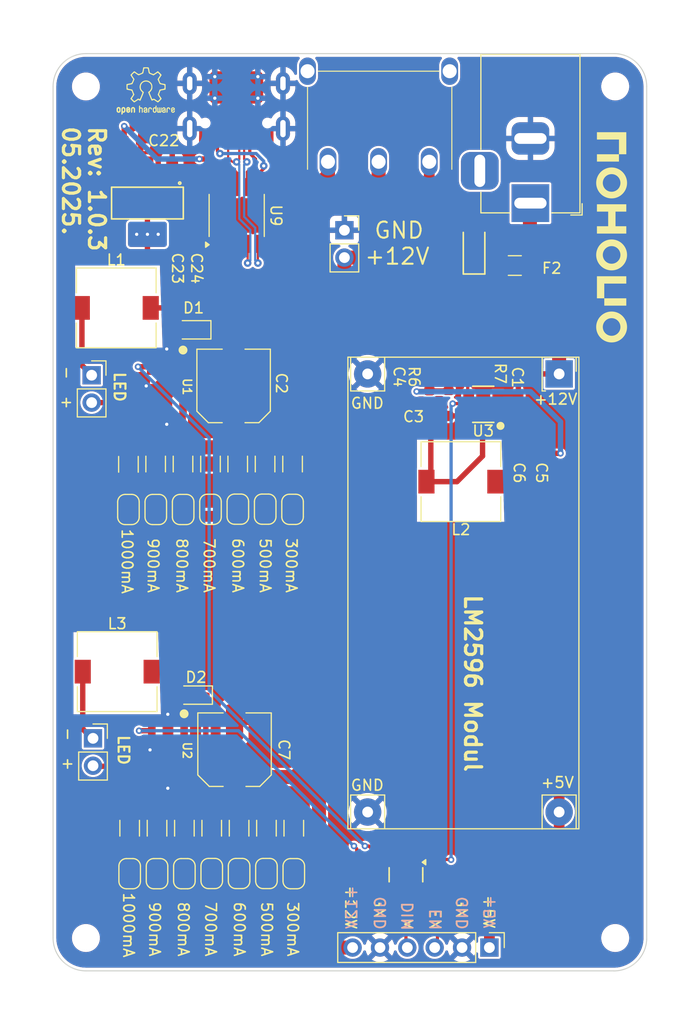
<source format=kicad_pcb>
(kicad_pcb (version 20241229) (generator "pcbnew") (generator_version "9.0")
  (layers (0 "F.Cu" signal) (2 "B.Cu" signal) (13 "F.Paste" user) (15 "B.Paste" user) (5 "F.SilkS" user "F.Silkscreen") (7 "B.SilkS" user "B.Silkscreen") (1 "F.Mask" user) (3 "B.Mask" user) (25 "Edge.Cuts" user))
  (net 0 "")
  (net 1 "GND")
  (net 2 "+12V")
  (net 3 "/BST")
  (net 4 "/SW_BUCK")
  (net 5 "+5V")
  (net 6 "/FB")
  (net 7 "/Vdd")
  (net 8 "/SW")
  (net 9 "/DC+")
  (net 10 "/CC2")
  (net 12 "/D-")
  (net 13 "/D+")
  (net 14 "/CC1")
  (net 16 "/EnablePin")
  (net 17 "/DimPin")
  (net 18 "/LED+")
  (net 19 "Net-(JP1-B)")
  (net 20 "Net-(JP2-B)")
  (net 21 "Net-(JP3-B)")
  (net 22 "Net-(JP4-B)")
  (net 23 "Net-(JP5-B)")
  (net 24 "Net-(JP6-B)")
  (net 25 "Net-(JP7-B)")
  (net 26 "Net-(JP8-B)")
  (net 27 "Net-(JP9-B)")
  (net 28 "Net-(JP10-B)")
  (net 29 "Net-(JP11-B)")
  (net 30 "Net-(JP12-B)")
  (net 31 "Net-(JP13-B)")
  (net 32 "Net-(JP14-B)")
  (net 33 "/LED-")
  (net 34 "/Base")
  (net 35 "/emitor")
  (net 36 "/DIM")
  (net 38 "/SW1")
  (net 39 "/LED-_1")
  (net 40 "/LED+_1")
  (net 41 "/Vbus")
  (net 42 "/PS_DC")
  (footprint "PCM_JLCPCB:R_0603" (layer "F.Cu") (at 79.2935 59.6465)
    (property "Reference" "R7")
    (property "Value" "10K")
  )
  (footprint "Jumper:SolderJumper-2_P1.3mm_Open_RoundedPad1.0x1.5mm" (layer "F.Cu") (at 54.495 72.248 90)
    (property "Reference" "JP4" (hide yes))
    (property "Value" "SolderJumper_2_Open")
  )
  (footprint "Diode_SMD:D_SOD-323" (layer "F.Cu") (at 52.925 55.596 180)
    (property "Reference" "D1")
    (property "Value" "1N5819WS")
  )
  (footprint "PCM_JLCPCB:SOT-223-3_L6.5-W3.4-P2.30-LS7.0-BR" (layer "F.Cu") (at 48.639 43.736 90)
    (property "Reference" "U8" (hide yes))
    (property "Value" "AMS1117-3.3")
  )
  (footprint "Resistor_SMD:R_1206_3216Metric_Pad1.30x1.75mm_HandSolder" (layer "F.Cu") (at 62.23 101.828 90)
    (property "Reference" "R13" (hide yes))
    (property "Value" "0.33R")
  )
  (footprint "CustomSwitchFootprint:SS-12D11-G7" (layer "F.Cu") (at 70.104 31.605)
    (property "Reference" "SW1" (hide yes))
    (property "Value" "SW_SPDT")
  )
  (footprint "Resistor_SMD:R_1206_3216Metric_Pad1.30x1.75mm_HandSolder" (layer "F.Cu") (at 49.53 101.828 -90)
    (property "Reference" "R18" (hide yes))
    (property "Value" "0.11R")
  )
  (footprint "PCM_JLCPCB:C_0603" (layer "F.Cu") (at 51.435 47.008 90)
    (property "Reference" "C23")
    (property "Value" "10uF")
  )
  (footprint "Jumper:SolderJumper-2_P1.3mm_Open_RoundedPad1.0x1.5mm" (layer "F.Cu") (at 57.15 106.03 90)
    (property "Reference" "JP10" (hide yes))
    (property "Value" "SolderJumper_2_Open")
  )
  (footprint "MountingHole:MountingHole_2.2mm_M2" (layer "F.Cu") (at 92.075 33.02)
    (property "Reference" "H1" (hide yes))
    (property "Value" "MountingHole")
  )
  (footprint "PCM_JLCPCB:Q_SOT-23" (layer "F.Cu") (at 72.644 106.1464 -90)
    (property "Reference" "Q1" (hide yes))
    (property "Value" "S8050")
  )
  (footprint "Connector_PinHeader_2.54mm:PinHeader_1x06_P2.54mm_Vertical" (layer "F.Cu") (at 80.391 112.9005 -90)
    (property "Reference" "J4" (hide yes))
    (property "Value" "OUTPUT")
  )
  (footprint "PCM_JLCPCB:C_0805" (layer "F.Cu") (at 85.217 66.097 90)
    (property "Reference" "C5")
    (property "Value" "22uF")
  )
  (footprint "Resistor_SMD:R_1206_3216Metric_Pad1.30x1.75mm_HandSolder" (layer "F.Cu") (at 57.023 68.046 -90)
    (property "Reference" "R8" (hide yes))
    (property "Value" "0.18R")
  )
  (footprint "Inductor_SMD:L_7.3x7.3_H4.5" (layer "F.Cu") (at 45.745 53.5615)
    (property "Reference" "L1")
    (property "Value" "33uH")
  )
  (footprint "PCM_JLCPCB:C_0603" (layer "F.Cu") (at 75.8145 63.5835 180)
    (property "Reference" "C3")
    (property "Value" "100nF")
  )
  (footprint "Jumper:SolderJumper-2_P1.3mm_Open_RoundedPad1.0x1.5mm" (layer "F.Cu") (at 59.69 106.03 90)
    (property "Reference" "JP9" (hide yes))
    (property "Value" "SolderJumper_2_Open")
  )
  (footprint "MountingHole:MountingHole_2.2mm_M2" (layer "F.Cu") (at 92.075 112.014)
    (property "Reference" "H4" (hide yes))
    (property "Value" "MountingHole")
  )
  (footprint "PCM_JLCPCB:D_SOD-123FL" (layer "F.Cu") (at 78.9686 48.2092 90)
    (property "Reference" "D3" (hide yes))
    (property "Value" "SD12CT1G")
  )
  (footprint "Resistor_SMD:R_1206_3216Metric_Pad1.30x1.75mm_HandSolder" (layer "F.Cu") (at 54.495 68.046 -90)
    (property "Reference" "R9" (hide yes))
    (property "Value" "0.15R")
  )
  (footprint "Jumper:SolderJumper-2_P1.3mm_Open_RoundedPad1.0x1.5mm" (layer "F.Cu") (at 54.61 106.03 90)
    (property "Reference" "JP11" (hide yes))
    (property "Value" "SolderJumper_2_Open")
  )
  (footprint "Resistor_SMD:R_1206_3216Metric_Pad1.30x1.75mm_HandSolder" (layer "F.Cu") (at 52.07 101.828 -90)
    (property "Reference" "R17" (hide yes))
    (property "Value" "0.13R")
  )
  (footprint "Resistor_SMD:R_1206_3216Metric_Pad1.30x1.75mm_HandSolder" (layer "F.Cu") (at 59.69 101.828 -90)
    (property "Reference" "R14" (hide yes))
    (property "Value" "0.2R")
  )
  (footprint "Connector_PinSocket_2.54mm:PinSocket_1x02_P2.54mm_Vertical" (layer "F.Cu") (at 43.459 59.807)
    (property "Reference" "+  -")
    (property "Value" "Conn_01x02_Pin")
  )
  (footprint "MountingHole:MountingHole_2.2mm_M2" (layer "F.Cu") (at 42.926 33.02)
    (property "Reference" "H2" (hide yes))
    (property "Value" "MountingHole")
  )
  (footprint "Resistor_SMD:R_1206_3216Metric_Pad1.30x1.75mm_HandSolder" (layer "F.Cu") (at 59.563 68.046 -90)
    (property "Reference" "R4" (hide yes))
    (property "Value" "0.2R")
  )
  (footprint "Jumper:SolderJumper-2_P1.3mm_Open_RoundedPad1.0x1.5mm" (layer "F.Cu") (at 46.99 106.045 90)
    (property "Reference" "JP14" (hide yes))
    (property "Value" "SolderJumper_2_Open")
  )
  (footprint "Resistor_SMD:R_1206_3216Metric_Pad1.30x1.75mm_HandSolder" (layer "F.Cu") (at 54.61 101.828 -90)
    (property "Reference" "R16" (hide yes))
    (property "Value" "0.15R")
  )
  (footprint "Jumper:SolderJumper-2_P1.3mm_Open_RoundedPad1.0x1.5mm" (layer "F.Cu") (at 59.575 72.233 90)
    (property "Reference" "JP2" (hide yes))
    (property "Value" "SolderJumper_2_Open")
  )
  (footprint "Capacitor_SMD:C_Elec_6.3x7.7" (layer "F.Cu") (at 56.642 60.8005 90)
    (property "Reference" "C2")
    (property "Value" "100uF")
  )
  (footprint "Buck_Converters_Global:YAAJ_DCDC_StepDown_LM2596" (layer "F.Cu") (at 86.868 59.6875 -90)
    (property "Reference" "U7" (hide yes))
    (property "Value" "LM2596 Modul")
  )
  (footprint "PCM_JLCPCB:C_0603" (layer "F.Cu") (at 83.08 62.4405 90)
    (property "Reference" "C1")
    (property "Value" "10uF")
  )
  (footprint "Buck_Converters_Global:TSOT26-WU_DIO" (layer "F.Cu") (at 79.82245 62.506499 180)
    (property "Reference" "U3")
    (property "Value" "AP62201WU-7")
  )
  (footprint "PCM_JLCPCB:C_0603" (layer "F.Cu") (at 47.24 38.048)
    (property "Reference" "C22")
    (property "Value" "10uF")
  )
  (footprint "PCM_JLCPCB:C_0805" (layer "F.Cu") (at 83.08 66.097 90)
    (property "Reference" "C6")
    (property "Value" "22uF")
  )
  (footprint "Jumper:SolderJumper-2_P1.3mm_Open_RoundedPad1.0x1.5mm" (layer "F.Cu") (at 49.53 106.045 90)
    (property "Reference" "JP13" (hide yes))
    (property "Value" "SolderJumper_2_Open")
  )
  (footprint "Inductor_SMD:L_7.3x7.3_H4.5" (layer "F.Cu") (at 77.746 69.6795 180)
    (property "Reference" "L2")
    (property "Value" "4u7H")
  )
  (footprint "PCM_JLCPCB:R_0603" (layer "F.Cu") (at 68.072 105.6875 90)
    (property "Reference" "R1" (hide yes))
    (property "Value" "10K")
  )
  (footprint "PCM_JLCPCB:R_0603" (layer "F.Cu") (at 69.85 105.664 90)
    (property "Reference" "R2" (hide yes))
    (property "Value" "1K")
  )
  (footprint "Jumper:SolderJumper-2_P1.3mm_Open_RoundedPad1.0x1.5mm" (layer "F.Cu") (at 62.115 72.248 90)
    (property "Reference" "JP1" (hide yes))
    (property "Value" "SolderJumper_2_Open")
  )
  (footprint "Package_SO:SSOP-10-1EP_3.9x4.9mm_P1mm_EP2.1x3.3mm" (layer "F.Cu") (at 56.928 44.9875 90)
    (property "Reference" "U9")
    (property "Value" "CH224K")
  )
  (footprint "Jumper:SolderJumper-2_P1.3mm_Open_RoundedPad1.0x1.5mm" (layer "F.Cu") (at 49.415 72.263 90)
    (property "Reference" "JP6" (hide yes))
    (property "Value" "SolderJumper_2_Open")
  )
  (footprint "Capacitor_SMD:C_Elec_6.3x7.7" (layer "F.Cu") (at 56.728 94.543 90)
    (property "Reference" "C7")
    (property "Value" "100uF")
  )
  (footprint "Jumper:SolderJumper-2_P1.3mm_Open_RoundedPad1.0x1.5mm" (layer "F.Cu") (at 57.035 72.233 90)
    (property "Reference" "JP3" (hide yes))
    (property "Value" "SolderJumper_2_Open")
  )
  (footprint "Jumper:SolderJumper-2_P1.3mm_Open_RoundedPad1.0x1.5mm" (layer "F.Cu") (at 62.23 106.045 90)
    (property "Reference" "JP8" (hide yes))
    (property "Value" "SolderJumper_2_Open")
  )
  (footprint "Jumper:SolderJumper-2_P1.3mm_Open_RoundedPad1.0x1.5mm" (layer "F.Cu") (at 51.955 72.263 90)
    (property "Reference" "JP5" (hide yes))
    (property "Value" "SolderJumper_2_Open")
  )
  (footprint "Fuse:Fuse_1206_3216Metric" (layer "F.Cu") (at 82.7532 49.6316 180)
    (property "Reference" "F2")
    (property "Value" "CFS12V6T2R0")
  )
  (footprint "Resistor_SMD:R_1206_3216Metric_Pad1.30x1.75mm_HandSolder" (layer "F.Cu") (at 62.115 68.046 90)
    (property "Reference" "R3" (hide yes))
    (property "Value" "0.33R")
  )
  (footprint "Connector_BarrelJack:BarrelJack_Horizontal" (layer "F.Cu") (at 84.201 43.846 -90)
    (property "Reference" "J3" (hide yes))
    (property "Value" "Jack-DC")
  )
  (footprint "Resistor_SMD:R_1206_3216Metric_Pad1.30x1.75mm_HandSolder" (layer "F.Cu") (at 57.15 101.828 -90)
    (property "Reference" "R15" (hide yes))
    (property "Value" "0.18R")
  )
  (footprint "MountingHole:MountingHole_2.2mm_M2" (layer "F.Cu") (at 42.926 112.014)
    (property "Reference" "H3" (hide yes))
    (property "Value" "MountingHole")
  )
  (footprint "PCM_JLCPCB:C_0603" (layer "F.Cu") (at 53.213 47.008 90)
    (property "Reference" "C24")
    (property "Value" "1uF")
  )
  (footprint "Resistor_SMD:R_1206_3216Metric_Pad1.30x1.75mm_HandSolder" (layer "F.Cu") (at 51.943 68.046 -90)
    (property "Reference" "R10" (hide yes))
    (property "Value" "0.13R")
  )
  (footprint "Connector_PinSocket_2.54mm:PinSocket_1x02_P2.54mm_Vertical" (layer "F.Cu") (at 66.929 46.355)
    (property "Reference" "J7" (hide yes))
    (property "Value" "Conn_01x02_Pin")
  )
  (footprint "Inductor_SMD:L_7.3x7.3_H4.5" (layer "F.Cu") (at 45.831 87.304)
    (property "Reference" "L3")
    (property "Value" "33uH")
  )
  (footprint "PCM_JLCPCB:C_0603" (layer "F.Cu") (at 74.825 60.452 90)
    (property "Reference" "C4")
    (property "Value" "100pF")
  )
  (footprint "Connector_PinSocket_2.54mm:PinSocket_1x02_P2.54mm_Vertical" (layer "F.Cu") (at 43.586 93.492)
    (property "Reference" "+  -")
    (property "Value" "Conn_01x02_Pin")
  )
  (footprint "PCM_JLCPCB:R_0603" (layer "F.Cu") (at 75.565 105.6405 -90)
    (property "Reference" "R5" (hide yes))
    (property "Value" "1K")
  )
  (footprint "Jumper:SolderJumper-2_P1.3mm_Open_RoundedPad1.0x1.5mm" (layer "F.Cu") (at 46.875 72.263 90)
    (property "Reference" "JP7" (hide yes))
    (property "Value" "SolderJumper_2_Open")
  )
  (footprint "Resistor_SMD:R_1206_3216Metric_Pad1.30x1.75mm_HandSolder" (layer "F.Cu") (at 46.875 68.072 -90)
    (property "Reference" "R12" (hide yes))
    (property "Value" "0.1R")
  )
  (footprint "Jumper:SolderJumper-2_P1.3mm_Open_RoundedPad1.0x1.5mm" (layer "F.Cu") (at 52.07 106.045 90)
    (property "Reference" "JP12" (hide yes))
    (property "Value" "SolderJumper_2_Open")
  )
  (footprint "Diode_SMD:D_SOD-323" (layer "F.Cu") (at 53.062 89.48 180)
    (property "Reference" "D2")
    (property "Value" "1N5819WS")
  )
  (footprint "LED_Driver_Global:SOT-89-5" (layer "F.Cu") (at 50.443 60.8725 180)
    (property "Reference" "U1")
    (property "Value" "PT4115")
  )
  (footprint "Resistor_SMD:R_1206_3216Metric_Pad1.30x1.75mm_HandSolder" (layer "F.Cu") (at 46.99 101.828 -90)
    (property "Reference" "R19" (hide yes))
    (property "Value" "0.1R")
  )
  (footprint "PCM_JLCPCB:R_0603" (layer "F.Cu") (at 76.603 60.435 90)
    (property "Reference" "R6")
    (property "Value" "52K3")
  )
  (footprint "PCM_JLCPCB:TYPE-C-SMD_HX-TYPE-C-16PIN" (layer "F.Cu") (at 56.894 35.111 180)
    (property "Reference" "J2" (hide yes))
    (property "Value" "USB_C_Receptacle_USB2.0_16P")
  )
  (footprint "LED_Driver_Global:SOT-89-5" (layer "F.Cu") (at 50.546 94.615 180)
    (property "Reference" "U2")
    (property "Value" "PT4115")
  )
  (footprint "Resistor_SMD:R_1206_3216Metric_Pad1.30x1.75mm_HandSolder" (layer "F.Cu") (at 49.403 68.046 -90)
    (property "Reference" "R11" (hide yes))
    (property "Value" "0.11R")
  )
  (gr_poly (pts (xy 47.940586 34.785959) (xy 47.943034 34.786489) (xy 47.945214 34.787532) (xy 47.94714 34.789165) (xy 47.948828 34.791465) (xy 47.950291 34.794507) (xy 47.951546 34.79837) (xy 47.952605 34.80313) (xy 47.953485 34.808863) (xy 47.9542 34.815647) (xy 47.954765 34.823558) (xy 47.955193 34.832672) (xy 47.955703 34.85482) (xy 47.955847 34.882703) (xy 47.955847 34.966841) (xy 47.973309 34.962078) (xy 47.977602 34.961289) (xy 47.983545 34.960524) (xy 47.990852 34.959809) (xy 47.999238 34.959168) (xy 48.008418 34.958627) (xy 48.018106 34.958209) (xy 48.028018 34.95794) (xy 48.037867 34.957845) (xy 48.051379 34.957956) (xy 48.05733 34.958107) (xy 48.062812 34.958333) (xy 48.067876 34.958643) (xy 48.072572 34.959045) (xy 48.07695 34.959548) (xy 48.081061 34.96016) (xy 48.084954 34.96089) (xy 48.088681 34.961747) (xy 48.092291 34.962738) (xy 48.095836 34.963873) (xy 48.099365 34.965159) (xy 48.102929 34.966606) (xy 48.106578 34.968222) (xy 48.110363 34.970016) (xy 48.116372 34.973234) (xy 48.122466 34.976911) (xy 48.128606 34.981007) (xy 48.134754 34.985486) (xy 48.140872 34.990309) (xy 48.146919 34.995438) (xy 48.152858 35.000835) (xy 48.15865 35.006462) (xy 48.164255 35.012282) (xy 48.169636 35.018256) (xy 48.174753 35.024346) (xy 48.179568 35.030515) (xy 48.184042 35.036724) (xy 48.188136 35.042935) (xy 48.191812 35.04911) (xy 48.19503 35.055212) (xy 48.198898 35.063606) (xy 48.201868 35.07236) (xy 48.20408 35.083619) (xy 48.205679 35.09953) (xy 48.206807 35.122236) (xy 48.207606 35.153885) (xy 48.208788 35.252591) (xy 48.210376 35.425629) (xy 48.178626 35.442033) (xy 48.17189 35.445307) (xy 48.165565 35.448186) (xy 48.159642 35.450672) (xy 48.156828 35.451767) (xy 48.15411 35.452765) (xy 48.151488 35.453665) (xy 48.14896 35.454467) (xy 48.146525 35.455172) (xy 48.144181 35.455781) (xy 48.141928 35.456292) (xy 48.139764 35.456706) (xy 48.137687 35.457024) (xy 48.135697 35.457246) (xy 48.133792 35.457372) (xy 48.131972 35.457401) (xy 48.130234 35.457335) (xy 48.128577 35.457174) (xy 48.127001 35.456917) (xy 48.125503 35.456565) (xy 48.124084 35.456118) (xy 48.122741 35.455576) (xy 48.121473 35.454939) (xy 48.120279 35.454209) (xy 48.119157 35.453384) (xy 48.118107 35.452465) (xy 48.117128 35.451452) (xy 48.116217 35.450346) (xy 48.115373 35.449146) (xy 48.114596 35.447853) (xy 48.113457 35.442761) (xy 48.11243 35.432417) (xy 48.111527 35.417074) (xy 48.11076 35.396987) (xy 48.109685 35.343599) (xy 48.109305 35.274287) (xy 48.109262 35.223147) (xy 48.10919 35.202055) (xy 48.109065 35.183659) (xy 48.108875 35.16774) (xy 48.108607 35.15408) (xy 48.108248 35.142462) (xy 48.107783 35.132669) (xy 48.107508 35.128388) (xy 48.107201 35.124481) (xy 48.106862 35.120921) (xy 48.106488 35.117681) (xy 48.106079 35.114734) (xy 48.105631 35.112052) (xy 48.105144 35.109609) (xy 48.104617 35.107376) (xy 48.104046 35.105327) (xy 48.103432 35.103435) (xy 48.102771 35.101671) (xy 48.102063 35.10001) (xy 48.101305 35.098424) (xy 48.100497 35.096885) (xy 48.098721 35.093841) (xy 48.096628 35.090586) (xy 48.094418 35.087468) (xy 48.092097 35.084491) (xy 48.08967 35.081654) (xy 48.087141 35.07896) (xy 48.084515 35.07641) (xy 48.081798 35.074005) (xy 48.078993 35.071748) (xy 48.076107 35.06964) (xy 48.073143 35.067683) (xy 48.070106 35.065877) (xy 48.067002 35.064224) (xy 48.063836 35.062727) (xy 48.060611 35.061386) (xy 48.057333 35.060204) (xy 48.054007 35.059181) (xy 48.050637 35.058319) (xy 48.047229 35.05762) (xy 48.043787 35.057085) (xy 48.040317 35.056717) (xy 48.036822 35.056516) (xy 48.033308 35.056483) (xy 48.02978 35.056621) (xy 48.026242 35.056932) (xy 48.0227 35.057416) (xy 48.019158 35.058075) (xy 48.01562 35.058911) (xy 48.012093 35.059925) (xy 48.008581 35.061119) (xy 48.005088 35.062494) (xy 48.001619 35.064053) (xy 47.99818 35.065795) (xy 47.985901 35.072832) (xy 47.980888 35.07653) (xy 47.97655 35.080711) (xy 47.972833 35.085649) (xy 47.969679 35.091617) (xy 47.967034 35.098887) (xy 47.964842 35.107732) (xy 47.963047 35.118425) (xy 47.961593 35.131238) (xy 47.960424 35.146446) (xy 47.959485 35.164319) (xy 47.958071 35.209158) (xy 47.956905 35.267937) (xy 47.956259 35.305346) (xy 47.955508 35.33782) (xy 47.954645 35.365382) (xy 47.953664 35.388058) (xy 47.952559 35.405871) (xy 47.951958 35.412963) (xy 47.951324 35.418848) (xy 47.950655 35.423531) (xy 47.949952 35.427013) (xy 47.949213 35.429299) (xy 47.94883 35.429994) (xy 47.948438 35.430391) (xy 47.947679 35.430948) (xy 47.946605 35.431621) (xy 47.943593 35.433285) (xy 47.939564 35.435321) (xy 47.93468 35.437667) (xy 47.922989 35.443041) (xy 47.909809 35.448912) (xy 47.891473 35.457135) (xy 47.884184 35.459893) (xy 47.878018 35.461017) (xy 47.872878 35.459958) (xy 47.870662 35.458438) (xy 47.868667 35.456167) (xy 47.865289 35.449096) (xy 47.862647 35.438196) (xy 47.860643 35.422918) (xy 47.859182 35.402713) (xy 47.857496 35.345327) (xy 47.856363 35.147287) (xy 47.856049 35.014731) (xy 47.856233 34.961847) (xy 47.856628 34.917893) (xy 47.857221 34.882869) (xy 47.858 34.856774) (xy 47.858953 34.839609) (xy 47.859491 34.834376) (xy 47.860067 34.831374) (xy 47.860937 34.82942) (xy 47.861966 34.827518) (xy 47.863164 34.825662) (xy 47.86454 34.823842) (xy 47.866106 34.82205) (xy 47.867872 34.820277) (xy 47.869846 34.818515) (xy 47.87204 34.816756) (xy 47.874463 34.81499) (xy 47.877126 34.81321) (xy 47.880038 34.811406) (xy 47.88321 34.809571) (xy 47.886652 34.807695) (xy 47.890374 34.805771) (xy 47.894385 34.803789) (xy 47.898697 34.801741) (xy 47.905566 34.79865) (xy 47.912182 34.795763) (xy 47.918388 34.793137) (xy 47.92403 34.790827) (xy 47.928953 34.788889) (xy 47.933001 34.787379) (xy 47.93602 34.786353) (xy 47.937095 34.786038) (xy 47.937855 34.785866)) (fill yes) (layer "F.SilkS"))
  (gr_poly (pts (xy 91.059 51.308) (xy 91.059 52.671735) (xy 90.377209 52.671735) (xy 90.377209 50.62634) (xy 90.698264 50.62634) (xy 90.698264 50.626207) (xy 93.104397 50.626207) (xy 93.104397 51.308)) (fill yes) (layer "F.SilkS"))
  (gr_poly (pts (xy 45.974 34.925) (xy 45.987131 34.926323) (xy 46.000123 34.928631) (xy 46.012945 34.931916) (xy 46.025562 34.936169) (xy 46.037941 34.941379) (xy 46.050049 34.947538) (xy 46.061852 34.954637) (xy 46.073317 34.962666) (xy 46.08441 34.971616) (xy 46.0951 34.981477) (xy 46.105351 34.992241) (xy 46.112757 35.000686) (xy 46.119331 35.008703) (xy 46.125123 35.016509) (xy 46.13018 35.024322) (xy 46.134552 35.032357) (xy 46.138288 35.040833) (xy 46.141437 35.049967) (xy 46.144046 35.059974) (xy 46.146166 35.071073) (xy 46.147844 35.083481) (xy 46.149131 35.097414) (xy 46.150074 35.113089) (xy 46.151125 35.150536) (xy 46.151388 35.197558) (xy 46.151388 35.317678) (xy 46.136042 35.350487) (xy 46.132182 35.358167) (xy 46.127957 35.365715) (xy 46.123386 35.373111) (xy 46.118489 35.380335) (xy 46.113285 35.387367) (xy 46.107793 35.394187) (xy 46.102033 35.400774) (xy 46.096024 35.407108) (xy 46.089786 35.413169) (xy 46.083338 35.418938) (xy 46.076699 35.424393) (xy 46.069888 35.429515) (xy 46.062926 35.434283) (xy 46.055831 35.438678) (xy 46.048623 35.442679) (xy 46.041322 35.446266) (xy 46.032201 35.450374) (xy 46.027989 35.452104) (xy 46.023917 35.453633) (xy 46.019917 35.454973) (xy 46.015918 35.456135) (xy 46.011854 35.457131) (xy 46.007653 35.457974) (xy 46.003248 35.458673) (xy 45.99857 35.459242) (xy 45.993548 35.459691) (xy 45.988116 35.460032) (xy 45.975739 35.460439) (xy 45.960888 35.460553) (xy 45.945624 35.460458) (xy 45.939072 35.460316) (xy 45.933132 35.46009) (xy 45.927722 35.459765) (xy 45.92276 35.459326) (xy 45.918166 35.458756) (xy 45.913859 35.45804) (xy 45.909755 35.457163) (xy 45.905775 35.456109) (xy 45.901837 35.454863) (xy 45.89786 35.45341) (xy 45.893761 35.451733) (xy 45.88946 35.449817) (xy 45.884875 35.447647) (xy 45.879926 35.445208) (xy 45.872898 35.441417) (xy 45.865919 35.437204) (xy 45.859015 35.432594) (xy 45.852211 35.427613) (xy 45.84553 35.422284) (xy 45.838998 35.416633) (xy 45.83264 35.410684) (xy 45.82648 35.404462) (xy 45.820543 35.397992) (xy 45.814855 35.391299) (xy 45.809439 35.384407) (xy 45.804321 35.377342) (xy 45.799525 35.370128) (xy 45.795077 35.36279) (xy 45.791001 35.355353) (xy 45.787322 35.347841) (xy 45.782606 35.33762) (xy 45.779062 35.328386) (xy 45.777677 35.323578) (xy 45.776522 35.318345) (xy 45.775577 35.312462) (xy 45.77482 35.305706) (xy 45.773788 35.288677) (xy 45.773257 35.265465) (xy 45.773037 35.194383) (xy 45.90268 35.194383) (xy 45.90268 35.294924) (xy 45.920672 35.312916) (xy 45.923449 35.315647) (xy 45.926049 35.318095) (xy 45.928505 35.320275) (xy 45.93085 35.322201) (xy 45.933117 35.323889) (xy 45.93534 35.325353) (xy 45.937553 35.326607) (xy 45.939788 35.327667) (xy 45.942078 35.328547) (xy 45.944458 35.329261) (xy 45.946961 35.329826) (xy 45.949619 35.330255) (xy 45.952466 35.330562) (xy 45.955536 35.330764) (xy 45.958861 35.330874) (xy 45.962476 35.330908) (xy 45.965834 35.330869) (xy 45.968978 35.330749) (xy 45.971927 35.330538) (xy 45.974704 35.33023) (xy 45.977329 35.329816) (xy 45.979824 35.329289) (xy 45.982207 35.328642) (xy 45.984502 35.327865) (xy 45.986729 35.326952) (xy 45.988908 35.325895) (xy 45.991061 35.324686) (xy 45.993209 35.323317) (xy 45.995372 35.321781) (xy 45.997571 35.32007) (xy 45.999828 35.318176) (xy 46.002163 35.316091) (xy 46.004703 35.313599) (xy 46.006976 35.311238) (xy 46.009004 35.308941) (xy 46.010804 35.30664) (xy 46.012396 35.304268) (xy 46.0138 35.301757) (xy 46.015035 35.29904) (xy 46.01612 35.296049) (xy 46.017075 35.292717) (xy 46.017919 35.288976) (xy 46.018672 35.28476) (xy 46.019353 35.28) (xy 46.019981 35.27463) (xy 46.020576 35.268581) (xy 46.021742 35.254178) (xy 46.022531 35.242922) (xy 46.023118 35.230904) (xy 46.023719 35.205305) (xy 46.023612 35.178825) (xy 46.022867 35.152909) (xy 46.021551 35.129003) (xy 46.019733 35.10855) (xy 46.018657 35.100071) (xy 46.017481 35.092997) (xy 46.016214 35.087508) (xy 46.014863 35.083787) (xy 46.014177 35.08266) (xy 46.013318 35.08147) (xy 46.012299 35.080227) (xy 46.011134 35.078942) (xy 46.009836 35.077626) (xy 46.008417 35.07629) (xy 46.006892 35.074944) (xy 46.005272 35.0736) (xy 46.003572 35.072269) (xy 46.001805 35.070961) (xy 45.999983 35.069687) (xy 45.99812 35.068458) (xy 45.996229 35.067284) (xy 45.994324 35.066178) (xy 45.992417 35.065148) (xy 45.990522 35.064208) (xy 45.987657 35.062926) (xy 45.984817 35.061758) (xy 45.982003 35.060706) (xy 45.979216 35.059768) (xy 45.976455 35.058944) (xy 45.973721 35.058236) (xy 45.971016 35.057642) (xy 45.968338 35.057163) (xy 45.965689 35.056799) (xy 45.963069 35.056549) (xy 45.960479 35.056414) (xy 45.957919 35.056394) (xy 45.955389 35.056489) (xy 45.952891 35.056698) (xy 45.950424 35.057022) (xy 45.94799 35.057461) (xy 45.945588 35.058014) (xy 45.943219 35.058683) (xy 45.940883 35.059465) (xy 45.938582 35.060363) (xy 45.936315 35.061375) (xy 45.934083 35.062502) (xy 45.931886 35.063744) (xy 45.929725 35.065101) (xy 45.927601 35.066572) (xy 45.925514 35.068158) (xy 45.923464 35.069859) (xy 45.921452 35.071674) (xy 45.919478 35.073604) (xy 45.917543 35.075649) (xy 45.915648 35.077808) (xy 45.913792 35.080083) (xy 45.910276 35.084929) (xy 45.908837 35.087472) (xy 45.907591 35.090277) (xy 45.906525 35.093483) (xy 45.905625 35.097226) (xy 45.904877 35.101643) (xy 45.904267 35.106872) (xy 45.903405 35.120313) (xy 45.902928 35.138647) (xy 45.90268 35.194383) (xy 45.773037 35.194383) (xy 45.773034 35.193324) (xy 45.773077 35.154597) (xy 45.773153 35.138522) (xy 45.773282 35.124409) (xy 45.77348 35.112084) (xy 45.77376 35.101376) (xy 45.774136 35.092112) (xy 45.774622 35.084118) (xy 45.775232 35.077221) (xy 45.77598 35.071249) (xy 45.77641 35.068556) (xy 45.77688 35.066029) (xy 45.777391 35.063647) (xy 45.777945 35.061388) (xy 45.778545 35.059231) (xy 45.779191 35.057153) (xy 45.780631 35.053152) (xy 45.782278 35.049211) (xy 45.784147 35.045158) (xy 45.789368 35.034683) (xy 45.794914 35.02469) (xy 45.800785 35.015174) (xy 45.806983 35.006132) (xy 45.81351 34.997561) (xy 45.820368 34.989459) (xy 45.827557 34.981822) (xy 45.835079 34.974646) (xy 45.842936 34.96793) (xy 45.85113 34.961669) (xy 45.859661 34.955861) (xy 45.868532 34.950503) (xy 45.877744 34.945591) (xy 45.887299 34.941123) (xy 45.897198 34.937095) (xy 45.907442 34.933504) (xy 45.920763 34.929757) (xy 45.934113 34.927042) (xy 45.947457 34.925351) (xy 45.960764 34.924673)) (fill yes) (layer "F.SilkS"))
  (gr_poly (pts (xy 48.890497 34.955845) (xy 48.899039 34.956244) (xy 48.907475 34.956859) (xy 48.915697 34.957688) (xy 48.9236 34.958731) (xy 48.931077 34.959988) (xy 48.938022 34.961456) (xy 48.94433 34.963137) (xy 48.949147 34.964715) (xy 48.953968 34.966565) (xy 48.96359 34.971042) (xy 48.973129 34.976488) (xy 48.982521 34.982824) (xy 48.991698 34.989968) (xy 49.000596 34.997842) (xy 49.009148 35.006365) (xy 49.017289 35.015458) (xy 49.024952 35.025041) (xy 49.032071 35.035034) (xy 49.038582 35.045358) (xy 49.044417 35.055931) (xy 49.049511 35.066676) (xy 49.053798 35.07751) (xy 49.057213 35.088356) (xy 49.059688 35.099133) (xy 49.060736 35.105648) (xy 49.06147 35.111539) (xy 49.061851 35.116867) (xy 49.061896 35.119337) (xy 49.061838 35.121688) (xy 49.061671 35.123928) (xy 49.061391 35.126064) (xy 49.060992 35.128103) (xy 49.060469 35.130052) (xy 49.059818 35.131919) (xy 49.059033 35.133711) (xy 49.05811 35.135436) (xy 49.057042 35.1371) (xy 49.055826 35.138712) (xy 49.054456 35.140279) (xy 49.052927 35.141808) (xy 49.051234 35.143306) (xy 49.049372 35.14478) (xy 49.047336 35.146239) (xy 49.042722 35.149139) (xy 49.037351 35.152063) (xy 49.031183 35.155071) (xy 49.024179 35.158222) (xy 49.016297 35.161574) (xy 49.007772 35.164992) (xy 49.000212 35.167882) (xy 48.993553 35.170212) (xy 48.98773 35.171951) (xy 48.985112 35.172589) (xy 48.982679 35.173067) (xy 48.980423 35.173381) (xy 48.978336 35.173527) (xy 48.97641 35.173502) (xy 48.974636 35.173301) (xy 48.973008 35.17292) (xy 48.971516 35.172356) (xy 48.970152 35.171604) (xy 48.96891 35.170661) (xy 48.96778 35.169522) (xy 48.966754 35.168184) (xy 48.965825 35.166642) (xy 48.964985 35.164893) (xy 48.964225 35.162932) (xy 48.963537 35.160756) (xy 48.962913 35.15836) (xy 48.962346 35.155741) (xy 48.961349 35.149818) (xy 48.96048 35.142953) (xy 48.959676 35.135116) (xy 48.959001 35.129159) (xy 48.958073 35.123396) (xy 48.956901 35.117832) (xy 48.955491 35.112472) (xy 48.953851 35.107321) (xy 48.951989 35.102384) (xy 48.949912 35.097666) (xy 48.947629 35.093171) (xy 48.945146 35.088905) (xy 48.942472 35.084873) (xy 48.939614 35.081079) (xy 48.936579 35.077529) (xy 48.933376 35.074227) (xy 48.930013 35.071178) (xy 48.926495 35.068388) (xy 48.922833 35.065861) (xy 48.919032 35.063603) (xy 48.915101 35.061617) (xy 48.911047 35.059909) (xy 48.906878 35.058485) (xy 48.902602 35.057348) (xy 48.898226 35.056505) (xy 48.893758 35.055959) (xy 48.889206 35.055716) (xy 48.884577 35.055781) (xy 48.879878 35.056158) (xy 48.875119 35.056853) (xy 48.870306 35.057871) (xy 48.865446 35.059216) (xy 48.860548 35.060894) (xy 48.855619 35.062909) (xy 48.850667 35.065266) (xy 48.83791 35.072037) (xy 48.832737 35.075439) (xy 48.828285 35.079248) (xy 48.824494 35.08376) (xy 48.821302 35.089274) (xy 48.818647 35.096085) (xy 48.81647 35.10449) (xy 48.814708 35.114787) (xy 48.8133 35.127273) (xy 48.812185 35.142243) (xy 48.811302 35.159995) (xy 48.809986 35.205033) (xy 48.808863 35.264762) (xy 48.806217 35.427745) (xy 48.767059 35.445737) (xy 48.746258 35.455388) (xy 48.737961 35.458822) (xy 48.730927 35.460934) (xy 48.725052 35.461427) (xy 48.722518 35.460974) (xy 48.720234 35.460006) (xy 48.718188 35.458485) (xy 48.716367 35.456374) (xy 48.714758 35.453636) (xy 48.713348 35.450235) (xy 48.711074 35.441293) (xy 48.70944 35.429252) (xy 48.708342 35.413816) (xy 48.707676 35.394689) (xy 48.707228 35.344176) (xy 48.707263 35.275345) (xy 48.707306 35.220054) (xy 48.707511 35.177102) (xy 48.707709 35.159646) (xy 48.707989 35.144544) (xy 48.708365 35.131554) (xy 48.708851 35.120432) (xy 48.709461 35.110934) (xy 48.710209 35.102818) (xy 48.711109 35.09584) (xy 48.712175 35.089756) (xy 48.71342 35.084324) (xy 48.71486 35.079299) (xy 48.716507 35.074439) (xy 48.718376 35.069499) (xy 48.721925 35.060834) (xy 48.726009 35.052317) (xy 48.730605 35.043972) (xy 48.735689 35.035823) (xy 48.741239 35.027894) (xy 48.74723 35.020209) (xy 48.753639 35.012793) (xy 48.760444 35.005669) (xy 48.767622 34.998861) (xy 48.775147 34.992393) (xy 48.782999 34.98629) (xy 48.791153 34.980575) (xy 48.799585 34.975272) (xy 48.808274 34.970406) (xy 48.817195 34.966) (xy 48.826326 34.962078) (xy 48.831052 34.960503) (xy 48.836627 34.95915) (xy 48.842944 34.958019) (xy 48.849898 34.957109) (xy 48.857382 34.956419) (xy 48.865291 34.955949) (xy 48.873517 34.955697) (xy 48.881954 34.955662)) (fill yes) (layer "F.SilkS"))
  (gr_poly (pts (xy 48.494538 31.238862) (xy 48.550025 31.239119) (xy 48.595435 31.239524) (xy 48.631953 31.240127) (xy 48.660763 31.240979) (xy 48.672647 31.241513) (xy 48.683049 31.242128) (xy 48.692115 31.24283) (xy 48.699995 31.243625) (xy 48.706837 31.244519) (xy 48.712787 31.245518) (xy 48.717996 31.246629) (xy 48.722609 31.247858) (xy 48.725583 31.248681) (xy 48.728538 31.249558) (xy 48.731459 31.25048) (xy 48.734325 31.251438) (xy 48.73712 31.252424) (xy 48.739827 31.25343) (xy 48.742426 31.254446) (xy 48.7449 31.255465) (xy 48.747232 31.256477) (xy 48.749403 31.257475) (xy 48.751396 31.258449) (xy 48.753193 31.259392) (xy 48.754776 31.260295) (xy 48.756127 31.261148) (xy 48.757229 31.261944) (xy 48.758063 31.262675) (xy 48.760629 31.266149) (xy 48.763383 31.271494) (xy 48.769564 31.288281) (xy 48.776825 31.314011) (xy 48.785381 31.349656) (xy 48.795451 31.396191) (xy 48.807251 31.454589) (xy 48.836909 31.610866) (xy 48.840933 31.631796) (xy 48.844995 31.651802) (xy 48.848983 31.670407) (xy 48.852784 31.687132) (xy 48.856288 31.701502) (xy 48.859382 31.713037) (xy 48.860741 31.717593) (xy 48.861955 31.721261) (xy 48.863012 31.723982) (xy 48.863897 31.725696) (xy 48.867039 31.729413) (xy 48.872218 31.733783) (xy 48.879314 31.738749) (xy 48.888205 31.744258) (xy 48.910889 31.75668) (xy 48.939303 31.770608) (xy 48.972479 31.785604) (xy 49.00945 31.801226) (xy 49.049249 31.817033) (xy 49.090909 31.832587) (xy 49.19145 31.868571) (xy 49.220555 31.854283) (xy 49.228067 31.850088) (xy 49.238389 31.844039) (xy 49.2656 31.827494) (xy 49.298466 31.806881) (xy 49.333267 31.784433) (xy 49.398487 31.741901) (xy 49.423606 31.725571) (xy 49.4391 31.715641) (xy 49.444198 31.712196) (xy 49.450213 31.707927) (xy 49.456923 31.703) (xy 49.464104 31.697583) (xy 49.471533 31.691844) (xy 49.478986 31.68595) (xy 49.486242 31.680068) (xy 49.493076 31.674366) (xy 49.505602 31.663846) (xy 49.517411 31.6543) (xy 49.528541 31.645711) (xy 49.53903 31.63806) (xy 49.548918 31.631331) (xy 49.558244 31.625504) (xy 49.567045 31.620563) (xy 49.571261 31.618418) (xy 49.575361 31.616489) (xy 49.579349 31.614771) (xy 49.583231 31.613264) (xy 49.58701 31.611965) (xy 49.590692 31.610871) (xy 49.594282 31.609981) (xy 49.597785 31.609292) (xy 49.601205 31.608803) (xy 49.604548 31.60851) (xy 49.607818 31.608411) (xy 49.611019 31.608505) (xy 49.614158 31.608789) (xy 49.617238 31.609261) (xy 49.620264 31.609919) (xy 49.623242 31.61076) (xy 49.626176 31.611782) (xy 49.629072 31.612983) (xy 49.636075 31.61755) (xy 49.647549 31.626877) (xy 49.681442 31.657358) (xy 49.725828 31.699536) (xy 49.775783 31.748516) (xy 49.826382 31.799406) (xy 49.872703 31.847313) (xy 49.909821 31.887344) (xy 49.923391 31.902878) (xy 49.932813 31.914608) (xy 49.963505 31.956412) (xy 49.94763 31.986045) (xy 49.933384 32.009387) (xy 49.906685 32.050934) (xy 49.871355 32.104885) (xy 49.831213 32.165433) (xy 49.757857 32.275433) (xy 49.733507 32.312103) (xy 49.722205 32.329475) (xy 49.719278 32.33454) (xy 49.716846 32.340006) (xy 49.714909 32.345867) (xy 49.713465 32.352113) (xy 49.712515 32.358738) (xy 49.712057 32.365733) (xy 49.71209 32.373091) (xy 49.712614 32.380804) (xy 49.713627 32.388864) (xy 49.71513 32.397264) (xy 49.717121 32.405995) (xy 49.7196 32.415051) (xy 49.722566 32.424422) (xy 49.726017 32.434103) (xy 49.729954 32.444084) (xy 49.734376 32.454358) (xy 49.744744 32.477691) (xy 49.756601 32.505687) (xy 49.768457 32.534874) (xy 49.778825 32.561779) (xy 49.788475 32.585955) (xy 49.797677 32.608345) (xy 49.801785 32.618065) (xy 49.805391 32.62637) (xy 49.808365 32.632939) (xy 49.810575 32.63745) (xy 49.813232 32.642258) (xy 49.816401 32.647317) (xy 49.820025 32.652566) (xy 49.824044 32.657947) (xy 49.828402 32.663398) (xy 49.833039 32.668862) (xy 49.837898 32.674277) (xy 49.842921 32.679584) (xy 49.848049 32.684724) (xy 49.853224 32.689637) (xy 49.858389 32.694264) (xy 49.863484 32.698543) (xy 49.868452 32.702417) (xy 49.873235 32.705825) (xy 49.877775 32.708707) (xy 49.882013 32.711004) (xy 49.893414 32.715916) (xy 49.909323 32.721132) (xy 49.929685 32.726658) (xy 49.954443 32.732501) (xy 49.983542 32.738666) (xy 50.016926 32.74516) (xy 50.054539 32.751988) (xy 50.096326 32.759158) (xy 50.132725 32.765348) (xy 50.165175 32.771271) (xy 50.194041 32.777008) (xy 50.219688 32.78264) (xy 50.242482 32.788247) (xy 50.26279 32.793909) (xy 50.280977 32.799708) (xy 50.297409 32.805724) (xy 50.323867 32.816308) (xy 50.327571 32.944895) (xy 50.328845 33.004079) (xy 50.329423 33.069911) (xy 50.329209 33.134354) (xy 50.328101 33.18937) (xy 50.324926 33.304729) (xy 50.311167 33.310549) (xy 50.296158 33.315599) (xy 50.276722 33.321182) (xy 50.253143 33.327237) (xy 50.225707 33.3337) (xy 50.194699 33.340511) (xy 50.160404 33.347608) (xy 50.083096 33.362408) (xy 50.032544 33.371552) (xy 49.983084 33.380796) (xy 49.94037 33.389048) (xy 49.910059 33.395216) (xy 49.856084 33.406329) (xy 49.837034 33.448662) (xy 49.828192 33.468917) (xy 49.816405 33.497693) (xy 49.789078 33.56746) (xy 49.765224 33.631274) (xy 49.757778 33.652608) (xy 49.755731 33.659172) (xy 49.755013 33.662445) (xy 49.75494 33.662895) (xy 49.754726 33.663637) (xy 49.753905 33.665926) (xy 49.752613 33.66917) (xy 49.750912 33.673227) (xy 49.74653 33.683207) (xy 49.741255 33.694724) (xy 49.737973 33.701845) (xy 49.73507 33.708552) (xy 49.732539 33.714892) (xy 49.730374 33.72091) (xy 49.728568 33.726652) (xy 49.727116 33.732164) (xy 49.726011 33.737491) (xy 49.725247 33.74268) (xy 49.724819 33.747776) (xy 49.724718 33.752824) (xy 49.72494 33.757871) (xy 49.725479 33.762962) (xy 49.726327 33.768143) (xy 49.72748 33.77346) (xy 49.72893 33.778958) (xy 49.730671 33.784683) (xy 49.733131 33.790954) (xy 49.736879 33.798959) (xy 49.747886 33.819616) (xy 49.762986 33.845544) (xy 49.781472 33.875633) (xy 49.802636 33.908773) (xy 49.825773 33.943854) (xy 49.850174 33.979767) (xy 49.875134 34.0154) (xy 49.892803 34.040399) (xy 49.907545 34.061801) (xy 49.913927 34.071331) (xy 49.919708 34.080177) (xy 49.92493 34.088408) (xy 49.929638 34.096097) (xy 49.933875 34.103315) (xy 49.937683 34.110132) (xy 49.941107 34.116621) (xy 49.94419 34.122853) (xy 49.946976 34.128899) (xy 49.949507 34.13483) (xy 49.951827 34.140717) (xy 49.95398 34.146632) (xy 49.957378 34.156565) (xy 49.958547 34.160722) (xy 49.959139 34.164674) (xy 49.958987 34.168669) (xy 49.957924 34.172957) (xy 49.955781 34.177787) (xy 49.952392 34.18341) (xy 49.947589 34.190074) (xy 49.941205 34.19803) (xy 49.933072 34.207527) (xy 49.923024 34.218814) (xy 49.860317 34.286862) (xy 49.833018 34.316002) (xy 49.804639 34.345161) (xy 49.77569 34.373861) (xy 49.746679 34.401625) (xy 49.718114 34.427975) (xy 49.690504 34.452433) (xy 49.664358 34.474523) (xy 49.640184 34.493766) (xy 49.617959 34.511228) (xy 49.576684 34.490591) (xy 49.561483 34.482427) (xy 49.543975 34.47231) (xy 49.523441 34.459774) (xy 49.499161 34.444355) (xy 49.436488 34.403006) (xy 49.350201 34.344541) (xy 49.339306 34.336958) (xy 49.328629 34.329418) (xy 49.318435 34.322114) (xy 49.308992 34.315238) (xy 49.300565 34.308983) (xy 49.293423 34.303539) (xy 49.28783 34.2991) (xy 49.284055 34.295858) (xy 49.280528 34.292795) (xy 49.276899 34.289957) (xy 49.273176 34.287348) (xy 49.26937 34.284968) (xy 49.26549 34.282822) (xy 49.261544 34.28091) (xy 49.257543 34.279235) (xy 49.253495 34.2778) (xy 49.24941 34.276607) (xy 49.245297 34.275657) (xy 49.241166 34.274955) (xy 49.237025 34.274501) (xy 49.232884 34.274298) (xy 49.228753 34.274349) (xy 49.22464 34.274656) (xy 49.220555 34.27522) (xy 49.218373 34.275664) (xy 49.215625 34.276389) (xy 49.208599 34.278618) (xy 49.199812 34.281778) (xy 49.189598 34.285737) (xy 49.178294 34.290367) (xy 49.166232 34.295535) (xy 49.15375 34.301113) (xy 49.14118 34.30697) (xy 49.128586 34.312654) (xy 49.116036 34.318108) (xy 49.10387 34.323202) (xy 49.09243 34.327806) (xy 49.082057 34.33179) (xy 49.073091 34.335024) (xy 49.065874 34.337378) (xy 49.063027 34.338183) (xy 49.060746 34.33872) (xy 49.057289 34.339266) (xy 49.054223 34.339687) (xy 49.051491 34.339945) (xy 49.049039 34.340002) (xy 49.0479 34.339943) (xy 49.046809 34.33982) (xy 49.045761 34.339628) (xy 49.044747 34.339362) (xy 49.043762 34.339017) (xy 49.042797 34.338589) (xy 49.041846 34.338073) (xy 49.040903 34.337463) (xy 49.039959 34.336756) (xy 49.039008 34.335947) (xy 49.038044 34.335031) (xy 49.037058 34.334002) (xy 49.034996 34.331591) (xy 49.032767 34.328674) (xy 49.030314 34.325215) (xy 49.027583 34.321176) (xy 49.021059 34.311204) (xy 49.010888 34.294405) (xy 49.000115 34.274741) (xy 48.988586 34.251877) (xy 48.976146 34.225479) (xy 48.962639 34.195211) (xy 48.94791 34.160738) (xy 48.931805 34.121727) (xy 48.914167 34.077841) (xy 48.870255 33.969097) (xy 48.831154 33.873847) (xy 48.797709 33.794472) (xy 48.770763 33.733354) (xy 48.758858 33.706047) (xy 48.747852 33.679205) (xy 48.7379 33.653293) (xy 48.729157 33.628777) (xy 48.721779 33.606121) (xy 48.71592 33.585791) (xy 48.713609 33.576643) (xy 48.711735 33.56825) (xy 48.710319 33.560672) (xy 48.70938 33.553966) (xy 48.707263 33.529095) (xy 48.744834 33.505283) (xy 48.769447 33.488644) (xy 48.79323 33.470548) (xy 48.816111 33.4511) (xy 48.838017 33.430406) (xy 48.858875 33.40857) (xy 48.878612 33.385699) (xy 48.897155 33.361898) (xy 48.914432 33.337272) (xy 48.930369 33.311927) (xy 48.944894 33.285968) (xy 48.957934 33.2595) (xy 48.969416 33.23263) (xy 48.979266 33.205461) (xy 48.987413 33.178101) (xy 48.993784 33.150653) (xy 48.998305 33.123224) (xy 48.999609 33.111894) (xy 49.000552 33.099627) (xy 49.001144 33.086566) (xy 49.001397 33.072854) (xy 49.000928 33.044048) (xy 48.999231 33.014348) (xy 48.996393 32.984897) (xy 48.994573 32.970621) (xy 48.9925 32.956835) (xy 48.990186 32.943681) (xy 48.987641 32.931302) (xy 48.984875 32.919841) (xy 48.981901 32.909441) (xy 48.97559 32.890552) (xy 48.968384 32.872) (xy 48.960311 32.853804) (xy 48.951402 32.835983) (xy 48.941685 32.818558) (xy 48.931189 32.801549) (xy 48.907975 32.768856) (xy 48.881991 32.738065) (xy 48.853471 32.709332) (xy 48.822646 32.682819) (xy 48.789747 32.658682) (xy 48.755006 32.637082) (xy 48.718656 32.618177) (xy 48.680927 32.602126) (xy 48.642052 32.589089) (xy 48.602262 32.579223) (xy 48.561789 32.572688) (xy 48.541369 32.570719) (xy 48.520865 32.569642) (xy 48.500306 32.569478) (xy 48.479721 32.570245) (xy 48.455722 32.572156) (xy 48.432336 32.574912) (xy 48.409558 32.578516) (xy 48.387382 32.58297) (xy 48.365801 32.588277) (xy 48.344809 32.594439) (xy 48.3244 32.601459) (xy 48.304567 32.609338) (xy 48.285305 32.618078) (xy 48.266608 32.627684) (xy 48.248468 32.638156) (xy 48.230881 32.649496) (xy 48.213839 32.661708) (xy 48.197337 32.674794) (xy 48.181368 32.688756) (xy 48.165926 32.703595) (xy 48.15468 32.715271) (xy 48.143948 32.727103) (xy 48.13371 32.739122) (xy 48.123948 32.751361) (xy 48.114641 32.763851) (xy 48.105771 32.776623) (xy 48.097318 32.789711) (xy 48.089263 32.803145) (xy 48.081586 32.816957) (xy 48.074267 32.831179) (xy 48.067289 32.845843) (xy 48.06063 32.860981) (xy 48.054272 32.876624) (xy 48.048196 32.892804) (xy 48.042381 32.909554) (xy 48.036809 32.926904) (xy 48.032549 32.941696) (xy 48.029219 32.954751) (xy 48.027868 32.961015) (xy 48.026707 32.967311) (xy 48.025724 32.973792) (xy 48.024903 32.980614) (xy 48.023693 32.995902) (xy 48.022968 33.014415) (xy 48.022614 33.037392) (xy 48.022521 33.066075) (xy 48.022593 33.094911) (xy 48.022894 33.117974) (xy 48.023171 33.127738) (xy 48.023554 33.136535) (xy 48.02406 33.144525) (xy 48.024704 33.151866) (xy 48.025504 33.158716) (xy 48.026475 33.165236) (xy 48.027633 33.171584) (xy 48.028996 33.177919) (xy 48.030578 33.184399) (xy 48.032397 33.191184) (xy 48.036809 33.206304) (xy 48.042939 33.225619) (xy 48.049313 33.243798) (xy 48.056061 33.261019) (xy 48.063317 33.27746) (xy 48.071211 33.2933) (xy 48.079876 33.308716) (xy 48.089443 33.323887) (xy 48.100044 33.338992) (xy 48.111811 33.354209) (xy 48.124876 33.369715) (xy 48.13937 33.385689) (xy 48.155425 33.40231) (xy 48.173173 33.419756) (xy 48.192746 33.438205) (xy 48.214275 33.457835) (xy 48.237892 33.478824) (xy 48.252402 33.491851) (xy 48.265963 33.504158) (xy 48.278271 33.515473) (xy 48.289023 33.525523) (xy 48.297914 33.534036) (xy 48.304642 33.540737) (xy 48.307099 33.543323) (xy 48.308901 33.545355) (xy 48.31001 33.546797) (xy 48.310293 33.547287) (xy 48.310388 33.547616) (xy 48.30948 33.553356) (xy 48.306843 33.5632) (xy 48.296911 33.593803) (xy 48.281646 33.636634) (xy 48.262102 33.688904) (xy 48.214394 33.810596) (xy 48.162221 33.936554) (xy 48.112182 34.054417) (xy 48.071469 34.151594) (xy 48.041075 34.225652) (xy 48.021992 34.274162) (xy 48.015807 34.290097) (xy 48.009844 34.303985) (xy 48.00394 34.315852) (xy 48.000959 34.321035) (xy 47.997932 34.325723) (xy 47.994838 34.329917) (xy 47.991657 34.333621) (xy 47.988369 34.336838) (xy 47.984953 34.339572) (xy 47.981389 34.341825) (xy 47.977656 34.343601) (xy 47.973735 34.344902) (xy 47.969605 34.345732) (xy 47.965245 34.346093) (xy 47.960636 34.34599) (xy 47.955756 34.345425) (xy 47.950586 34.3444) (xy 47.945105 34.34292) (xy 47.939293 34.340988) (xy 47.933129 34.338605) (xy 47.926594 34.335777) (xy 47.912325 34.328792) (xy 47.896326 34.320059) (xy 47.878431 34.309602) (xy 47.85848 34.297445) (xy 47.85174 34.293494) (xy 47.844746 34.289648) (xy 47.83769 34.286013) (xy 47.830765 34.282695) (xy 47.827411 34.281187) (xy 47.824162 34.279798) (xy 47.821041 34.27854) (xy 47.818073 34.277428) (xy 47.815282 34.276473) (xy 47.812691 34.27569) (xy 47.810326 34.275092) (xy 47.808209 34.274691) (xy 47.803032 34.273959) (xy 47.797654 34.273845) (xy 47.79182 34.274495) (xy 47.785281 34.276055) (xy 47.777784 34.278674) (xy 47.769076 34.282495) (xy 47.758907 34.287668) (xy 47.747024 34.294336) (xy 47.717109 34.312751) (xy 47.677315 34.33891) (xy 47.625627 34.373987) (xy 47.56003 34.419154) (xy 47.546663 34.428161) (xy 47.532273 34.437534) (xy 47.517326 34.446994) (xy 47.502285 34.456261) (xy 47.487616 34.465058) (xy 47.473784 34.473104) (xy 47.461254 34.48012) (xy 47.450492 34.485828) (xy 47.442193 34.490018) (xy 47.434899 34.49367) (xy 47.428522 34.496806) (xy 47.422976 34.499446) (xy 47.420487 34.500587) (xy 47.418174 34.501612) (xy 47.416025 34.502524) (xy 47.41403 34.503325) (xy 47.412177 34.504018) (xy 47.410456 34.504605) (xy 47.408855 34.50509) (xy 47.407365 34.505474) (xy 47.405974 34.50576) (xy 47.404672 34.505952) (xy 47.403447 34.506051) (xy 47.402289 34.50606) (xy 47.401186 34.505982) (xy 47.400129 34.505819) (xy 47.399105 34.505575) (xy 47.398105 34.505251) (xy 47.397117 34.50485) (xy 47.396131 34.504375) (xy 47.395135 34.503829) (xy 47.39412 34.503213) (xy 47.393073 34.502532) (xy 47.391984 34.501787) (xy 47.389638 34.500116) (xy 47.375604 34.489122) (xy 47.357386 34.473478) (xy 47.311206 34.431076) (xy 47.256716 34.378579) (xy 47.199535 34.321655) (xy 47.145281 34.26597) (xy 47.099572 34.217194) (xy 47.081678 34.197167) (xy 47.068027 34.180993) (xy 47.059321 34.16938) (xy 47.057042 34.165506) (xy 47.056263 34.163037) (xy 47.056844 34.159398) (xy 47.05855 34.154292) (xy 47.061331 34.147802) (xy 47.065135 34.14001) (xy 47.075601 34.120854) (xy 47.089534 34.097486) (xy 47.106519 34.070572) (xy 47.126138 34.040775) (xy 47.147978 34.008757) (xy 47.171622 33.975183) (xy 47.196625 33.939877) (xy 47.222025 33.903481) (xy 47.244845 33.870259) (xy 47.262109 33.844479) (xy 47.272004 33.828958) (xy 47.276092 33.822374) (xy 47.279654 33.816458) (xy 47.282727 33.811121) (xy 47.285345 33.806276) (xy 47.287544 33.801836) (xy 47.289361 33.797714) (xy 47.290831 33.79382) (xy 47.291988 33.790068) (xy 47.29287 33.786371) (xy 47.293512 33.782641) (xy 47.293949 33.778789) (xy 47.294217 33.774729) (xy 47.294351 33.770373) (xy 47.294388 33.765633) (xy 47.294325 33.761572) (xy 47.294129 33.757506) (xy 47.293792 33.753405) (xy 47.293305 33.749237) (xy 47.29266 33.744973) (xy 47.291849 33.740583) (xy 47.290862 33.736037) (xy 47.289692 33.731303) (xy 47.288329 33.726353) (xy 47.286766 33.721155) (xy 47.283003 33.709897) (xy 47.278334 33.697287) (xy 47.272692 33.683083) (xy 47.261969 33.655682) (xy 47.248417 33.620244) (xy 47.219776 33.543912) (xy 47.213307 33.526101) (xy 47.20672 33.508681) (xy 47.200196 33.492092) (xy 47.193913 33.476774) (xy 47.188052 33.463167) (xy 47.182792 33.451713) (xy 47.180444 33.44693) (xy 47.178314 33.44285) (xy 47.176424 33.439529) (xy 47.174797 33.43702) (xy 47.17189 33.432964) (xy 47.168562 33.428949) (xy 47.164862 33.425008) (xy 47.16084 33.42117) (xy 47.156544 33.417465) (xy 47.152026 33.413924) (xy 47.147334 33.410577) (xy 47.142517 33.407453) (xy 47.137627 33.404584) (xy 47.132711 33.401999) (xy 47.127821 33.399729) (xy 47.123004 33.397804) (xy 47.118312 33.396254) (xy 47.113794 33.39511) (xy 47.109498 33.394401) (xy 47.10745 33.394219) (xy 47.105476 33.394158) (xy 47.102263 33.393942) (xy 47.097538 33.393323) (xy 47.091523 33.392344) (xy 47.084441 33.391049) (xy 47.076516 33.389481) (xy 47.067971 33.387684) (xy 47.059029 33.385701) (xy 47.049913 33.383575) (xy 47.026101 33.37844) (xy 46.993954 33.372264) (xy 46.95764 33.365789) (xy 46.921326 33.359762) (xy 46.887171 33.3539) (xy 46.856048 33.348186) (xy 46.827815 33.342572) (xy 46.802329 33.337008) (xy 46.779448 33.331443) (xy 46.759029 33.325829) (xy 46.740928 33.320116) (xy 46.732703 33.317206) (xy 46.725005 33.314254) (xy 46.698017 33.30367) (xy 46.694842 33.128516) (xy 46.693845 33.074086) (xy 46.79335 33.074086) (xy 46.794121 33.097447) (xy 46.795649 33.12038) (xy 46.797871 33.142147) (xy 46.799223 33.152363) (xy 46.800725 33.162011) (xy 46.80237 33.170998) (xy 46.80415 33.179233) (xy 46.806057 33.186622) (xy 46.808084 33.193075) (xy 46.80901 33.195389) (xy 46.810008 33.197577) (xy 46.811091 33.199646) (xy 46.812268 33.201607) (xy 46.81355 33.203469) (xy 46.814949 33.205241) (xy 46.816474 33.206933) (xy 46.818138 33.208553) (xy 46.819951 33.210111) (xy 46.821923 33.211616) (xy 46.824066 33.213078) (xy 46.82639 33.214506) (xy 46.828906 33.215909) (xy 46.831626 33.217296) (xy 46.834559 33.218678) (xy 46.837717 33.220062) (xy 46.855213 33.226811) (xy 46.875983 33.233572) (xy 46.900076 33.240358) (xy 46.927543 33.247182) (xy 46.958433 33.254055) (xy 46.992796 33.26099) (xy 47.030681 33.267999) (xy 47.072138 33.275095) (xy 47.1183 33.282776) (xy 47.160046 33.29011) (xy 47.192763 33.296154) (xy 47.211838 33.299966) (xy 47.238296 33.306845) (xy 47.260522 33.362408) (xy 47.272403 33.391934) (xy 47.287707 33.431133) (xy 47.3045 33.474996) (xy 47.320846 33.518512) (xy 47.329154 33.540169) (xy 47.338392 33.563375) (xy 47.34825 33.587401) (xy 47.358417 33.611513) (xy 47.368585 33.63498) (xy 47.378443 33.657071) (xy 47.387681 33.677053) (xy 47.395988 33.694195) (xy 47.43303 33.769866) (xy 47.415567 33.800028) (xy 47.410602 33.808682) (xy 47.402735 33.821534) (xy 47.379981 33.857377) (xy 47.318201 33.952429) (xy 47.290295 33.994794) (xy 47.266111 34.032192) (xy 47.245647 34.064617) (xy 47.228904 34.092062) (xy 47.221928 34.103916) (xy 47.215881 34.114522) (xy 47.210765 34.12388) (xy 47.20658 34.13199) (xy 47.203324 34.138849) (xy 47.200999 34.144459) (xy 47.199603 34.148818) (xy 47.199254 34.150527) (xy 47.199138 34.151924) (xy 47.201026 34.154859) (xy 47.206401 34.161189) (xy 47.225886 34.182285) (xy 47.25414 34.211716) (xy 47.287708 34.245984) (xy 47.35697 34.31504) (xy 47.385757 34.342834) (xy 47.406042 34.361474) (xy 47.419801 34.373645) (xy 47.469542 34.343483) (xy 47.499404 34.324922) (xy 47.536193 34.301158) (xy 47.576913 34.274231) (xy 47.618569 34.246182) (xy 47.658167 34.219051) (xy 47.69271 34.194878) (xy 47.719205 34.175703) (xy 47.734655 34.163566) (xy 47.740912 34.158191) (xy 47.74686 34.153579) (xy 47.752611 34.149738) (xy 47.758277 34.146674) (xy 47.761114 34.145436) (xy 47.763972 34.144395) (xy 47.766864 34.143552) (xy 47.769806 34.142907) (xy 47.772811 34.142462) (xy 47.775894 34.142217) (xy 47.779067 34.142174) (xy 47.782346 34.142333) (xy 47.785744 34.142695) (xy 47.789276 34.143262) (xy 47.796796 34.145009) (xy 47.805018 34.147583) (xy 47.814055 34.15099) (xy 47.824019 34.155237) (xy 47.835022 34.160332) (xy 47.847177 34.166281) (xy 47.860596 34.173091) (xy 47.88144 34.183686) (xy 47.889894 34.187714) (xy 47.897266 34.190777) (xy 47.900601 34.191917) (xy 47.90373 34.192782) (xy 47.906676 34.193359) (xy 47.909459 34.193639) (xy 47.912101 34.193608) (xy 47.914624 34.193257) (xy 47.91705 34.192573) (xy 47.9194 34.191546) (xy 47.921696 34.190163) (xy 47.923959 34.188414) (xy 47.926211 34.186288) (xy 47.928473 34.183773) (xy 47.930768 34.180857) (xy 47.933117 34.177529) (xy 47.938061 34.169594) (xy 47.943481 34.159875) (xy 47.949547 34.148283) (xy 47.964313 34.119116) (xy 47.985216 34.076247) (xy 48.006423 34.030166) (xy 48.028188 33.980241) (xy 48.050766 33.925838) (xy 48.07441 33.866325) (xy 48.099375 33.80107) (xy 48.154284 33.650804) (xy 48.177038 33.586774) (xy 48.111421 33.515866) (xy 48.084603 33.486287) (xy 48.072182 33.472041) (xy 48.06039 33.458121) (xy 48.049206 33.444498) (xy 48.038607 33.431146) (xy 48.028573 33.418035) (xy 48.019082 33.405138) (xy 48.010111 33.392427) (xy 48.00164 33.379874) (xy 47.993646 33.367452) (xy 47.986108 33.355132) (xy 47.979004 33.342886) (xy 47.972313 33.330687) (xy 47.966012 33.318506) (xy 47.96008 33.306316) (xy 47.945443 33.271745) (xy 47.933274 33.236196) (xy 47.923561 33.199822) (xy 47.916291 33.162771) (xy 47.911452 33.125197) (xy 47.909032 33.087251) (xy 47.909017 33.049082) (xy 47.911397 33.010843) (xy 47.916157 32.972684) (xy 47.923286 32.934758) (xy 47.932772 32.897214) (xy 47.944602 32.860204) (xy 47.958763 32.823879) (xy 47.975244 32.788391) (xy 47.994031 32.753891) (xy 48.015113 32.720529) (xy 48.024321 32.70753) (xy 48.03443 32.694376) (xy 48.04536 32.681136) (xy 48.057033 32.667877) (xy 48.06937 32.654667) (xy 48.082291 32.641575) (xy 48.095717 32.62867) (xy 48.109569 32.616018) (xy 48.123769 32.603689) (xy 48.138237 32.591751) (xy 48.152895 32.580272) (xy 48.167662 32.569319) (xy 48.18246 32.558962) (xy 48.197211 32.549269) (xy 48.211834 32.540307) (xy 48.226251 32.532145) (xy 48.264169 32.513534) (xy 48.303181 32.497774) (xy 48.343091 32.484855) (xy 48.383703 32.474764) (xy 48.424819 32.467488) (xy 48.466245 32.463015) (xy 48.507784 32.461332) (xy 48.549241 32.462428) (xy 48.590418 32.466289) (xy 48.63112 32.472903) (xy 48.671151 32.482259) (xy 48.710314 32.494343) (xy 48.748414 32.509143) (xy 48.785254 32.526647) (xy 48.820639 32.546842) (xy 48.854371 32.569716) (xy 48.863058 32.576344) (xy 48.872368 32.583846) (xy 48.882182 32.592102) (xy 48.89238 32.600995) (xy 48.913447 32.620215) (xy 48.934606 32.640558) (xy 48.954898 32.661075) (xy 48.97336 32.680816) (xy 48.981604 32.6901) (xy 48.989031 32.698834) (xy 48.99552 32.7069) (xy 49.000951 32.714179) (xy 49.009222 32.726219) (xy 49.017166 32.738521) (xy 49.024776 32.751073) (xy 49.032047 32.763863) (xy 49.038975 32.776878) (xy 49.045553 32.790109) (xy 49.051775 32.803543) (xy 49.057638 32.817168) (xy 49.063134 32.830973) (xy 49.068259 32.844946) (xy 49.073008 32.859076) (xy 49.077374 32.87335) (xy 49.081353 32.887758) (xy 49.084938 32.902288) (xy 49.088125 32.916928) (xy 49.090909 32.931666) (xy 49.092769 32.94436) (xy 49.094381 32.959024) (xy 49.096862 32.993066) (xy 49.09835 33.0314) (xy 49.098846 33.071631) (xy 49.09835 33.111366) (xy 49.096862 33.148211) (xy 49.094381 33.179773) (xy 49.092769 33.192825) (xy 49.090909 33.203658) (xy 49.086261 33.223657) (xy 49.080636 33.243596) (xy 49.074012 33.263516) (xy 49.066369 33.283454) (xy 49.057683 33.303452) (xy 49.047935 33.323548) (xy 49.037101 33.343782) (xy 49.02516 33.364194) (xy 49.01209 33.384822) (xy 48.997871 33.405707) (xy 48.982479 33.426889) (xy 48.965893 33.448406) (xy 48.948092 33.470298) (xy 48.929054 33.492604) (xy 48.908757 33.515365) (xy 48.88718 33.53862) (xy 48.838496 33.589949) (xy 48.870246 33.676204) (xy 48.892243 33.733966) (xy 48.917433 33.797986) (xy 48.973103 33.934503) (xy 49.028674 34.065166) (xy 49.05374 34.121868) (xy 49.075563 34.169387) (xy 49.078159 34.174423) (xy 49.080824 34.178816) (xy 49.083616 34.182569) (xy 49.085078 34.184206) (xy 49.086593 34.185684) (xy 49.088169 34.187003) (xy 49.089812 34.188163) (xy 49.09153 34.189165) (xy 49.09333 34.190009) (xy 49.095219 34.190695) (xy 49.097204 34.191224) (xy 49.099293 34.191596) (xy 49.101492 34.19181) (xy 49.10381 34.191869) (xy 49.106252 34.19177) (xy 49.108827 34.191516) (xy 49.11154 34.191106) (xy 49.117415 34.189821) (xy 49.123932 34.187916) (xy 49.131151 34.185394) (xy 49.139127 34.182257) (xy 49.147919 34.178509) (xy 49.157584 34.17415) (xy 49.171692 34.167872) (xy 49.17758 34.165352) (xy 49.182835 34.163219) (xy 49.187563 34.161451) (xy 49.19187 34.160029) (xy 49.195865 34.158933) (xy 49.199653 34.158142) (xy 49.203342 34.157636) (xy 49.207038 34.157396) (xy 49.21085 34.1574) (xy 49.214883 34.157629) (xy 49.219244 34.158063) (xy 49.224042 34.158682) (xy 49.235371 34.160391) (xy 49.244987 34.162201) (xy 49.254623 34.164476) (xy 49.264338 34.167246) (xy 49.274191 34.170544) (xy 49.284239 34.174401) (xy 49.29454 34.178846) (xy 49.305153 34.183911) (xy 49.316135 34.189628) (xy 49.327546 34.196026) (xy 49.339443 34.203138) (xy 49.351883 34.210994) (xy 49.364926 34.219625) (xy 49.393052 34.239336) (xy 49.424284 34.26252) (xy 49.439103 34.273585) (xy 49.453566 34.284137) (xy 49.467626 34.294151) (xy 49.481236 34.303597) (xy 49.494349 34.312447) (xy 49.506921 34.320675) (xy 49.518903 34.328251) (xy 49.53025 34.335148) (xy 49.540914 34.341339) (xy 49.55085 34.346794) (xy 49.560011 34.351487) (xy 49.56835 34.355389) (xy 49.57582 34.358473) (xy 49.582377 34.36071) (xy 49.587971 34.362072) (xy 49.590394 34.362417) (xy 49.592559 34.362533) (xy 49.597286 34.362028) (xy 49.602723 34.360525) (xy 49.608844 34.358044) (xy 49.615627 34.354604) (xy 49.623049 34.350224) (xy 49.631087 34.344925) (xy 49.639716 34.338724) (xy 49.648915 34.331643) (xy 49.65866 34.323699) (xy 49.668926 34.314913) (xy 49.679692 34.305304) (xy 49.690934 34.29489) (xy 49.702629 34.283693) (xy 49.714753 34.27173) (xy 49.740197 34.245587) (xy 49.754336 34.230489) (xy 49.767589 34.215987) (xy 49.779664 34.202427) (xy 49.790269 34.190157) (xy 49.799113 34.179524) (xy 49.802783 34.17493) (xy 49.805904 34.170875) (xy 49.808439 34.167404) (xy 49.810351 34.164558) (xy 49.811605 34.162383) (xy 49.811973 34.16156) (xy 49.812163 34.16092) (xy 49.812138 34.156335) (xy 49.810894 34.15016) (xy 49.808465 34.142455) (xy 49.804887 34.13328) (xy 49.794415 34.110756) (xy 49.779752 34.083067) (xy 49.761169 34.050689) (xy 49.73894 34.014101) (xy 49.713337 33.97378) (xy 49.684634 33.930204) (xy 49.652454 33.882512) (xy 49.625235 33.841568) (xy 49.605755 33.811736) (xy 49.599785 33.802352) (xy 49.596792 33.797383) (xy 49.595389 33.794333) (xy 49.594394 33.791015) (xy 49.593868 33.78725) (xy 49.593874 33.782856) (xy 49.594471 33.777652) (xy 49.595723 33.771459) (xy 49.597688 33.764095) (xy 49.60043 33.75538) (xy 49.608487 33.733175) (xy 49.620382 33.703398) (xy 49.636605 33.664604) (xy 49.657647 33.615349) (xy 49.676536 33.570766) (xy 49.693175 33.530145) (xy 49.707643 33.493282) (xy 49.720022 33.459973) (xy 49.730391 33.430012) (xy 49.738832 33.403195) (xy 49.745425 33.379317) (xy 49.748054 33.368417) (xy 49.750251 33.358174) (xy 49.75713 33.325366) (xy 49.786234 33.314254) (xy 49.804523 33.307759) (xy 49.823606 33.301686) (xy 49.843979 33.295911) (xy 49.866138 33.290309) (xy 49.890579 33.284757) (xy 49.917798 33.27913) (xy 49.948291 33.273305) (xy 49.982554 33.267158) (xy 50.017404 33.260745) (xy 50.050313 33.254251) (xy 50.080977 33.247745) (xy 50.109092 33.241295) (xy 50.134354 33.234969) (xy 50.15646 33.228835) (xy 50.175106 33.222961) (xy 50.183037 33.220143) (xy 50.189988 33.217416) (xy 50.192919 33.216146) (xy 50.195572 33.214898) (xy 50.19797 33.213644) (xy 50.200133 33.212356) (xy 50.202082 33.211006) (xy 50.203838 33.209565) (xy 50.205422 33.208007) (xy 50.206855 33.206304) (xy 50.208158 33.204426) (xy 50.209351 33.202347) (xy 50.210456 33.200039) (xy 50.211494 33.197473) (xy 50.212485 33.194622) (xy 50.21345 33.191458) (xy 50.214411 33.187953) (xy 50.215388 33.184079) (xy 50.217099 33.175825) (xy 50.218654 33.165895) (xy 50.221275 33.141894) (xy 50.223201 33.11385) (xy 50.224384 33.083537) (xy 50.224772 33.052727) (xy 50.224318 33.023195) (xy 50.22297 32.996714) (xy 50.221946 32.985172) (xy 50.220679 32.975058) (xy 50.219074 32.963831) (xy 50.217612 32.953905) (xy 50.216261 32.945189) (xy 50.214991 32.937594) (xy 50.214377 32.93419) (xy 50.213771 32.931033) (xy 50.213169 32.928111) (xy 50.212569 32.925414) (xy 50.211965 32.922931) (xy 50.211354 32.92065) (xy 50.210733 32.918561) (xy 50.210096 32.916651) (xy 50.209442 32.914911) (xy 50.208764 32.913328) (xy 50.208061 32.911892) (xy 50.207327 32.910591) (xy 50.206559 32.909415) (xy 50.205753 32.908353) (xy 50.204905 32.907392) (xy 50.204011 32.906522) (xy 50.203068 32.905733) (xy 50.202071 32.905011) (xy 50.201017 32.904348) (xy 50.199902 32.903731) (xy 50.198721 32.903149) (xy 50.197472 32.902591) (xy 50.194751 32.901503) (xy 50.180859 32.896486) (xy 50.163687 32.891028) (xy 50.143675 32.885235) (xy 50.121262 32.879213) (xy 50.096891 32.873066) (xy 50.071 32.866901) (xy 50.04403 32.860823) (xy 50.016422 32.854937) (xy 49.948128 32.840634) (xy 49.894134 32.829214) (xy 49.852766 32.820288) (xy 49.836294 32.816637) (xy 49.82235 32.813464) (xy 49.810725 32.810718) (xy 49.80121 32.808351) (xy 49.793596 32.806314) (xy 49.787673 32.804559) (xy 49.783232 32.803036) (xy 49.781502 32.802346) (xy 49.780064 32.801697) (xy 49.778892 32.801081) (xy 49.777959 32.800493) (xy 49.777241 32.799926) (xy 49.776709 32.799374) (xy 49.771671 32.791533) (xy 49.764381 32.778117) (xy 49.755268 32.76) (xy 49.744761 32.738057) (xy 49.733285 32.713163) (xy 49.721271 32.686191) (xy 49.709144 32.658016) (xy 49.697334 32.629512) (xy 49.681087 32.591429) (xy 49.66102 32.546697) (xy 49.639663 32.500776) (xy 49.619546 32.45912) (xy 49.574567 32.368104) (xy 49.593088 32.331062) (xy 49.598602 32.321224) (xy 49.606937 32.307225) (xy 49.630461 32.269348) (xy 49.660433 32.222641) (xy 49.69363 32.172312) (xy 49.710452 32.147171) (xy 49.726909 32.122198) (xy 49.742585 32.098056) (xy 49.757064 32.075408) (xy 49.76993 32.054919) (xy 49.780769 32.037251) (xy 49.789164 32.023067) (xy 49.794701 32.013033) (xy 49.813751 31.974933) (xy 49.795759 31.947416) (xy 49.790085 31.939244) (xy 49.783628 31.93046) (xy 49.768664 31.911383) (xy 49.751455 31.890843) (xy 49.73259 31.869497) (xy 49.712658 31.848001) (xy 49.692249 31.827014) (xy 49.671952 31.807193) (xy 49.652355 31.789195) (xy 49.643163 31.781064) (xy 49.63438 31.773453) (xy 49.626217 31.766536) (xy 49.618885 31.760488) (xy 49.612595 31.755482) (xy 49.609907 31.753423) (xy 49.607558 31.751691) (xy 49.605574 31.750305) (xy 49.603984 31.749289) (xy 49.602811 31.748663) (xy 49.60239 31.748503) (xy 49.602084 31.74845) (xy 49.599215 31.749015) (xy 49.594807 31.750691) (xy 49.58157 31.757255) (xy 49.562765 31.7679) (xy 49.538782 31.782382) (xy 49.510012 31.800462) (xy 49.476845 31.821896) (xy 49.398884 31.873862) (xy 49.373845 31.890756) (xy 49.348787 31.907415) (xy 49.324386 31.923403) (xy 49.301319 31.938288) (xy 49.280261 31.951635) (xy 49.261888 31.96301) (xy 49.246876 31.971979) (xy 49.235901 31.978108) (xy 49.193038 32.001391) (xy 49.157055 31.980754) (xy 49.147368 31.975516) (xy 49.133432 31.968715) (xy 49.095473 31.951517) (xy 49.048485 31.931343) (xy 48.997776 31.910374) (xy 48.966029 31.897647) (xy 48.937357 31.885998) (xy 48.911594 31.875337) (xy 48.888577 31.865577) (xy 48.868143 31.85663) (xy 48.850129 31.848406) (xy 48.83437 31.840818) (xy 48.827285 31.837235) (xy 48.820703 31.833778) (xy 48.814603 31.830435) (xy 48.808965 31.827196) (xy 48.803768 31.82405) (xy 48.798992 31.820985) (xy 48.794616 31.81799) (xy 48.79062 31.815056) (xy 48.786984 31.812169) (xy 48.783686 31.80932) (xy 48.780707 31.806498) (xy 48.778027 31.803691) (xy 48.775624 31.800887) (xy 48.773478 31.798078) (xy 48.771569 31.79525) (xy 48.769877 31.792394) (xy 48.76838 31.789497) (xy 48.767059 31.78655) (xy 48.761011 31.770806) (xy 48.754789 31.751782) (xy 48.748418 31.72952) (xy 48.741924 31.704066) (xy 48.73533 31.675461) (xy 48.728661 31.643749) (xy 48.721943 31.608974) (xy 48.715201 31.571179) (xy 48.708536 31.534054) (xy 48.702063 31.500204) (xy 48.695825 31.469827) (xy 48.689867 31.44312) (xy 48.684231 31.420284) (xy 48.681548 31.410378) (xy 48.678961 31.401515) (xy 48.676477 31.393718) (xy 48.6741 31.387012) (xy 48.671837 31.381423) (xy 48.669692 31.376975) (xy 48.668988 31.375848) (xy 48.668075 31.374655) (xy 48.666968 31.373407) (xy 48.665682 31.372113) (xy 48.664232 31.370781) (xy 48.662632 31.369422) (xy 48.660898 31.368043) (xy 48.659043 31.366656) (xy 48.657083 31.365268) (xy 48.655032 31.36389) (xy 48.652905 31.362531) (xy 48.650717 31.361199) (xy 48.648482 31.359904) (xy 48.646216 31.358656) (xy 48.643932 31.357464) (xy 48.641647 31.356337) (xy 48.634504 31.353623) (xy 48.626574 31.351393) (xy 48.617267 31.349584) (xy 48.605994 31.348135) (xy 48.592166 31.346984) (xy 48.575195 31.346068) (xy 48.55449 31.345326) (xy 48.529463 31.344696) (xy 48.495794 31.3442) (xy 48.480458 31.344178) (xy 48.466087 31.344307) (xy 48.452656 31.344588) (xy 48.440138 31.345021) (xy 48.428509 31.345608) (xy 48.417743 31.346349) (xy 48.407814 31.347245) (xy 48.398696 31.348297) (xy 48.390364 31.349506) (xy 48.382793 31.350872) (xy 48.375957 31.352396) (xy 48.36983 31.354079) (xy 48.364386 31.355922) (xy 48.359601 31.357925) (xy 48.355944 31.359995) (xy 48.352499 31.362682) (xy 48.349242 31.366056) (xy 48.346148 31.370186) (xy 48.343194 31.375145) (xy 48.340355 31.381002) (xy 48.337608 31.387828) (xy 48.334928 31.395694) (xy 48.332292 31.404669) (xy 48.329675 31.414826) (xy 48.324403 31.438962) (xy 48.31892 31.468666) (xy 48.313034 31.504504) (xy 48.307279 31.538552) (xy 48.301525 31.57012) (xy 48.298833 31.583889) (xy 48.296365 31.595735) (xy 48.294195 31.605225) (xy 48.292396 31.611925) (xy 48.29072 31.617832) (xy 48.288907 31.625055) (xy 48.28702 31.633319) (xy 48.28512 31.642352) (xy 48.28327 31.651881) (xy 48.281532 31.661633) (xy 48.279967 31.671336) (xy 48.278638 31.680716) (xy 48.275813 31.699423) (xy 48.272857 31.716515) (xy 48.269711 31.732089) (xy 48.266318 31.746242) (xy 48.264512 31.752816) (xy 48.262622 31.759071) (xy 48.260642 31.76502) (xy 48.258565 31.770673) (xy 48.256383 31.776045) (xy 48.254089 31.781146) (xy 48.251676 31.785988) (xy 48.249137 31.790584) (xy 48.246465 31.794947) (xy 48.243652 31.799087) (xy 48.240691 31.803017) (xy 48.237576 31.80675) (xy 48.234299 31.810297) (xy 48.230852 31.81367) (xy 48.227229 31.816882) (xy 48.223423 31.819945) (xy 48.219426 31.82287) (xy 48.215231 31.825671) (xy 48.210831 31.828358) (xy 48.206219 31.830945) (xy 48.201387 31.833442) (xy 48.196329 31.835864) (xy 48.185505 31.840524) (xy 48.026755 31.908787) (xy 47.97469 31.931227) (xy 47.926147 31.951782) (xy 47.886633 31.968169) (xy 47.861655 31.978108) (xy 47.823026 31.991866) (xy 47.783867 31.973874) (xy 47.766175 31.965325) (xy 47.748 31.955684) (xy 47.728708 31.944555) (xy 47.707667 31.931541) (xy 47.684246 31.916245) (xy 47.65781 31.89827) (xy 47.627728 31.877219) (xy 47.593367 31.852695) (xy 47.561163 31.829619) (xy 47.528214 31.806592) (xy 47.498341 31.786244) (xy 47.485751 31.777896) (xy 47.475363 31.771204) (xy 47.431442 31.743687) (xy 47.411863 31.755329) (xy 47.402313 31.761015) (xy 47.392514 31.767359) (xy 47.382463 31.77436) (xy 47.372159 31.782019) (xy 47.361601 31.790334) (xy 47.350788 31.799307) (xy 47.339717 31.808938) (xy 47.328387 31.819226) (xy 47.316797 31.830171) (xy 47.304945 31.841773) (xy 47.280448 31.86695) (xy 47.254885 31.894756) (xy 47.228242 31.925191) (xy 47.197022 31.961175) (xy 47.222421 32.011445) (xy 47.232561 32.03034) (xy 47.244704 32.05148) (xy 47.259415 32.075721) (xy 47.277256 32.103917) (xy 47.298794 32.136926) (xy 47.324592 32.175603) (xy 47.391226 32.273383) (xy 47.400497 32.286876) (xy 47.409135 32.299767) (xy 47.416954 32.311753) (xy 47.42377 32.322529) (xy 47.429394 32.331793) (xy 47.431702 32.335762) (xy 47.433642 32.339239) (xy 47.435191 32.342186) (xy 47.436327 32.344565) (xy 47.437025 32.346338) (xy 47.437203 32.346985) (xy 47.437263 32.347466) (xy 47.435325 32.354986) (xy 47.429896 32.370617) (xy 47.410871 32.420359) (xy 47.384801 32.484983) (xy 47.356301 32.552783) (xy 47.325469 32.623311) (xy 47.289427 32.70386) (xy 47.259042 32.770518) (xy 47.249365 32.791166) (xy 47.245176 32.799374) (xy 47.24325 32.800617) (xy 47.239716 32.802148) (xy 47.228185 32.805989) (xy 47.211308 32.810723) (xy 47.189812 32.816176) (xy 47.164421 32.822174) (xy 47.135861 32.828545) (xy 47.072138 32.841708) (xy 46.93453 32.868116) (xy 46.888512 32.876999) (xy 46.855114 32.883512) (xy 46.832406 32.888041) (xy 46.818461 32.89097) (xy 46.814171 32.891954) (xy 46.811349 32.892683) (xy 46.809753 32.893205) (xy 46.80934 32.893402) (xy 46.809142 32.893566) (xy 46.808493 32.894919) (xy 46.807746 32.897889) (xy 46.806009 32.90811) (xy 46.804036 32.923081) (xy 46.801932 32.941654) (xy 46.797757 32.985021) (xy 46.794326 33.029033) (xy 46.793748 33.039857) (xy 46.793398 33.051036) (xy 46.79335 33.074086) (xy 46.693845 33.074086) (xy 46.692196 32.98412) (xy 46.691138 32.882983) (xy 46.691138 32.813133) (xy 46.723946 32.80202) (xy 46.742699 32.796197) (xy 46.761253 32.790858) (xy 46.780799 32.785742) (xy 46.802528 32.780589) (xy 46.82763 32.775138) (xy 46.857297 32.769129) (xy 46.935084 32.754395) (xy 46.975248 32.746926) (xy 47.009738 32.740281) (xy 47.039329 32.734294) (xy 47.064796 32.728797) (xy 47.086915 32.723622) (xy 47.10646 32.718602) (xy 47.124206 32.71357) (xy 47.14093 32.708358) (xy 47.144551 32.707162) (xy 47.147894 32.705939) (xy 47.150992 32.70466) (xy 47.153878 32.703298) (xy 47.156584 32.701823) (xy 47.159143 32.70021) (xy 47.161587 32.698428) (xy 47.163949 32.696452) (xy 47.166261 32.694252) (xy 47.168556 32.691801) (xy 47.170867 32.689071) (xy 47.173226 32.686034) (xy 47.175665 32.682662) (xy 47.178218 32.678927) (xy 47.180916 32.674802) (xy 47.183792 32.670258) (xy 47.188065 32.663771) (xy 47.192474 32.656764) (xy 47.196908 32.649459) (xy 47.201255 32.64208) (xy 47.205404 32.634849) (xy 47.209242 32.627991) (xy 47.212659 32.621727) (xy 47.215542 32.616283) (xy 47.235312 32.570874) (xy 47.268922 32.490738) (xy 47.301639 32.411198) (xy 47.313059 32.382689) (xy 47.31873 32.367575) (xy 47.318715 32.366254) (xy 47.318093 32.364106) (xy 47.316888 32.36117) (xy 47.315125 32.357487) (xy 47.310023 32.348041) (xy 47.302987 32.336089) (xy 47.294215 32.321955) (xy 47.283904 32.30596) (xy 47.272254 32.288427) (xy 47.259463 32.269679) (xy 47.216852 32.207872) (xy 47.17793 32.150864) (xy 47.143312 32.099587) (xy 47.113612 32.054969) (xy 47.089443 32.017942) (xy 47.071419 31.989435) (xy 47.060154 31.970379) (xy 47.057249 31.964686) (xy 47.056263 31.961704) (xy 47.056925 31.958357) (xy 47.058883 31.953906) (xy 47.062092 31.948399) (xy 47.066507 31.941885) (xy 47.072086 31.934413) (xy 47.078783 31.926031) (xy 47.095355 31.906737) (xy 47.115872 31.884391) (xy 47.139979 31.859384) (xy 47.167323 31.832108) (xy 47.197551 31.802954) (xy 47.214764 31.786537) (xy 47.231971 31.769749) (xy 47.24872 31.753059) (xy 47.264557 31.73694) (xy 47.279029 31.721863) (xy 47.291685 31.708299) (xy 47.30207 31.696719) (xy 47.309734 31.687595) (xy 47.315895 31.680204) (xy 47.322071 31.67321) (xy 47.328262 31.666613) (xy 47.334463 31.660416) (xy 47.340674 31.654617) (xy 47.346891 31.649219) (xy 47.353112 31.644221) (xy 47.359335 31.639623) (xy 47.365557 31.635427) (xy 47.371776 31.631634) (xy 47.377989 31.628243) (xy 47.384195 31.625255) (xy 47.390389 31.622671) (xy 47.396571 31.620492) (xy 47.402738 31.618717) (xy 47.408887 31.617349) (xy 47.415015 31.616386) (xy 47.421122 31.61583) (xy 47.427203 31.615682) (xy 47.433256 31.615941) (xy 47.43928 31.616609) (xy 47.445272 31.617686) (xy 47.451229 31.619172) (xy 47.457148 31.621069) (xy 47.463029 31.623377) (xy 47.468867 31.626096) (xy 47.474661 31.629227) (xy 47.480408 31.632771) (xy 47.486106 31.636728) (xy 47.491752 31.641098) (xy 47.497344 31.645883) (xy 47.50288 31.651083) (xy 47.507916 31.655785) (xy 47.514497 31.661418) (xy 47.52233 31.66777) (xy 47.531124 31.674631) (xy 47.540588 31.681789) (xy 47.55043 31.689034) (xy 47.56036 31.696155) (xy 47.570084 31.702941) (xy 47.592193 31.718543) (xy 47.617577 31.736874) (xy 47.643159 31.755701) (xy 47.665863 31.772791) (xy 47.676735 31.781037) (xy 47.687153 31.788724) (xy 47.69716 31.795878) (xy 47.706799 31.802524) (xy 47.716113 31.808686) (xy 47.725143 31.814389) (xy 47.733934 31.819658) (xy 47.742526 31.824517) (xy 47.750964 31.828992) (xy 47.759289 31.833108) (xy 47.767544 31.836889) (xy 47.775773 31.840359) (xy 47.784017 31.843545) (xy 47.792319 31.846469) (xy 47.800721 31.849159) (xy 47.809267 31.851637) (xy 47.844192 31.861162) (xy 47.918805 31.836291) (xy 47.939778 31.829072) (xy 47.960536 31.82155) (xy 47.980935 31.813794) (xy 48.000834 31.805872) (xy 48.020091 31.797855) (xy 48.038565 31.78981) (xy 48.056113 31.781808) (xy 48.072594 31.773916) (xy 48.087866 31.766204) (xy 48.101786 31.75874) (xy 48.114214 31.751595) (xy 48.125006 31.744836) (xy 48.134022 31.738534) (xy 48.14112 31.732755) (xy 48.143905 31.730085) (xy 48.146157 31.727571) (xy 48.147859 31.725223) (xy 48.148992 31.72305) (xy 48.159219 31.696516) (xy 48.168596 31.668736) (xy 48.177316 31.638859) (xy 48.185571 31.606038) (xy 48.193553 31.569421) (xy 48.201454 31.528159) (xy 48.209467 31.481403) (xy 48.217784 31.428304) (xy 48.224346 31.386742) (xy 48.230195 31.3515) (xy 48.235411 31.322199) (xy 48.237807 31.309657) (xy 48.240075 31.298459) (xy 48.242225 31.288558) (xy 48.244268 31.279905) (xy 48.246213 31.272453) (xy 48.248071 31.266155) (xy 48.24985 31.260965) (xy 48.251563 31.256834) (xy 48.253218 31.253716) (xy 48.254027 31.252521) (xy 48.254826 31.251562) (xy 48.255599 31.250856) (xy 48.256521 31.250131) (xy 48.257579 31.249391) (xy 48.258761 31.248643) (xy 48.260055 31.247892) (xy 48.261449 31.247144) (xy 48.262929 31.246403) (xy 48.264483 31.245675) (xy 48.266099 31.244966) (xy 48.267765 31.244281) (xy 48.269469 31.243625) (xy 48.271197 31.243004) (xy 48.272937 31.242424) (xy 48.274678 31.241889) (xy 48.276406 31.241406) (xy 48.278109 31.240979) (xy 48.300541 31.239904) (xy 48.348819 31.239127) (xy 48.415849 31.238746)) (fill yes) (layer "F.SilkS"))
  (gr_poly (pts (xy 46.861794 34.9255) (xy 46.869767 34.926092) (xy 46.877802 34.927026) (xy 46.885886 34.928303) (xy 46.894007 34.929923) (xy 46.902154 34.931888) (xy 46.910312 34.934197) (xy 46.918471 34.936852) (xy 46.926617 34.939853) (xy 46.934713 34.943199) (xy 46.942888 34.947244) (xy 46.951087 34.951933) (xy 46.959252 34.957208) (xy 46.967327 34.963014) (xy 46.975256 34.969294) (xy 46.982982 34.97599) (xy 46.990448 34.983047) (xy 46.997598 34.990407) (xy 47.004375 34.998015) (xy 47.010722 35.005814) (xy 47.016584 35.013747) (xy 47.021903 35.021757) (xy 47.026623 35.029788) (xy 47.030687 35.037783) (xy 47.034038 35.045687) (xy 47.036187 35.052293) (xy 47.038252 35.059887) (xy 47.040213 35.068295) (xy 47.04205 35.077338) (xy 47.043741 35.086839) (xy 47.045265 35.096623) (xy 47.046602 35.106513) (xy 47.04773 35.116331) (xy 47.048629 35.125901) (xy 47.049278 35.135046) (xy 47.049655 35.143589) (xy 47.049739 35.151355) (xy 47.049511 35.158165) (xy 47.048949 35.163844) (xy 47.048031 35.168214) (xy 47.047433 35.169853) (xy 47.046738 35.171099) (xy 47.045638 35.172062) (xy 47.043372 35.173538) (xy 47.035584 35.177912) (xy 47.023865 35.183973) (xy 47.008704 35.191472) (xy 46.970017 35.209795) (xy 46.923442 35.230895) (xy 46.877091 35.252111) (xy 46.838379 35.270053) (xy 46.811375 35.282836) (xy 46.803534 35.286704) (xy 46.800146 35.288574) (xy 46.799923 35.288844) (xy 46.799749 35.289156) (xy 46.799623 35.289508) (xy 46.799544 35.2899) (xy 46.799512 35.290331) (xy 46.799527 35.290799) (xy 46.799692 35.29184) (xy 46.800033 35.293015) (xy 46.800546 35.294314) (xy 46.801225 35.295725) (xy 46.802065 35.29724) (xy 46.803059 35.298847) (xy 46.804203 35.300538) (xy 46.805491 35.302301) (xy 46.806918 35.304127) (xy 46.808478 35.306006) (xy 46.810167 35.307927) (xy 46.811977 35.309881) (xy 46.813905 35.311858) (xy 46.816781 35.314688) (xy 46.819477 35.317234) (xy 46.822022 35.319511) (xy 46.824447 35.321532) (xy 46.826782 35.323311) (xy 46.829057 35.324862) (xy 46.831303 35.326199) (xy 46.83355 35.327336) (xy 46.835828 35.328287) (xy 46.838167 35.329066) (xy 46.840597 35.329687) (xy 46.84315 35.330164) (xy 46.845854 35.33051) (xy 46.84874 35.33074) (xy 46.851839 35.330868) (xy 46.85518 35.330908) (xy 46.862242 35.330704) (xy 46.868765 35.330069) (xy 46.874779 35.328968) (xy 46.877605 35.328233) (xy 46.880315 35.327369) (xy 46.882914 35.326371) (xy 46.885405 35.325236) (xy 46.887793 35.323959) (xy 46.89008 35.322536) (xy 46.892271 35.320963) (xy 46.89437 35.319235) (xy 46.896381 35.317347) (xy 46.898307 35.315297) (xy 46.900152 35.31308) (xy 46.901921 35.31069) (xy 46.903617 35.308125) (xy 46.905244 35.305379) (xy 46.908306 35.299331) (xy 46.911139 35.29251) (xy 46.913774 35.284883) (xy 46.916241 35.276416) (xy 46.918571 35.267074) (xy 46.920797 35.256824) (xy 46.921285 35.25488) (xy 46.921973 35.253003) (xy 46.922887 35.251175) (xy 46.924054 35.249375) (xy 46.9255 35.247584) (xy 46.927252 35.245783) (xy 46.929335 35.243953) (xy 46.931777 35.242074) (xy 46.934603 35.240127) (xy 46.937839 35.238092) (xy 46.941513 35.23595) (xy 46.945651 35.233682) (xy 46.955422 35.228689) (xy 46.967363 35.222958) (xy 46.976277 35.218914) (xy 46.984579 35.215315) (xy 46.992286 35.212157) (xy 46.999419 35.209439) (xy 47.005997 35.207158) (xy 47.009084 35.206181) (xy 47.012039 35.205312) (xy 47.014866 35.204552) (xy 47.017566 35.203899) (xy 47.020141 35.203353) (xy 47.022595 35.202915) (xy 47.024929 35.202584) (xy 47.027147 35.20236) (xy 47.02925 35.202242) (xy 47.03124 35.20223) (xy 47.033122 35.202324) (xy 47.034895 35.202524) (xy 47.036564 35.202828) (xy 47.038131 35.203238) (xy 47.039598 35.203752) (xy 47.040967 35.204371) (xy 47.04224 35.205094) (xy 47.043422 35.20592) (xy 47.044512 35.20685) (xy 47.045515 35.207883) (xy 47.046433 35.209019) (xy 47.047267 35.210258) (xy 47.048051 35.211776) (xy 47.048716 35.213733) (xy 47.049707 35.218862) (xy 47.050266 35.225437) (xy 47.050417 35.233252) (xy 47.050188 35.242099) (xy 47.049602 35.251771) (xy 47.048686 35.262063) (xy 47.047466 35.272765) (xy 47.045966 35.283673) (xy 47.044213 35.294578) (xy 47.042232 35.305274) (xy 47.040049 35.315554) (xy 47.037689 35.32521) (xy 47.035178 35.334036) (xy 47.032541 35.341825) (xy 47.029805 35.34837) (xy 47.026271 35.355358) (xy 47.022242 35.362405) (xy 47.01776 35.369471) (xy 47.012863 35.376515) (xy 47.007591 35.383497) (xy 47.001983 35.390377) (xy 46.996079 35.397114) (xy 46.989919 35.403668) (xy 46.983541 35.409999) (xy 46.976986 35.416066) (xy 46.970293 35.42183) (xy 46.963502 35.427249) (xy 46.956652 35.432284) (xy 46.949782 35.436894) (xy 46.942932 35.441039) (xy 46.936142 35.444679) (xy 46.92663 35.449463) (xy 46.922353 35.451449) (xy 46.918283 35.453186) (xy 46.914338 35.454691) (xy 46.910432 35.45598) (xy 46.906484 35.457069) (xy 46.902408 35.457974) (xy 46.898121 35.458711) (xy 46.89354 35.459298) (xy 46.888581 35.459749) (xy 46.88316 35.460082) (xy 46.870596 35.460457) (xy 46.85518 35.460553) (xy 46.839631 35.460303) (xy 46.833009 35.460109) (xy 46.827035 35.459842) (xy 46.821619 35.459483) (xy 46.816671 35.459009) (xy 46.812101 35.458403) (xy 46.807819 35.457643) (xy 46.803736 35.45671) (xy 46.799762 35.455582) (xy 46.795806 35.454241) (xy 46.791779 35.452666) (xy 46.787591 35.450836) (xy 46.783151 35.448732) (xy 46.778371 35.446333) (xy 46.773159 35.44362) (xy 46.765881 35.439673) (xy 46.758742 35.435381) (xy 46.751757 35.430761) (xy 46.74494 35.425827) (xy 46.738305 35.420596) (xy 46.731869 35.415083) (xy 46.725644 35.409302) (xy 46.719647 35.403271) (xy 46.713892 35.397005) (xy 46.708393 35.390518) (xy 46.703165 35.383826) (xy 46.698224 35.376945) (xy 46.693583 35.369891) (xy 46.689258 35.362678) (xy 46.685263 35.355323) (xy 46.681613 35.347841) (xy 46.676897 35.33762) (xy 46.673353 35.328386) (xy 46.671968 35.323578) (xy 46.670814 35.318345) (xy 46.669869 35.312462) (xy 46.669112 35.305706) (xy 46.668079 35.288677) (xy 46.667549 35.265465) (xy 46.667326 35.193324) (xy 46.667391 35.154901) (xy 46.66749 35.138915) (xy 46.667648 35.124855) (xy 46.667743 35.11977) (xy 46.796971 35.11977) (xy 46.796971 35.14517) (xy 46.851476 35.121358) (xy 46.862376 35.116441) (xy 46.8727 35.111692) (xy 46.882218 35.107228) (xy 46.8907 35.103168) (xy 46.897917 35.099628) (xy 46.90364 35.096727) (xy 46.907639 35.094582) (xy 46.90892 35.09383) (xy 46.909684 35.093312) (xy 46.909861 35.093095) (xy 46.909995 35.092842) (xy 46.910087 35.092555) (xy 46.910139 35.092234) (xy 46.91015 35.091881) (xy 46.910121 35.091497) (xy 46.909949 35.090641) (xy 46.909627 35.089677) (xy 46.909163 35.088614) (xy 46.908563 35.087463) (xy 46.907832 35.086234) (xy 46.906977 35.084937) (xy 46.906005 35.083581) (xy 46.90492 35.082177) (xy 46.903731 35.080736) (xy 46.902442 35.079266) (xy 46.90106 35.077779) (xy 46.899592 35.076284) (xy 46.898042 35.074791) (xy 46.894794 35.071927) (xy 46.891226 35.069294) (xy 46.887381 35.066897) (xy 46.8833 35.064745) (xy 46.879023 35.062844) (xy 46.874593 35.061201) (xy 46.870049 35.059823) (xy 46.865432 35.058718) (xy 46.860785 35.057891) (xy 46.856148 35.05735) (xy 46.851562 35.057103) (xy 46.847069 35.057155) (xy 46.842708 35.057514) (xy 46.838522 35.058187) (xy 46.834552 35.059182) (xy 46.830838 35.060504) (xy 46.827057 35.062349) (xy 46.823458 35.064504) (xy 46.820049 35.066955) (xy 46.81684 35.069689) (xy 46.813839 35.072693) (xy 46.811053 35.075954) (xy 46.808493 35.079457) (xy 46.806166 35.083192) (xy 46.80408 35.087143) (xy 46.802246 35.091298) (xy 46.80067 35.095643) (xy 46.799361 35.100166) (xy 46.798328 35.104854) (xy 46.79758 35.109692) (xy 46.797125 35.114669) (xy 46.796971 35.11977) (xy 46.667743 35.11977) (xy 46.667878 35.112553) (xy 46.668191 35.101841) (xy 46.668598 35.092551) (xy 46.669112 35.084514) (xy 46.669743 35.077563) (xy 46.670504 35.071528) (xy 46.671406 35.066242) (xy 46.67246 35.061537) (xy 46.673679 35.057244) (xy 46.675074 35.053195) (xy 46.676656 35.049223) (xy 46.678438 35.045158) (xy 46.683567 35.034771) (xy 46.689032 35.024841) (xy 46.694835 35.015366) (xy 46.700977 35.006347) (xy 46.707461 34.997779) (xy 46.714287 34.989663) (xy 46.721458 34.981997) (xy 46.728974 34.974778) (xy 46.736837 34.968007) (xy 46.745049 34.96168) (xy 46.753612 34.955796) (xy 46.762526 34.950354) (xy 46.771794 34.945353) (xy 46.781417 34.94079) (xy 46.791396 34.936664) (xy 46.801734 34.932974) (xy 46.808764 34.93086) (xy 46.815955 34.929081) (xy 46.823295 34.927639) (xy 46.830772 34.926533) (xy 46.838373 34.925766) (xy 46.846085 34.925338) (xy 46.853896 34.925249)) (fill yes) (layer "F.SilkS"))
  (gr_poly (pts (xy 46.415656 34.92431) (xy 46.42075 34.924662) (xy 46.425953 34.925232) (xy 46.431326 34.926021) (xy 46.436924 34.92703) (xy 46.442807 34.92826) (xy 46.449033 34.929712) (xy 46.455659 34.931387) (xy 46.467127 34.9348) (xy 46.478299 34.938876) (xy 46.489152 34.943593) (xy 46.499663 34.948932) (xy 46.509807 34.954872) (xy 46.519562 34.961394) (xy 46.528905 34.968477) (xy 46.537812 34.976101) (xy 46.54626 34.984246) (xy 46.554227 34.992892) (xy 46.561687 35.002018) (xy 46.56862 35.011605) (xy 46.575 35.021632) (xy 46.580805 35.032079) (xy 46.586012 35.042927) (xy 46.590597 35.054154) (xy 46.594109 35.063903) (xy 46.596773 35.07341) (xy 46.597815 35.078494) (xy 46.59868 35.084021) (xy 46.599923 35.097082) (xy 46.600596 35.113938) (xy 46.600791 35.135935) (xy 46.600122 35.200733) (xy 46.599548 35.238503) (xy 46.599246 35.254017) (xy 46.598906 35.267548) (xy 46.598507 35.279297) (xy 46.598029 35.289462) (xy 46.597449 35.298243) (xy 46.596748 35.305839) (xy 46.595904 35.312448) (xy 46.595422 35.315445) (xy 46.594897 35.318271) (xy 46.594326 35.320949) (xy 46.593705 35.323506) (xy 46.593034 35.325965) (xy 46.592308 35.328353) (xy 46.590685 35.33301) (xy 46.588814 35.337678) (xy 46.586675 35.342555) (xy 46.584247 35.347841) (xy 46.58047 35.355525) (xy 46.576392 35.362995) (xy 46.572024 35.370246) (xy 46.567376 35.377272) (xy 46.557289 35.390625) (xy 46.546221 35.403007) (xy 46.534263 35.414372) (xy 46.521506 35.424674) (xy 46.508041 35.433865) (xy 46.493957 35.441901) (xy 46.479347 35.448733) (xy 46.4643 35.454315) (xy 46.448908 35.458602) (xy 46.43326 35.461546) (xy 46.425369 35.4625) (xy 46.417449 35.463101) (xy 46.409509 35.463343) (xy 46.401563 35.46322) (xy 46.393621 35.462727) (xy 46.385695 35.461857) (xy 46.377795 35.460605) (xy 46.369934 35.458966) (xy 46.34718 35.453675) (xy 46.34718 35.521408) (xy 46.34718 35.588612) (xy 46.301142 35.609778) (xy 46.290264 35.614824) (xy 46.28059 35.619259) (xy 46.272035 35.623107) (xy 46.264514 35.626389) (xy 46.261115 35.627826) (xy 46.257942 35.629129) (xy 46.254985 35.630303) (xy 46.252234 35.631349) (xy 46.249677 35.632271) (xy 46.247304 35.633072) (xy 46.245104 35.633753) (xy 46.243066 35.634319) (xy 46.241181 35.634771) (xy 46.239437 35.635113) (xy 46.237823 35.635348) (xy 46.23633 35.635477) (xy 46.234946 35.635505) (xy 46.23366 35.635434) (xy 46.232462 35.635266) (xy 46.231342 35.635005) (xy 46.230288 35.634653) (xy 46.229291 35.634214) (xy 46.228338 35.633689) (xy 46.227421 35.633082) (xy 46.226527 35.632395) (xy 46.225647 35.631632) (xy 46.224769 35.630795) (xy 46.223884 35.629887) (xy 46.222575 35.628237) (xy 46.221421 35.625691) (xy 46.21956 35.616856) (xy 46.218256 35.601275) (xy 46.217468 35.576838) (xy 46.217261 35.492965) (xy 46.218592 35.34837) (xy 46.219706 35.245622) (xy 46.220312 35.204029) (xy 46.220521 35.193853) (xy 46.34718 35.193853) (xy 46.347243 35.221454) (xy 46.347337 35.233045) (xy 46.347486 35.243306) (xy 46.3477 35.252341) (xy 46.347989 35.260259) (xy 46.348364 35.267163) (xy 46.348834 35.273162) (xy 46.349409 35.278361) (xy 46.349739 35.280694) (xy 46.3501 35.282866) (xy 46.350491 35.284892) (xy 46.350916 35.286784) (xy 46.351374 35.288555) (xy 46.351868 35.29022) (xy 46.352398 35.29179) (xy 46.352966 35.293281) (xy 46.353572 35.294704) (xy 46.354219 35.296073) (xy 46.355639 35.298702) (xy 46.357234 35.301274) (xy 46.359846 35.305002) (xy 46.36253 35.308451) (xy 46.365294 35.311627) (xy 46.368148 35.314537) (xy 46.371101 35.317186) (xy 46.374163 35.31958) (xy 46.377343 35.321727) (xy 46.38065 35.323632) (xy 46.384093 35.325301) (xy 46.387682 35.326741) (xy 46.391426 35.327957) (xy 46.395334 35.328956) (xy 46.399416 35.329745) (xy 46.403681 35.330329) (xy 46.408138 35.330715) (xy 46.412797 35.330908) (xy 46.415684 35.330863) (xy 46.418406 35.330721) (xy 46.420983 35.330472) (xy 46.423438 35.330106) (xy 46.42579 35.329613) (xy 46.428061 35.328982) (xy 46.430271 35.328205) (xy 46.432442 35.32727) (xy 46.434594 35.326167) (xy 46.436749 35.324887) (xy 46.438926 35.32342) (xy 46.441148 35.321755) (xy 46.443435 35.319882) (xy 46.445808 35.317791) (xy 46.448289 35.315472) (xy 46.450897 35.312916) (xy 46.468888 35.294924) (xy 46.468888 35.199674) (xy 46.468791 35.180101) (xy 46.468508 35.161359) (xy 46.468051 35.143882) (xy 46.467433 35.128105) (xy 46.466666 35.11446) (xy 46.465763 35.103383) (xy 46.465264 35.098942) (xy 46.464735 35.095307) (xy 46.464179 35.09253) (xy 46.463597 35.090666) (xy 46.463016 35.089236) (xy 46.462273 35.087732) (xy 46.461379 35.086167) (xy 46.460347 35.084556) (xy 46.459188 35.08291) (xy 46.457913 35.081243) (xy 46.456535 35.079569) (xy 46.455064 35.0779) (xy 46.453512 35.076249) (xy 46.451892 35.074631) (xy 46.450214 35.073057) (xy 46.44849 35.071542) (xy 46.446733 35.070097) (xy 46.444953 35.068738) (xy 46.443162 35.067476) (xy 46.441372 35.066324) (xy 46.438493 35.064661) (xy 46.435613 35.063143) (xy 46.432735 35.06177) (xy 46.429859 35.060543) (xy 46.426988 35.05946) (xy 46.424125 35.058522) (xy 46.42127 35.057729) (xy 46.418427 35.05708) (xy 46.415597 35.056576) (xy 46.412782 35.056215) (xy 46.409985 35.055998) (xy 46.407206 35.055925) (xy 46.404449 35.055995) (xy 46.401715 35.056208) (xy 46.399007 35.056565) (xy 46.396326 35.057064) (xy 46.393675 35.057706) (xy 46.391055 35.05849) (xy 46.388468 35.059416) (xy 46.385918 35.060485) (xy 46.383404 35.061695) (xy 46.380931 35.063047) (xy 46.378499 35.064541) (xy 46.37611 35.066176) (xy 46.373768 35.067951) (xy 46.371473 35.069868) (xy 46.369228 35.071925) (xy 46.367035 35.074123) (xy 46.364896 35.076462) (xy 46.362812 35.07894) (xy 46.360787 35.081558) (xy 46.358822 35.084316) (xy 46.355131 35.089999) (xy 46.353621 35.092838) (xy 46.352314 35.09585) (xy 46.351197 35.09917) (xy 46.350255 35.102929) (xy 46.349472 35.10726) (xy 46.348833 35.112296) (xy 46.347933 35.125011) (xy 46.347436 35.142136) (xy 46.347224 35.16473) (xy 46.34718 35.193853) (xy 46.220521 35.193853) (xy 46.221048 35.16823) (xy 46.221986 35.137681) (xy 46.222552 35.124204) (xy 46.223197 35.111836) (xy 46.223927 35.100507) (xy 46.224754 35.09015) (xy 46.225684 35.080697) (xy 46.226728 35.072079) (xy 46.227895 35.064229) (xy 46.229193 35.057078) (xy 46.230631 35.050558) (xy 46.232219 35.044601) (xy 46.233966 35.039139) (xy 46.23588 35.034103) (xy 46.237971 35.029427) (xy 46.240247 35.025041) (xy 46.242718 35.020878) (xy 46.245392 35.016869) (xy 46.248279 35.012946) (xy 46.251387 35.009041) (xy 46.254726 35.005086) (xy 46.258305 35.001013) (xy 46.266217 34.992241) (xy 46.271625 34.986418) (xy 46.277132 34.980857) (xy 46.282741 34.975557) (xy 46.288451 34.97052) (xy 46.294263 34.965747) (xy 46.300178 34.961238) (xy 46.306197 34.956994) (xy 46.312321 34.953016) (xy 46.31855 34.949305) (xy 46.324886 34.945861) (xy 46.331328 34.942686) (xy 46.337878 34.939779) (xy 46.344537 34.937142) (xy 46.351305 34.934776) (xy 46.358183 34.932681) (xy 46.365172 34.930858) (xy 46.371891 34.929277) (xy 46.378197 34.927907) (xy 46.384148 34.92675) (xy 46.389803 34.925806) (xy 46.395218 34.925076) (xy 46.400453 34.92456) (xy 46.405566 34.924261) (xy 46.410614 34.924177)) (fill yes) (layer "F.SilkS"))
  (gr_poly (pts (xy 91.059 53.35365) (xy 91.059 52.671861) (xy 93.104397 52.671861) (xy 93.104397 53.35365)) (fill yes) (layer "F.SilkS"))
  (gr_poly (pts (xy 49.471037 34.787042) (xy 49.473252 34.788634) (xy 49.475227 34.790984) (xy 49.476976 34.794155) (xy 49.479846 34.803196) (xy 49.481973 34.816244) (xy 49.483464 34.833783) (xy 49.484973 34.884275) (xy 49.485138 35.060504) (xy 49.485138 35.32932) (xy 49.469263 35.36107) (xy 49.463244 35.372187) (xy 49.456706 35.382711) (xy 49.449662 35.392632) (xy 49.442127 35.40194) (xy 49.434114 35.410625) (xy 49.425638 35.418676) (xy 49.416712 35.426084) (xy 49.407351 35.432838) (xy 49.397568 35.438929) (xy 49.387377 35.444347) (xy 49.376792 35.44908) (xy 49.365828 35.45312) (xy 49.354497 35.456456) (xy 49.342815 35.459079) (xy 49.330795 35.460977) (xy 49.318451 35.462141) (xy 49.308616 35.462523) (xy 49.299135 35.46247) (xy 49.289974 35.461966) (xy 49.281103 35.461) (xy 49.272489 35.459556) (xy 49.2641 35.45762) (xy 49.255906 35.455179) (xy 49.247873 35.452219) (xy 49.239971 35.448725) (xy 49.232166 35.444685) (xy 49.224429 35.440082) (xy 49.216727 35.434905) (xy 49.209027 35.429139) (xy 49.201299 35.42277) (xy 49.193511 35.415783) (xy 49.18563 35.408166) (xy 49.177019 35.399396) (xy 49.169401 35.391185) (xy 49.162717 35.3833) (xy 49.156906 35.375507) (xy 49.151907 35.36757) (xy 49.14766 35.359257) (xy 49.144104 35.350334) (xy 49.14118 35.340565) (xy 49.138826 35.329717) (xy 49.136981 35.317557) (xy 49.135587 35.303849) (xy 49.134582 35.288359) (xy 49.133905 35.270855) (xy 49.133496 35.251101) (xy 49.133246 35.204635) (xy 49.235967 35.204635) (xy 49.236084 35.242279) (xy 49.237149 35.276147) (xy 49.238047 35.290461) (xy 49.239195 35.302387) (xy 49.240594 35.311444) (xy 49.242251 35.317149) (xy 49.2439 35.320417) (xy 49.245765 35.323569) (xy 49.247834 35.326604) (xy 49.250097 35.329518) (xy 49.252543 35.332307) (xy 49.255162 35.334968) (xy 49.257941 35.337499) (xy 49.260871 35.339895) (xy 49.26394 35.342155) (xy 49.267138 35.344274) (xy 49.270454 35.346249) (xy 49.273877 35.348078) (xy 49.281 35.351282) (xy 49.28842 35.35386) (xy 49.296052 35.355788) (xy 49.303808 35.357038) (xy 49.311601 35.357587) (xy 49.315484 35.35759) (xy 49.319344 35.357407) (xy 49.32317 35.357037) (xy 49.326951 35.356475) (xy 49.330676 35.355718) (xy 49.334334 35.354763) (xy 49.337915 35.353607) (xy 49.341408 35.352246) (xy 49.344801 35.350678) (xy 49.348084 35.348899) (xy 49.353994 35.345165) (xy 49.359244 35.341403) (xy 49.363871 35.337459) (xy 49.367911 35.333181) (xy 49.371399 35.328417) (xy 49.374371 35.323012) (xy 49.376862 35.316816) (xy 49.378908 35.309675) (xy 49.380545 35.301436) (xy 49.381808 35.291947) (xy 49.382733 35.281054) (xy 49.383356 35.268606) (xy 49.383712 35.25445) (xy 49.383838 35.238433) (xy 49.383538 35.200203) (xy 49.382988 35.167097) (xy 49.382715 35.153598) (xy 49.382413 35.141921) (xy 49.382063 35.131902) (xy 49.381862 35.127464) (xy 49.38164 35.12338) (xy 49.381396 35.11963) (xy 49.381125 35.116193) (xy 49.380826 35.11305) (xy 49.380495 35.110179) (xy 49.38013 35.107561) (xy 49.379729 35.105176) (xy 49.379288 35.103002) (xy 49.378804 35.101021) (xy 49.378276 35.099211) (xy 49.3777 35.097553) (xy 49.377074 35.096026) (xy 49.376394 35.09461) (xy 49.375659 35.093285) (xy 49.374865 35.09203) (xy 49.37401 35.090825) (xy 49.373091 35.08965) (xy 49.372105 35.088485) (xy 49.37105 35.087309) (xy 49.368721 35.084845) (xy 49.367279 35.08334) (xy 49.365738 35.081808) (xy 49.364111 35.080258) (xy 49.362413 35.078702) (xy 49.358852 35.075608) (xy 49.355161 35.072608) (xy 49.351446 35.069781) (xy 49.349612 35.068458) (xy 49.347811 35.067209) (xy 49.346057 35.066043) (xy 49.344362 35.064972) (xy 49.34274 35.064004) (xy 49.341205 35.063149) (xy 49.338087 35.061655) (xy 49.334891 35.060343) (xy 49.331625 35.059212) (xy 49.328297 35.05826) (xy 49.324916 35.057483) (xy 49.321491 35.056879) (xy 49.318029 35.056445) (xy 49.31454 35.056179) (xy 49.311031 35.056079) (xy 49.307511 35.05614) (xy 49.303989 35.056362) (xy 49.300472 35.056741) (xy 49.29697 35.057274) (xy 49.293491 35.057959) (xy 49.290043 35.058794) (xy 49.286635 35.059776) (xy 49.283274 35.060902) (xy 49.27997 35.062169) (xy 49.276731 35.063576) (xy 49.273566 35.065118) (xy 49.270482 35.066795) (xy 49.267488 35.068602) (xy 49.264593 35.070538) (xy 49.261805 35.0726) (xy 49.259133 35.074785) (xy 49.256584 35.077091) (xy 49.254168 35.079514) (xy 49.251892 35.082053) (xy 49.249766 35.084705) (xy 49.247798 35.087467) (xy 49.245995 35.090337) (xy 49.244367 35.093312) (xy 49.242582 35.098738) (xy 49.240999 35.107553) (xy 49.239622 35.119274) (xy 49.238455 35.133421) (xy 49.236768 35.167065) (xy 49.235967 35.204635) (xy 49.133246 35.204635) (xy 49.133242 35.203908) (xy 49.133269 35.166883) (xy 49.133333 35.151706) (xy 49.133457 35.13849) (xy 49.133662 35.127034) (xy 49.133968 35.117141) (xy 49.134394 35.108612) (xy 49.134962 35.101249) (xy 49.135305 35.097943) (xy 49.135691 35.094854) (xy 49.136122 35.091957) (xy 49.136601 35.089227) (xy 49.137131 35.086641) (xy 49.137713 35.084171) (xy 49.138351 35.081795) (xy 49.139047 35.079487) (xy 49.139803 35.077223) (xy 49.140622 35.074977) (xy 49.142459 35.070442) (xy 49.144579 35.065684) (xy 49.147001 35.060504) (xy 49.150567 35.053372) (xy 49.154319 35.046464) (xy 49.158259 35.039779) (xy 49.162388 35.033318) (xy 49.166706 35.027079) (xy 49.171213 35.021064) (xy 49.175911 35.015272) (xy 49.180801 35.009704) (xy 49.185883 35.004358) (xy 49.191158 34.999236) (xy 49.196627 34.994337) (xy 49.20229 34.989661) (xy 49.208149 34.985209) (xy 49.214204 34.98098) (xy 49.220455 34.976974) (xy 49.226905 34.973191) (xy 49.235696 34.968582) (xy 49.239664 34.966666) (xy 49.243458 34.964989) (xy 49.247158 34.963535) (xy 49.250847 34.962289) (xy 49.254608 34.961236) (xy 49.258522 34.960359) (xy 49.262672 34.959643) (xy 49.26714 34.959073) (xy 49.272008 34.958633) (xy 49.277357 34.958308) (xy 49.289832 34.95794) (xy 49.305221 34.957845) (xy 49.315571 34.957941) (xy 49.325809 34.958217) (xy 49.335675 34.958655) (xy 49.344909 34.959234) (xy 49.353249 34.959938) (xy 49.360437 34.960747) (xy 49.363516 34.961186) (xy 49.36621 34.961644) (xy 49.368485 34.962118) (xy 49.370309 34.962608) (xy 49.384596 34.966841) (xy 49.384596 34.899108) (xy 49.384691 34.885267) (xy 49.38496 34.87212) (xy 49.385378 34.859966) (xy 49.385919 34.849101) (xy 49.38656 34.839824) (xy 49.387275 34.832433) (xy 49.387653 34.829537) (xy 49.38804 34.827224) (xy 49.388433 34.825531) (xy 49.38883 34.824495) (xy 49.389403 34.823728) (xy 49.390315 34.822824) (xy 49.391545 34.821794) (xy 49.393071 34.82065) (xy 49.396932 34.818068) (xy 49.401728 34.815169) (xy 49.407294 34.812046) (xy 49.413461 34.808794) (xy 49.420062 34.805504) (xy 49.42693 34.80227) (xy 49.447662 34.792053) (xy 49.455881 34.788343) (xy 49.462814 34.786213) (xy 49.468568 34.786148)) (fill yes) (layer "F.SilkS"))
  (gr_poly (pts (xy 49.603883 34.956004) (xy 49.605284 34.956144) (xy 49.606624 34.956358) (xy 49.607905 34.956646) (xy 49.60913 34.957009) (xy 49.610302 34.957444) (xy 49.611424 34.957951) (xy 49.612498 34.958531) (xy 49.613527 34.959181) (xy 49.614514 34.959901) (xy 49.615461 34.960691) (xy 49.616371 34.96155) (xy 49.617228 34.962992) (xy 49.618012 34.965577) (xy 49.619373 34.974423) (xy 49.620474 34.98859) (xy 49.621332 35.008579) (xy 49.622399 35.068036) (xy 49.622722 35.156812) (xy 49.622722 35.346253) (xy 49.634363 35.354191) (xy 49.637285 35.356138) (xy 49.638707 35.357009) (xy 49.640103 35.357812) (xy 49.641476 35.358545) (xy 49.642825 35.359211) (xy 49.644153 35.359807) (xy 49.645459 35.360334) (xy 49.646745 35.360793) (xy 49.648012 35.361182) (xy 49.649261 35.361503) (xy 49.650492 35.361753) (xy 49.651707 35.361935) (xy 49.652907 35.362047) (xy 49.654093 35.36209) (xy 49.655265 35.362063) (xy 49.656425 35.361966) (xy 49.657573 35.361799) (xy 49.658711 35.361562) (xy 49.659839 35.361255) (xy 49.660959 35.360878) (xy 49.662072 35.360431) (xy 49.663177 35.359914) (xy 49.664277 35.359326) (xy 49.665373 35.358667) (xy 49.666465 35.357938) (xy 49.667554 35.357138) (xy 49.668641 35.356267) (xy 49.669728 35.355326) (xy 49.670814 35.354313) (xy 49.671902 35.353229) (xy 49.672992 35.352074) (xy 49.676011 35.347779) (xy 49.677275 35.344926) (xy 49.678391 35.341326) (xy 49.680238 35.331052) (xy 49.681657 35.315297) (xy 49.682754 35.292398) (xy 49.683633 35.260694) (xy 49.685163 35.16422) (xy 49.687809 34.986949) (xy 49.714797 34.974249) (xy 49.721602 34.971043) (xy 49.727944 34.968167) (xy 49.733841 34.965618) (xy 49.739312 34.963393) (xy 49.744377 34.961487) (xy 49.749055 34.959897) (xy 49.753365 34.958618) (xy 49.755389 34.958094) (xy 49.757328 34.957647) (xy 49.759185 34.957275) (xy 49.760962 34.95698) (xy 49.762662 34.956759) (xy 49.764287 34.956612) (xy 49.765839 34.95654) (xy 49.767322 34.956541) (xy 49.768736 34.956615) (xy 49.770086 34.956762) (xy 49.771373 34.956981) (xy 49.772599 34.957271) (xy 49.773768 34.957633) (xy 49.77488 34.958065) (xy 49.77594 34.958568) (xy 49.776949 34.95914) (xy 49.77791 34.959781) (xy 49.778825 34.960491) (xy 49.780048 34.961875) (xy 49.781142 34.963951) (xy 49.782968 34.97081) (xy 49.78436 34.982331) (xy 49.785374 34.999782) (xy 49.786065 35.024425) (xy 49.78649 35.057527) (xy 49.786763 35.154166) (xy 49.786805 35.214065) (xy 49.786878 35.238575) (xy 49.787003 35.259801) (xy 49.787193 35.278001) (xy 49.787461 35.293432) (xy 49.787628 35.30019) (xy 49.78782 35.306352) (xy 49.788038 35.31195) (xy 49.788284 35.317017) (xy 49.78856 35.321585) (xy 49.788866 35.325686) (xy 49.789206 35.329352) (xy 49.789579 35.332615) (xy 49.789989 35.335508) (xy 49.790437 35.338062) (xy 49.790923 35.34031) (xy 49.791451 35.342285) (xy 49.792022 35.344017) (xy 49.792636 35.34554) (xy 49.793297 35.346885) (xy 49.794005 35.348085) (xy 49.794762 35.349172) (xy 49.795571 35.350177) (xy 49.796432 35.351134) (xy 49.797346 35.352074) (xy 49.79859 35.353276) (xy 49.799839 35.3544) (xy 49.801092 35.355446) (xy 49.802351 35.356415) (xy 49.803613 35.357307) (xy 49.804878 35.358121) (xy 49.806147 35.358857) (xy 49.807417 35.359516) (xy 49.808689 35.360097) (xy 49.809962 35.360601) (xy 49.811235 35.361027) (xy 49.812508 35.361376) (xy 49.81378 35.361648) (xy 49.815051 35.361841) (xy 49.81632 35.361958) (xy 49.817587 35.361996) (xy 49.81885 35.361958) (xy 49.82011 35.361841) (xy 49.821365 35.361648) (xy 49.822616 35.361376) (xy 49.823861 35.361027) (xy 49.8251 35.360601) (xy 49.826333 35.360097) (xy 49.827558 35.359516) (xy 49.828776 35.358857) (xy 49.829985 35.358121) (xy 49.831186 35.357307) (xy 49.832377 35.356415) (xy 49.833557 35.355446) (xy 49.834728 35.3544) (xy 49.835887 35.353276) (xy 49.837034 35.352074) (xy 49.83863 35.350175) (xy 49.840053 35.347914) (xy 49.841316 35.345094) (xy 49.842433 35.341516) (xy 49.84428 35.331285) (xy 49.845699 35.315628) (xy 49.846795 35.292951) (xy 49.847675 35.261661) (xy 49.849205 35.166866) (xy 49.851851 34.991712) (xy 49.865609 34.982187) (xy 49.869668 34.9795) (xy 49.874245 34.97682) (xy 49.87925 34.974174) (xy 49.884593 34.971595) (xy 49.890184 34.969112) (xy 49.895933 34.966755) (xy 49.90175 34.964555) (xy 49.907545 34.962542) (xy 49.913229 34.960745) (xy 49.918712 34.959196) (xy 49.923902 34.957924) (xy 49.928712 34.95696) (xy 49.93305 34.956335) (xy 49.936827 34.956077) (xy 49.939953 34.956217) (xy 49.941244 34.956447) (xy 49.942338 34.956787) (xy 49.943741 34.95757) (xy 49.944979 34.958882) (xy 49.94606 34.960955) (xy 49.946993 34.964022) (xy 49.948449 34.97406) (xy 49.949416 34.990852) (xy 49.94996 35.016251) (xy 49.950151 35.052111) (xy 49.949746 35.162633) (xy 49.949181 35.225381) (xy 49.948597 35.274097) (xy 49.948261 35.293829) (xy 49.947877 35.310819) (xy 49.947429 35.32532) (xy 49.946902 35.337588) (xy 49.946283 35.347878) (xy 49.945555 35.356445) (xy 49.945147 35.360162) (xy 49.944706 35.363544) (xy 49.94423 35.366622) (xy 49.943719 35.369429) (xy 49.943169 35.371997) (xy 49.94258 35.374357) (xy 49.941949 35.376541) (xy 49.941275 35.378581) (xy 49.940555 35.38051) (xy 49.939788 35.382358) (xy 49.938105 35.385941) (xy 49.93549 35.390881) (xy 49.932618 35.395768) (xy 49.929502 35.400587) (xy 49.926157 35.405322) (xy 49.922599 35.409958) (xy 49.918841 35.414479) (xy 49.914899 35.41887) (xy 49.910787 35.423115) (xy 49.90652 35.427199) (xy 49.902112 35.431106) (xy 49.897579 35.434821) (xy 49.892935 35.438329) (xy 49.888196 35.441613) (xy 49.883374 35.444658) (xy 49.878486 35.447449) (xy 49.873546 35.44997) (xy 49.867588 35.452569) (xy 49.861077 35.454807) (xy 49.854093 35.456686) (xy 49.846716 35.458205) (xy 49.839026 35.459365) (xy 49.831102 35.460165) (xy 49.823025 35.460605) (xy 49.814875 35.460686) (xy 49.806731 35.460407) (xy 49.798672 35.459768) (xy 49.79078 35.45877) (xy 49.783133 35.457412) (xy 49.775812 35.455694) (xy 49.768896 35.453617) (xy 49.762466 35.451179) (xy 49.7566 35.448383) (xy 49.734376 35.436741) (xy 49.70633 35.44997) (xy 49.699496 35.452953) (xy 49.692684 35.455549) (xy 49.685893 35.457758) (xy 49.679119 35.459578) (xy 49.672361 35.461007) (xy 49.665616 35.462044) (xy 49.658882 35.462687) (xy 49.652156 35.462935) (xy 49.645437 35.462786) (xy 49.638721 35.462238) (xy 49.632007 35.461291) (xy 49.625293 35.459942) (xy 49.618575 35.458189) (xy 49.611852 35.456033) (xy 49.605121 35.45347) (xy 49.59838 35.450499) (xy 49.592543 35.447603) (xy 49.586762 35.444294) (xy 49.581066 35.440607) (xy 49.575485 35.436575) (xy 49.57005 35.432234) (xy 49.564791 35.427617) (xy 49.559738 35.422758) (xy 49.554922 35.417691) (xy 49.550372 35.41245) (xy 49.546119 35.40707) (xy 49.542194 35.401585) (xy 49.538625 35.396028) (xy 49.535444 35.390434) (xy 49.532681 35.384837) (xy 49.530366 35.379271) (xy 49.52853 35.37377) (xy 49.527041 35.366146) (xy 49.525752 35.353554) (xy 49.52466 35.33594) (xy 49.523767 35.313247) (xy 49.522577 35.252401) (xy 49.52218 35.17057) (xy 49.52218 34.987478) (xy 49.555517 34.971603) (xy 49.562026 34.968508) (xy 49.568072 34.965767) (xy 49.573679 34.963375) (xy 49.578867 34.961326) (xy 49.583658 34.959615) (xy 49.585911 34.958885) (xy 49.588073 34.958237) (xy 49.590147 34.957671) (xy 49.592136 34.957186) (xy 49.594041 34.956781) (xy 49.595866 34.956456) (xy 49.597614 34.95621) (xy 49.599287 34.956043) (xy 49.600887 34.955953) (xy 49.602419 34.955941)) (fill yes) (layer "F.SilkS"))
  (gr_poly (pts (xy 48.455008 34.956516) (xy 48.466492 34.956787) (xy 48.473795 34.957006) (xy 48.480466 34.957276) (xy 48.486565 34.957609) (xy 48.492157 34.958019) (xy 48.497302 34.958519) (xy 48.502062 34.959122) (xy 48.5065 34.959841) (xy 48.510678 34.960689) (xy 48.514657 34.961681) (xy 48.518499 34.962828) (xy 48.522268 34.964144) (xy 48.526024 34.965642) (xy 48.529829 34.967336) (xy 48.533746 34.969238) (xy 48.537837 34.971361) (xy 48.542163 34.97372) (xy 48.548618 34.97741) (xy 48.554885 34.981334) (xy 48.560961 34.985493) (xy 48.566844 34.989885) (xy 48.572531 34.994509) (xy 48.578021 34.999365) (xy 48.583311 35.004452) (xy 48.588399 35.00977) (xy 48.593282 35.015316) (xy 48.597958 35.021092) (xy 48.602425 35.027095) (xy 48.60668 35.033326) (xy 48.610721 35.039783) (xy 48.614546 35.046465) (xy 48.618153 35.053372) (xy 48.621538 35.060504) (xy 48.625932 35.070509) (xy 48.629302 35.080124) (xy 48.630656 35.085454) (xy 48.631817 35.091488) (xy 48.633643 35.10674) (xy 48.634948 35.128019) (xy 48.6359 35.157465) (xy 48.637413 35.249416) (xy 48.637883 35.289815) (xy 48.638099 35.32397) (xy 48.638055 35.352284) (xy 48.637744 35.375159) (xy 48.63716 35.392999) (xy 48.636764 35.400157) (xy 48.636297 35.406206) (xy 48.635759 35.411199) (xy 48.635149 35.415185) (xy 48.634466 35.418214) (xy 48.633709 35.420337) (xy 48.632834 35.421658) (xy 48.631707 35.423038) (xy 48.628756 35.425943) (xy 48.624975 35.428997) (xy 48.62048 35.432144) (xy 48.61539 35.435328) (xy 48.609822 35.438494) (xy 48.603895 35.441585) (xy 48.597726 35.444546) (xy 48.591432 35.447321) (xy 48.585133 35.449854) (xy 48.578945 35.45209) (xy 48.572987 35.453972) (xy 48.567376 35.455445) (xy 48.56223 35.456452) (xy 48.557667 35.456939) (xy 48.555641 35.45697) (xy 48.553805 35.456849) (xy 48.549584 35.456178) (xy 48.547847 35.455674) (xy 48.54633 35.454956) (xy 48.545012 35.453949) (xy 48.543871 35.45258) (xy 48.542884 35.450771) (xy 48.542031 35.448449) (xy 48.541289 35.445537) (xy 48.540638 35.441961) (xy 48.540054 35.437646) (xy 48.539517 35.432516) (xy 48.538496 35.419511) (xy 48.537401 35.402345) (xy 48.535921 35.377334) (xy 48.534689 35.348304) (xy 48.533754 35.318778) (xy 48.533168 35.292279) (xy 48.533096 35.280882) (xy 48.532895 35.27026) (xy 48.532581 35.260643) (xy 48.532175 35.25226) (xy 48.531695 35.245341) (xy 48.531432 35.242502) (xy 48.531158 35.240114) (xy 48.530875 35.238208) (xy 48.530584 35.23681) (xy 48.53029 35.235951) (xy 48.530141 35.235732) (xy 48.529992 35.235658) (xy 48.528199 35.236161) (xy 48.52418 35.237601) (xy 48.510479 35.242868) (xy 48.467551 35.259999) (xy 48.453186 35.266031) (xy 48.440241 35.27184) (xy 48.434295 35.27467) (xy 48.428697 35.277453) (xy 48.423445 35.280193) (xy 48.418537 35.282894) (xy 48.413969 35.285558) (xy 48.40974 35.288189) (xy 48.405848 35.290791) (xy 48.40229 35.293365) (xy 48.399063 35.295915) (xy 48.396166 35.298445) (xy 48.393596 35.300958) (xy 48.391351 35.303457) (xy 48.389428 35.305945) (xy 48.387825 35.308425) (xy 48.38654 35.310901) (xy 48.385571 35.313376) (xy 48.384915 35.315852) (xy 48.38457 35.318334) (xy 48.384533 35.320824) (xy 48.384802 35.323326) (xy 48.385375 35.325842) (xy 48.38625 35.328376) (xy 48.387424 35.330931) (xy 48.388895 35.333511) (xy 48.39066 35.336118) (xy 48.392718 35.338756) (xy 48.395066 35.341428) (xy 48.397701 35.344137) (xy 48.399653 35.346117) (xy 48.40156 35.347896) (xy 48.403451 35.349484) (xy 48.405357 35.350892) (xy 48.407306 35.352129) (xy 48.409328 35.353206) (xy 48.411452 35.354133) (xy 48.413708 35.354919) (xy 48.416125 35.355575) (xy 48.418733 35.35611) (xy 48.421561 35.356536) (xy 48.424639 35.356862) (xy 48.427995 35.357098) (xy 48.43166 35.357253) (xy 48.435663 35.35734) (xy 48.440034 35.357366) (xy 48.443131 35.357336) (xy 48.446257 35.357246) (xy 48.44939 35.357101) (xy 48.452511 35.356903) (xy 48.455597 35.356656) (xy 48.458628 35.356361) (xy 48.461583 35.356024) (xy 48.464442 35.355646) (xy 48.467182 35.355231) (xy 48.469784 35.354782) (xy 48.472226 35.354302) (xy 48.474488 35.353794) (xy 48.476548 35.353261) (xy 48.478385 35.352707) (xy 48.479979 35.352134) (xy 48.481309 35.351545) (xy 48.482936 35.350628) (xy 48.484455 35.349866) (xy 48.485179 35.349544) (xy 48.485881 35.349263) (xy 48.486564 35.349023) (xy 48.487229 35.348825) (xy 48.487879 35.34867) (xy 48.488515 35.348558) (xy 48.48914 35.34849) (xy 48.489755 35.348466) (xy 48.490362 35.348488) (xy 48.490964 35.348556) (xy 48.491561 35.348671) (xy 48.492157 35.348833) (xy 48.492753 35.349043) (xy 48.49335 35.349302) (xy 48.493952 35.349611) (xy 48.494559 35.349969) (xy 48.495174 35.350378) (xy 48.495799 35.350839) (xy 48.496435 35.351352) (xy 48.497085 35.351917) (xy 48.49775 35.352536) (xy 48.498433 35.35321) (xy 48.499859 35.354721) (xy 48.501378 35.356458) (xy 48.503005 35.358424) (xy 48.504231 35.359853) (xy 48.50552 35.361547) (xy 48.506863 35.363483) (xy 48.508247 35.365643) (xy 48.509662 35.368003) (xy 48.511097 35.370545) (xy 48.513985 35.376085) (xy 48.516823 35.382097) (xy 48.519525 35.388413) (xy 48.522003 35.394865) (xy 48.523132 35.39809) (xy 48.524172 35.401287) (xy 48.526268 35.407782) (xy 48.527971 35.413613) (xy 48.529246 35.418832) (xy 48.529712 35.42123) (xy 48.530059 35.423495) (xy 48.530281 35.425635) (xy 48.530375 35.427656) (xy 48.530337 35.429565) (xy 48.530162 35.431369) (xy 48.529846 35.433074) (xy 48.529384 35.434688) (xy 48.528773 35.436216) (xy 48.528008 35.437667) (xy 48.527085 35.439046) (xy 48.525999 35.440361) (xy 48.524747 35.441618) (xy 48.523324 35.442824) (xy 48.521726 35.443986) (xy 48.519948 35.445111) (xy 48.517987 35.446205) (xy 48.515837 35.447275) (xy 48.510957 35.44937) (xy 48.505275 35.451452) (xy 48.498754 35.453574) (xy 48.491363 35.455791) (xy 48.484348 35.457667) (xy 48.477299 35.459231) (xy 48.470225 35.460486) (xy 48.463134 35.461435) (xy 48.456038 35.462082) (xy 48.448944 35.462431) (xy 48.441861 35.462485) (xy 48.4348 35.462248) (xy 48.427769 35.461724) (xy 48.420778 35.460915) (xy 48.413835 35.459826) (xy 48.40695 35.458461) (xy 48.400132 35.456822) (xy 48.39339 35.454913) (xy 48.386734 35.452738) (xy 48.380172 35.450301) (xy 48.373714 35.447605) (xy 48.36737 35.444653) (xy 48.361147 35.44145) (xy 48.355056 35.437999) (xy 48.349106 35.434303) (xy 48.343306 35.430366) (xy 48.337664 35.426192) (xy 48.332191 35.421784) (xy 48.326896 35.417146) (xy 48.321787 35.412281) (xy 48.316875 35.407193) (xy 48.312167 35.401885) (xy 48.307673 35.396362) (xy 48.303404 35.390626) (xy 48.299367 35.384682) (xy 48.295571 35.378533) (xy 48.292304 35.372405) (xy 48.289446 35.365777) (xy 48.286999 35.358718) (xy 48.284963 35.351297) (xy 48.28334 35.343585) (xy 48.28213 35.335652) (xy 48.281334 35.327566) (xy 48.280953 35.319398) (xy 48.280987 35.311218) (xy 48.281438 35.303095) (xy 48.282305 35.2951) (xy 48.283591 35.287301) (xy 48.285295 35.279769) (xy 48.287418 35.272573) (xy 48.289961 35.265784) (xy 48.292926 35.25947) (xy 48.297068 35.252007) (xy 48.301455 35.245037) (xy 48.306235 35.238468) (xy 48.311554 35.23221) (xy 48.317558 35.226172) (xy 48.324394 35.220263) (xy 48.332207 35.214394) (xy 48.341146 35.208472) (xy 48.351356 35.202407) (xy 48.362983 35.19611) (xy 48.376175 35.189488) (xy 48.391078 35.182452) (xy 48.426601 35.166772) (xy 48.470726 35.148345) (xy 48.477961 35.145232) (xy 48.484781 35.142245) (xy 48.491177 35.139385) (xy 48.497143 35.136654) (xy 48.502671 35.134053) (xy 48.507756 35.131583) (xy 48.512389 35.129247) (xy 48.516565 35.127046) (xy 48.520275 35.124981) (xy 48.523513 35.123055) (xy 48.526272 35.121268) (xy 48.528545 35.119621) (xy 48.529497 35.118852) (xy 48.530325 35.118118) (xy 48.531028 35.11742) (xy 48.531606 35.116759) (xy 48.532056 35.116133) (xy 48.532379 35.115545) (xy 48.532573 35.114993) (xy 48.532638 35.114479) (xy 48.532571 35.113146) (xy 48.532372 35.111734) (xy 48.532047 35.110247) (xy 48.531602 35.108692) (xy 48.53104 35.107075) (xy 48.530367 35.105403) (xy 48.528711 35.101919) (xy 48.526673 35.098289) (xy 48.524295 35.094563) (xy 48.521617 35.090793) (xy 48.518681 35.087028) (xy 48.515529 35.083319) (xy 48.5122 35.079716) (xy 48.508737 35.076269) (xy 48.50518 35.07303) (xy 48.50157 35.070048) (xy 48.497948 35.067373) (xy 48.494356 35.065057) (xy 48.492584 35.064049) (xy 48.490834 35.063149) (xy 48.488378 35.062058) (xy 48.485873 35.061065) (xy 48.480737 35.059374) (xy 48.475461 35.058072) (xy 48.470081 35.057155) (xy 48.464633 35.056619) (xy 48.459152 35.056461) (xy 48.453675 35.056677) (xy 48.448236 35.057262) (xy 48.442872 35.058214) (xy 48.437618 35.059527) (xy 48.432509 35.061198) (xy 48.427582 35.063224) (xy 48.422872 35.0656) (xy 48.418415 35.068322) (xy 48.416292 35.069812) (xy 48.414246 35.071387) (xy 48.41228 35.073047) (xy 48.410401 35.074791) (xy 48.407813 35.077376) (xy 48.405397 35.07999) (xy 48.403142 35.082663) (xy 48.401033 35.085424) (xy 48.399057 35.088303) (xy 48.397201 35.091329) (xy 48.395453 35.094533) (xy 48.393798 35.097942) (xy 48.392224 35.101587) (xy 48.390717 35.105497) (xy 48.389265 35.109702) (xy 48.387853 35.11423) (xy 48.38647 35.119112) (xy 48.385101 35.124378) (xy 48.382355 35.136174) (xy 48.381798 35.138199) (xy 48.381098 35.140119) (xy 48.380225 35.141954) (xy 48.379147 35.143723) (xy 48.377833 35.145446) (xy 48.376253 35.147141) (xy 48.374375 35.148829) (xy 48.372168 35.150528) (xy 48.369602 35.152258) (xy 48.366645 35.154039) (xy 48.363267 35.155889) (xy 48.359435 35.157829) (xy 48.35512 35.159877) (xy 48.350291 35.162053) (xy 48.338963 35.166866) (xy 48.333266 35.169217) (xy 48.328061 35.171313) (xy 48.323322 35.17316) (xy 48.31902 35.174762) (xy 48.315127 35.176126) (xy 48.311616 35.177256) (xy 48.308458 35.178159) (xy 48.307003 35.178526) (xy 48.305626 35.178838) (xy 48.304323 35.179097) (xy 48.303091 35.179301) (xy 48.301926 35.179453) (xy 48.300826 35.179553) (xy 48.299786 35.179601) (xy 48.298803 35.179598) (xy 48.297873 35.179545) (xy 48.296994 35.179442) (xy 48.296161 35.179291) (xy 48.29537 35.179091) (xy 48.29462 35.178844) (xy 48.293905 35.17855) (xy 48.293223 35.17821) (xy 48.292571 35.177825) (xy 48.291943 35.177395) (xy 48.291338 35.17692) (xy 48.29038 35.175974) (xy 48.28949 35.174733) (xy 48.287912 35.171427) (xy 48.286602 35.167124) (xy 48.285559 35.161946) (xy 48.284778 35.156015) (xy 48.28426 35.149452) (xy 48.283999 35.142379) (xy 48.283996 35.134918) (xy 48.284247 35.127189) (xy 48.284749 35.119316) (xy 48.285502 35.11142) (xy 48.286501 35.103622) (xy 48.287746 35.096045) (xy 48.289233 35.088809) (xy 48.29096 35.082036) (xy 48.292926 35.075849) (xy 48.296445 35.066898) (xy 48.300619 35.057939) (xy 48.305395 35.049029) (xy 48.310719 35.040222) (xy 48.316539 35.031572) (xy 48.322803 35.023136) (xy 48.329457 35.014968) (xy 48.33645 35.007124) (xy 48.343727 34.999658) (xy 48.351237 34.992624) (xy 48.358927 34.98608) (xy 48.366744 34.980079) (xy 48.374636 34.974676) (xy 48.382549 34.969926) (xy 48.390431 34.965885) (xy 48.39823 34.962608) (xy 48.400915 34.961659) (xy 48.403811 34.960795) (xy 48.406918 34.960015) (xy 48.410235 34.959317) (xy 48.413764 34.9587) (xy 48.417503 34.958161) (xy 48.425614 34.957316) (xy 48.434569 34.956768) (xy 48.444366 34.956506)) (fill yes) (layer "F.SilkS"))
  (gr_poly (pts (xy 93.172365 48.720934) (xy 93.166829 48.793733) (xy 93.157713 48.865474) (xy 93.145105 48.936066) (xy 93.129097 49.00542) (xy 93.109779 49.073445) (xy 93.087241 49.140052) (xy 93.061572 49.20515) (xy 93.032863 49.268649) (xy 93.001205 49.33046) (xy 92.966686 49.390491) (xy 92.929397 49.448654) (xy 92.889429 49.504857) (xy 92.846871 49.559011) (xy 92.801814 49.611026) (xy 92.754347 49.660811) (xy 92.704561 49.708277) (xy 92.652546 49.753334) (xy 92.598392 49.795891) (xy 92.542188 49.835858) (xy 92.484025 49.873146) (xy 92.423994 49.907664) (xy 92.362184 49.939321) (xy 92.298685 49.968029) (xy 92.233588 49.993697) (xy 92.166982 50.016235) (xy 92.098957 50.035552) (xy 92.029605 50.051559) (xy 91.959014 50.064166) (xy 91.887275 50.073282) (xy 91.814478 50.078818) (xy 91.740713 50.080683) (xy 91.666946 50.078818) (xy 91.594147 50.073282) (xy 91.522406 50.064165) (xy 91.451814 50.051557) (xy 91.38246 50.03555) (xy 91.314435 50.016231) (xy 91.247828 49.993693) (xy 91.18273 49.968024) (xy 91.119231 49.939316) (xy 91.057421 49.907657) (xy 90.997389 49.873138) (xy 90.939227 49.83585) (xy 90.883023 49.795882) (xy 90.828869 49.753324) (xy 90.776854 49.708267) (xy 90.727069 49.6608) (xy 90.679603 49.611014) (xy 90.634546 49.558999) (xy 90.591989 49.504845) (xy 90.552022 49.448641) (xy 90.514734 49.390479) (xy 90.480216 49.330447) (xy 90.448558 49.268637) (xy 90.41985 49.205138) (xy 90.394183 49.140041) (xy 90.371645 49.073435) (xy 90.352327 49.005411) (xy 90.33632 48.936058) (xy 90.323714 48.865467) (xy 90.314597 48.793728) (xy 90.309061 48.720931) (xy 90.307196 48.647166) (xy 90.309062 48.573402) (xy 90.314598 48.500606) (xy 90.323715 48.428869) (xy 90.336322 48.358281) (xy 90.35233 48.288932) (xy 90.371648 48.220912) (xy 90.394187 48.15431) (xy 90.419855 48.089218) (xy 90.448564 48.025725) (xy 90.480223 47.96392) (xy 90.514742 47.903895) (xy 90.55203 47.845739) (xy 90.591998 47.789543) (xy 90.634556 47.735395) (xy 90.679613 47.683387) (xy 90.72708 47.633608) (xy 90.776866 47.586148) (xy 90.828881 47.541098) (xy 90.883036 47.498547) (xy 90.939239 47.458586) (xy 90.997402 47.421304) (xy 91.057433 47.386792) (xy 91.119243 47.35514) (xy 91.182742 47.326437) (xy 91.247839 47.300774) (xy 91.314445 47.27824) (xy 91.382469 47.258926) (xy 91.451822 47.242922) (xy 91.522413 47.230318) (xy 91.594151 47.221204) (xy 91.666948 47.21567) (xy 91.740713 47.213805) (xy 91.740713 47.829143) (xy 91.700143 47.830148) (xy 91.659848 47.833146) (xy 91.619896 47.838109) (xy 91.580353 47.845008) (xy 91.541287 47.853817) (xy 91.502764 47.864507) (xy 91.464852 47.877051) (xy 91.427618 47.891421) (xy 91.391128 47.907588) (xy 91.35545 47.925526) (xy 91.320652 47.945207) (xy 91.286799 47.966602) (xy 91.253959 47.989684) (xy 91.2222 48.014426) (xy 91.191587 48.040799) (xy 91.162189 48.068775) (xy 91.134212 48.098174) (xy 91.107839 48.128786) (xy 91.083098 48.160546) (xy 91.060015 48.193386) (xy 91.03862 48.227239) (xy 91.018939 48.262038) (xy 91.001001 48.297715) (xy 90.984833 48.334205) (xy 90.970464 48.371439) (xy 90.95792 48.409351) (xy 90.947229 48.447873) (xy 90.93842 48.486939) (xy 90.931521 48.526482) (xy 90.926558 48.566434) (xy 90.92356 48.606729) (xy 90.922554 48.647299) (xy 90.92356 48.687869) (xy 90.926558 48.728164) (xy 90.931521 48.768116) (xy 90.93842 48.807659) (xy 90.947229 48.846726) (xy 90.95792 48.885248) (xy 90.970464 48.923161) (xy 90.984833 48.960395) (xy 91.001001 48.996885) (xy 91.018939 49.032562) (xy 91.03862 49.067361) (xy 91.060015 49.101214) (xy 91.083098 49.134054) (xy 91.107839 49.165814) (xy 91.134212 49.196427) (xy 91.162189 49.225825) (xy 91.191587 49.253802) (xy 91.2222 49.280175) (xy 91.253959 49.304917) (xy 91.286799 49.327999) (xy 91.320652 49.349394) (xy 91.35545 49.369075) (xy 91.391128 49.387013) (xy 91.427618 49.403181) (xy 91.464852 49.417551) (xy 91.502764 49.430095) (xy 91.541287 49.440785) (xy 91.580353 49.449594) (xy 91.619896 49.456494) (xy 91.659848 49.461457) (xy 91.700143 49.464455) (xy 91.740713 49.46546) (xy 91.781283 49.464455) (xy 91.821578 49.461457) (xy 91.86153 49.456494) (xy 91.901073 49.449594) (xy 91.94014 49.440785) (xy 91.978662 49.430095) (xy 92.016574 49.417551) (xy 92.053809 49.403181) (xy 92.090298 49.387013) (xy 92.125976 49.369075) (xy 92.160775 49.349394) (xy 92.194628 49.327999) (xy 92.227468 49.304917) (xy 92.259228 49.280175) (xy 92.289841 49.253802) (xy 92.319239 49.225825) (xy 92.347216 49.196427) (xy 92.373588 49.165814) (xy 92.39833 49.134054) (xy 92.421412 49.101215) (xy 92.442807 49.067362) (xy 92.462488 49.032563) (xy 92.480426 48.996885) (xy 92.496594 48.960396) (xy 92.510964 48.923161) (xy 92.523508 48.885249) (xy 92.534199 48.846727) (xy 92.543008 48.80766) (xy 92.549908 48.768117) (xy 92.55487 48.728165) (xy 92.557868 48.68787) (xy 92.558874 48.647299) (xy 92.557868 48.606729) (xy 92.55487 48.566434) (xy 92.549908 48.526482) (xy 92.543008 48.486939) (xy 92.534199 48.447873) (xy 92.523508 48.409351) (xy 92.510964 48.371439) (xy 92.496594 48.334205) (xy 92.480426 48.297715) (xy 92.462488 48.262038) (xy 92.442807 48.227239) (xy 92.421412 48.193386) (xy 92.39833 48.160546) (xy 92.373588 48.128786) (xy 92.347216 48.098174) (xy 92.319239 48.068775) (xy 92.289841 48.040799) (xy 92.259228 48.014426) (xy 92.227468 47.989684) (xy 92.194628 47.966602) (xy 92.160775 47.945207) (xy 92.125976 47.925526) (xy 92.090298 47.907588) (xy 92.053809 47.891421) (xy 92.016574 47.877051) (xy 91.978662 47.864507) (xy 91.94014 47.853817) (xy 91.901073 47.845008) (xy 91.86153 47.838109) (xy 91.821578 47.833146) (xy 91.781283 47.830148) (xy 91.740713 47.829143) (xy 91.740713 47.213805) (xy 91.81448 47.215668) (xy 91.88728 47.221201) (xy 91.95902 47.230314) (xy 92.029613 47.242916) (xy 92.098967 47.258919) (xy 92.166992 47.278232) (xy 92.233599 47.300765) (xy 92.298697 47.326428) (xy 92.362197 47.355131) (xy 92.424007 47.386783) (xy 92.484039 47.421295) (xy 92.542202 47.458577) (xy 92.598405 47.498539) (xy 92.652559 47.54109) (xy 92.704574 47.58614) (xy 92.75436 47.6336) (xy 92.801826 47.68338) (xy 92.846883 47.735388) (xy 92.88944 47.789536) (xy 92.929407 47.845734) (xy 92.966695 47.90389) (xy 93.001213 47.963916) (xy 93.03287 48.025721) (xy 93.061578 48.089215) (xy 93.087246 48.154308) (xy 93.109784 48.22091) (xy 93.129101 48.288931) (xy 93.145108 48.35828) (xy 93.157714 48.428869) (xy 93.166831 48.500606) (xy 93.172366 48.573402) (xy 93.174231 48.647166)) (fill yes) (layer "F.SilkS"))
  (gr_poly (pts (xy 92.423097 39.309209) (xy 92.423097 39.990999) (xy 90.377701 39.990999) (xy 90.377701 39.309209) (xy 92.422966 39.309209) (xy 92.422966 37.945603) (xy 90.37703 37.945603) (xy 90.37703 37.263813) (xy 93.104654 37.263813) (xy 93.104758 39.309209)) (fill yes) (layer "F.SilkS"))
  (gr_poly (pts (xy 51.009083 34.956139) (xy 51.019192 34.956522) (xy 51.029277 34.957228) (xy 51.039197 34.958248) (xy 51.048813 34.959576) (xy 51.057987 34.961202) (xy 51.066577 34.96312) (xy 51.074444 34.965322) (xy 51.08145 34.967799) (xy 51.087454 34.970545) (xy 51.0938 34.974001) (xy 51.100118 34.977803) (xy 51.106382 34.981924) (xy 51.112565 34.986338) (xy 51.118639 34.991018) (xy 51.124578 34.995939) (xy 51.130354 35.001074) (xy 51.135939 35.006396) (xy 51.141308 35.01188) (xy 51.146433 35.017498) (xy 51.151286 35.023226) (xy 51.155841 35.029035) (xy 51.16007 35.0349) (xy 51.163947 35.040794) (xy 51.167444 35.046692) (xy 51.170534 35.052566) (xy 51.173136 35.058279) (xy 51.175579 35.064459) (xy 51.177852 35.071041) (xy 51.179943 35.077958) (xy 51.181842 35.085145) (xy 51.183538 35.092536) (xy 51.185019 35.100064) (xy 51.186277 35.107665) (xy 51.187298 35.115273) (xy 51.188073 35.12282) (xy 51.18859 35.130242) (xy 51.18884 35.137472) (xy 51.18881 35.144445) (xy 51.18849 35.151095) (xy 51.18787 35.157356) (xy 51.186938 35.163162) (xy 51.186329 35.166089) (xy 51.185663 35.168744) (xy 51.184894 35.171165) (xy 51.183978 35.17339) (xy 51.18287 35.175456) (xy 51.181524 35.177403) (xy 51.179897 35.179267) (xy 51.177942 35.181087) (xy 51.175615 35.182901) (xy 51.172872 35.184747) (xy 51.169666 35.186663) (xy 51.165953 35.188686) (xy 51.161688 35.190855) (xy 51.156827 35.193208) (xy 51.145134 35.198616) (xy 51.104338 35.217443) (xy 51.064833 35.235327) (xy 50.986913 35.270054) (xy 50.977371 35.274261) (xy 50.968972 35.278187) (xy 50.96169 35.281888) (xy 50.958461 35.28367) (xy 50.955502 35.285416) (xy 50.95281 35.287132) (xy 50.950383 35.288826) (xy 50.948218 35.290504) (xy 50.946311 35.292173) (xy 50.944659 35.29384) (xy 50.94326 35.295511) (xy 50.94211 35.297193) (xy 50.941206 35.298893) (xy 50.940546 35.300618) (xy 50.940126 35.302375) (xy 50.939944 35.30417) (xy 50.939996 35.30601) (xy 50.940279 35.307902) (xy 50.940791 35.309853) (xy 50.941528 35.311869) (xy 50.942488 35.313958) (xy 50.943666 35.316125) (xy 50.945062 35.318379) (xy 50.94667 35.320725) (xy 50.948489 35.32317) (xy 50.950516 35.325722) (xy 50.952746 35.328387) (xy 50.957809 35.334082) (xy 50.961967 35.338289) (xy 50.966293 35.342083) (xy 50.970769 35.34547) (xy 50.975379 35.348455) (xy 50.980102 35.351044) (xy 50.984923 35.353242) (xy 50.989823 35.355055) (xy 50.994784 35.356489) (xy 50.999789 35.35755) (xy 51.004819 35.358243) (xy 51.009857 35.358573) (xy 51.014884 35.358546) (xy 51.019884 35.358169) (xy 51.024838 35.357445) (xy 51.029729 35.356382) (xy 51.034538 35.354985) (xy 51.039248 35.353259) (xy 51.043841 35.35121) (xy 51.048299 35.348843) (xy 51.052604 35.346165) (xy 51.056739 35.34318) (xy 51.060685 35.339895) (xy 51.064425 35.336315) (xy 51.067942 35.332446) (xy 51.071216 35.328293) (xy 51.074231 35.323861) (xy 51.076968 35.319158) (xy 51.07941 35.314187) (xy 51.081538 35.308956) (xy 51.083336 35.303468) (xy 51.084785 35.297731) (xy 51.085867 35.291749) (xy 51.086543 35.287717) (xy 51.087211 35.284123) (xy 51.087909 35.280921) (xy 51.088678 35.278065) (xy 51.089559 35.275511) (xy 51.090054 35.274332) (xy 51.090592 35.273211) (xy 51.091178 35.272142) (xy 51.091818 35.271121) (xy 51.092515 35.27014) (xy 51.093275 35.269194) (xy 51.094104 35.268277) (xy 51.095006 35.267385) (xy 51.095986 35.26651) (xy 51.09705 35.265648) (xy 51.099447 35.263937) (xy 51.102238 35.262207) (xy 51.105463 35.260412) (xy 51.109163 35.258506) (xy 51.113377 35.256443) (xy 51.118147 35.254178) (xy 51.129273 35.249042) (xy 51.139269 35.244763) (xy 51.148181 35.241368) (xy 51.152245 35.24001) (xy 51.156056 35.238882) (xy 51.15962 35.237989) (xy 51.162943 35.237333) (xy 51.16603 35.236918) (xy 51.168887 35.236747) (xy 51.171521 35.236823) (xy 51.173938 35.23715) (xy 51.176142 35.23773) (xy 51.178141 35.238568) (xy 51.179939 35.239666) (xy 51.181544 35.241028) (xy 51.18296 35.242657) (xy 51.184194 35.244556) (xy 51.185252 35.246729) (xy 51.186139 35.249179) (xy 51.186862 35.251909) (xy 51.187426 35.254923) (xy 51.187837 35.258223) (xy 51.188102 35.261813) (xy 51.188226 35.265697) (xy 51.188214 35.269878) (xy 51.187811 35.279142) (xy 51.186938 35.289633) (xy 51.185396 35.302019) (xy 51.183164 35.314157) (xy 51.180255 35.326025) (xy 51.176685 35.337597) (xy 51.172471 35.348849) (xy 51.167627 35.359759) (xy 51.16217 35.370301) (xy 51.156114 35.380451) (xy 51.149475 35.390186) (xy 51.142269 35.399481) (xy 51.134511 35.408313) (xy 51.126216 35.416658) (xy 51.1174 35.42449) (xy 51.10808 35.431787) (xy 51.103234 35.435228) (xy 51.098269 35.438525) (xy 51.093185 35.441676) (xy 51.087984 35.444679) (xy 51.079175 35.449463) (xy 51.075193 35.451449) (xy 51.071389 35.453186) (xy 51.067689 35.454691) (xy 51.064013 35.45598) (xy 51.060287 35.457069) (xy 51.056432 35.457974) (xy 51.052373 35.458711) (xy 51.048033 35.459298) (xy 51.043334 35.459749) (xy 51.038201 35.460082) (xy 51.032556 35.460313) (xy 51.026323 35.460457) (xy 51.011784 35.460553) (xy 50.996669 35.460473) (xy 50.990278 35.460337) (xy 50.984532 35.460107) (xy 50.979331 35.459759) (xy 50.974577 35.45927) (xy 50.97017 35.458616) (xy 50.966011 35.457775) (xy 50.962001 35.456723) (xy 50.95804 35.455437) (xy 50.95403 35.453894) (xy 50.949871 35.45207) (xy 50.945464 35.449942) (xy 50.94071 35.447488) (xy 50.929763 35.441504) (xy 50.921846 35.436868) (xy 50.914181 35.431905) (xy 50.906783 35.426634) (xy 50.899666 35.421073) (xy 50.892848 35.415242) (xy 50.886342 35.409161) (xy 50.880165 35.402849) (xy 50.874333 35.396326) (xy 50.86886 35.38961) (xy 50.863762 35.382722) (xy 50.859055 35.375679) (xy 50.854754 35.368503) (xy 50.850874 35.361212) (xy 50.847432 35.353826) (xy 50.844443 35.346364) (xy 50.841922 35.338845) (xy 50.839608 35.329512) (xy 50.837804 35.31925) (xy 50.836471 35.307275) (xy 50.835571 35.292808) (xy 50.835069 35.275066) (xy 50.834926 35.253269) (xy 50.835571 35.194383) (xy 50.836107 35.16029) (xy 50.935068 35.16029) (xy 50.935179 35.165965) (xy 50.935583 35.170707) (xy 50.936302 35.174327) (xy 50.936785 35.175658) (xy 50.937354 35.176637) (xy 50.938011 35.177242) (xy 50.938759 35.177449) (xy 50.941409 35.1768) (xy 50.946544 35.17496) (xy 50.962844 35.168346) (xy 50.984812 35.158892) (xy 51.009601 35.147882) (xy 51.034365 35.136599) (xy 51.056259 35.126327) (xy 51.072435 35.118349) (xy 51.077489 35.115622) (xy 51.080047 35.113949) (xy 51.080658 35.113189) (xy 51.081108 35.112304) (xy 51.081401 35.111301) (xy 51.081543 35.110187) (xy 51.081539 35.108972) (xy 51.081395 35.107661) (xy 51.081116 35.106264) (xy 51.080708 35.104788) (xy 51.080175 35.103241) (xy 51.079524 35.10163) (xy 51.077888 35.098248) (xy 51.075843 35.094705) (xy 51.073432 35.091063) (xy 51.070698 35.087384) (xy 51.067685 35.083729) (xy 51.064437 35.080161) (xy 51.060996 35.076743) (xy 51.057407 35.073534) (xy 51.053712 35.070599) (xy 51.049955 35.067999) (xy 51.048067 35.066844) (xy 51.04618 35.065795) (xy 51.042931 35.064144) (xy 51.039639 35.062662) (xy 51.036308 35.061348) (xy 51.032943 35.0602) (xy 51.029552 35.059217) (xy 51.026138 35.058398) (xy 51.022708 35.057742) (xy 51.019267 35.057246) (xy 51.01582 35.05691) (xy 51.012374 35.056733) (xy 51.008933 35.056712) (xy 51.005503 35.056847) (xy 51.00209 35.057136) (xy 50.998699 35.057578) (xy 50.995336 35.058172) (xy 50.992006 35.058916) (xy 50.988715 35.059809) (xy 50.985468 35.060849) (xy 50.982271 35.062035) (xy 50.979129 35.063366) (xy 50.976049 35.064841) (xy 50.973034 35.066458) (xy 50.970091 35.068215) (xy 50.967226 35.070111) (xy 50.964444 35.072146) (xy 50.96175 35.074317) (xy 50.95915 35.076623) (xy 50.95665 35.079064) (xy 50.954255 35.081637) (xy 50.95197 35.084341) (xy 50.949802 35.087175) (xy 50.947755 35.090137) (xy 50.94682 35.091738) (xy 50.945904 35.093646) (xy 50.944134 35.098295) (xy 50.942465 35.103893) (xy 50.940917 35.110254) (xy 50.939508 35.117188) (xy 50.938258 35.124507) (xy 50.937186 35.132023) (xy 50.936311 35.139548) (xy 50.935654 35.146893) (xy 50.935233 35.15387) (xy 50.935068 35.16029) (xy 50.836107 35.16029) (xy 50.836142 35.158061) (xy 50.836436 35.143059) (xy 50.836762 35.129932) (xy 50.837137 35.118507) (xy 50.837581 35.108611) (xy 50.838111 35.100072) (xy 50.838746 35.092716) (xy 50.83911 35.089429) (xy 50.839506 35.086372) (xy 50.839938 35.083524) (xy 50.840408 35.080865) (xy 50.840919 35.078372) (xy 50.841472 35.076023) (xy 50.84207 35.073798) (xy 50.842715 35.071674) (xy 50.84341 35.06963) (xy 50.844157 35.067644) (xy 50.845816 35.06376) (xy 50.84771 35.05985) (xy 50.849859 35.055741) (xy 50.854598 35.04712) (xy 50.859494 35.038913) (xy 50.864557 35.031112) (xy 50.869794 35.02371) (xy 50.875213 35.016698) (xy 50.880824 35.010069) (xy 50.886636 35.003816) (xy 50.892655 34.99793) (xy 50.898892 34.992403) (xy 50.905354 34.987228) (xy 50.91205 34.982398) (xy 50.918989 34.977904) (xy 50.92618 34.973739) (xy 50.933629 34.969894) (xy 50.941347 34.966363) (xy 50.949342 34.963137) (xy 50.955719 34.961046) (xy 50.963047 34.959331) (xy 50.971187 34.957986) (xy 50.980001 34.957002) (xy 50.989347 34.956371) (xy 50.999088 34.956086)) (fill yes) (layer "F.SilkS"))
  (gr_poly (pts (xy 47.31239 34.925338) (xy 47.321099 34.92595) (xy 47.329743 34.92698) (xy 47.33831 34.928422) (xy 47.346786 34.930268) (xy 47.35516 34.932512) (xy 47.36342 34.935146) (xy 47.371552 34.938163) (xy 47.379545 34.941557) (xy 47.387386 34.94532) (xy 47.395062 34.949445) (xy 47.402562 34.953925) (xy 47.409873 34.958752) (xy 47.416982 34.963921) (xy 47.423877 34.969424) (xy 47.430546 34.975253) (xy 47.436976 34.981402) (xy 47.443155 34.987863) (xy 47.44907 34.99463) (xy 47.45471 35.001696) (xy 47.460061 35.009053) (xy 47.465111 35.016694) (xy 47.469848 35.024612) (xy 47.47426 35.0328) (xy 47.478334 35.041252) (xy 47.482057 35.049959) (xy 47.485417 35.058916) (xy 47.488432 35.068435) (xy 47.490783 35.079008) (xy 47.492552 35.092235) (xy 47.493818 35.109716) (xy 47.494662 35.133051) (xy 47.495166 35.16384) (xy 47.495472 35.254178) (xy 47.495472 35.420866) (xy 47.465309 35.435683) (xy 47.458602 35.438965) (xy 47.451336 35.442396) (xy 47.443748 35.445877) (xy 47.436073 35.449309) (xy 47.421405 35.455625) (xy 47.414883 35.458313) (xy 47.409217 35.460553) (xy 47.394607 35.465781) (xy 47.388735 35.467248) (xy 47.383718 35.467548) (xy 47.381507 35.467166) (xy 47.379483 35.466378) (xy 47.377635 35.465148) (xy 47.375954 35.463437) (xy 47.373058 35.458421) (xy 47.370721 35.451028) (xy 47.368866 35.440957) (xy 47.367422 35.427904) (xy 47.366312 35.411568) (xy 47.365462 35.391646) (xy 47.364247 35.339835) (xy 47.36318 35.270054) (xy 47.360534 35.087491) (xy 47.345717 35.073203) (xy 47.343492 35.071031) (xy 47.341361 35.069072) (xy 47.339293 35.067317) (xy 47.337259 35.065754) (xy 47.335228 35.064374) (xy 47.333169 35.063167) (xy 47.331054 35.062123) (xy 47.32885 35.061231) (xy 47.326529 35.060482) (xy 47.32406 35.059866) (xy 47.321412 35.059372) (xy 47.318556 35.05899) (xy 47.315461 35.058711) (xy 47.312098 35.058524) (xy 47.308435 35.05842) (xy 47.304442 35.058387) (xy 47.300106 35.058415) (xy 47.296194 35.058512) (xy 47.292658 35.058697) (xy 47.289452 35.05899) (xy 47.287958 35.059184) (xy 47.286528 35.059411) (xy 47.285157 35.059675) (xy 47.283839 35.059978) (xy 47.282568 35.060322) (xy 47.281337 35.06071) (xy 47.280142 35.061145) (xy 47.278976 35.061628) (xy 47.277833 35.062163) (xy 47.276708 35.062751) (xy 47.275594 35.063395) (xy 47.274486 35.064097) (xy 47.273377 35.06486) (xy 47.272261 35.065687) (xy 47.271134 35.066579) (xy 47.269989 35.06754) (xy 47.26762 35.069675) (xy 47.265107 35.072111) (xy 47.262404 35.074868) (xy 47.259463 35.077966) (xy 47.241472 35.098075) (xy 47.241472 35.25947) (xy 47.241472 35.421395) (xy 47.19173 35.445208) (xy 47.181699 35.449854) (xy 47.17201 35.454203) (xy 47.162904 35.458156) (xy 47.154622 35.461612) (xy 47.147407 35.464473) (xy 47.1415 35.466639) (xy 47.139113 35.467431) (xy 47.137144 35.468011) (xy 47.135623 35.468369) (xy 47.13458 35.468491) (xy 47.131122 35.468329) (xy 47.128075 35.467668) (xy 47.125415 35.466245) (xy 47.12312 35.463795) (xy 47.121166 35.460055) (xy 47.11953 35.454762) (xy 47.118188 35.447651) (xy 47.117117 35.438461) (xy 47.115697 35.412784) (xy 47.115083 35.375622) (xy 47.11553 35.258412) (xy 47.116098 35.196322) (xy 47.116388 35.170822) (xy 47.116704 35.148643) (xy 47.117063 35.129502) (xy 47.117483 35.113118) (xy 47.117981 35.099209) (xy 47.118573 35.087491) (xy 47.119276 35.077683) (xy 47.119675 35.073408) (xy 47.120108 35.069503) (xy 47.120578 35.065936) (xy 47.121086 35.062669) (xy 47.121635 35.059669) (xy 47.122227 35.056899) (xy 47.122864 35.054324) (xy 47.123548 35.051909) (xy 47.124281 35.049619) (xy 47.125065 35.047419) (xy 47.126797 35.043146) (xy 47.128759 35.038808) (xy 47.133465 35.029462) (xy 47.138825 35.0203) (xy 47.144796 35.011357) (xy 47.15134 35.002667) (xy 47.158413 34.994266) (xy 47.165975 34.986188) (xy 47.173986 34.978468) (xy 47.182403 34.97114) (xy 47.191187 34.964241) (xy 47.200295 34.957805) (xy 47.209687 34.951866) (xy 47.219321 34.94646) (xy 47.229157 34.941621) (xy 47.239153 34.937384) (xy 47.249269 34.933785) (xy 47.259463 34.930858) (xy 47.268302 34.928809) (xy 47.277151 34.927221) (xy 47.285996 34.926087) (xy 47.294826 34.9254) (xy 47.303628 34.925153)) (fill yes) (layer "F.SilkS"))
  (gr_poly (pts (xy 50.575134 34.955788) (xy 50.591096 34.956258) (xy 50.605922 34.956921) (xy 50.612354 34.957325) (xy 50.618224 34.957796) (xy 50.623602 34.958347) (xy 50.628555 34.958992) (xy 50.633153 34.959747) (xy 50.637465 34.960623) (xy 50.64156 34.961636) (xy 50.645507 34.9628) (xy 50.649374 34.964128) (xy 50.653232 34.965634) (xy 50.657149 34.967332) (xy 50.661194 34.969237) (xy 50.665435 34.971361) (xy 50.669942 34.97372) (xy 50.679649 34.979468) (xy 50.68891 34.985774) (xy 50.697699 34.992599) (xy 50.705992 34.999906) (xy 50.713764 35.007655) (xy 50.72099 35.015811) (xy 50.727646 35.024333) (xy 50.733707 35.033185) (xy 50.739147 35.042329) (xy 50.743943 35.051726) (xy 50.748069 35.061338) (xy 50.7515 35.071128) (xy 50.754212 35.081058) (xy 50.75618 35.091089) (xy 50.757378 35.101183) (xy 50.757784 35.111303) (xy 50.757784 35.143054) (xy 50.731325 35.155754) (xy 50.721012 35.160654) (xy 50.711847 35.164818) (xy 50.703753 35.168216) (xy 50.696648 35.170818) (xy 50.693443 35.171812) (xy 50.690456 35.172596) (xy 50.687677 35.173167) (xy 50.685096 35.17352) (xy 50.682703 35.173652) (xy 50.680489 35.17356) (xy 50.678444 35.17324) (xy 50.676557 35.172687) (xy 50.674819 35.171899) (xy 50.67322 35.170871) (xy 50.67175 35.169601) (xy 50.670399 35.168084) (xy 50.669158 35.166316) (xy 50.668016 35.164295) (xy 50.666963 35.162015) (xy 50.66599 35.159474) (xy 50.665087 35.156669) (xy 50.664244 35.153594) (xy 50.662697 35.146624) (xy 50.661272 35.138534) (xy 50.659888 35.129295) (xy 50.659097 35.124353) (xy 50.658301 35.119818) (xy 50.657479 35.115652) (xy 50.656614 35.111816) (xy 50.655687 35.108272) (xy 50.654679 35.10498) (xy 50.653572 35.101903) (xy 50.652347 35.099) (xy 50.650986 35.096234) (xy 50.64947 35.093566) (xy 50.64778 35.090957) (xy 50.645898 35.088367) (xy 50.643805 35.085759) (xy 50.641483 35.083094) (xy 50.638912 35.080333) (xy 50.636075 35.077437) (xy 50.63304 35.074345) (xy 50.630249 35.071605) (xy 50.627649 35.069194) (xy 50.625186 35.067093) (xy 50.622807 35.065281) (xy 50.620458 35.063735) (xy 50.618085 35.062437) (xy 50.615636 35.061363) (xy 50.613057 35.060495) (xy 50.610294 35.05981) (xy 50.607294 35.059288) (xy 50.604003 35.058908) (xy 50.600368 35.058649) (xy 50.596335 35.058489) (xy 50.586863 35.058387) (xy 50.582905 35.058419) (xy 50.579158 35.058516) (xy 50.575611 35.058683) (xy 50.572253 35.058924) (xy 50.569071 35.059243) (xy 50.566055 35.059643) (xy 50.563192 35.060128) (xy 50.560471 35.060702) (xy 50.55788 35.061369) (xy 50.555407 35.062133) (xy 50.553042 35.062998) (xy 50.550772 35.063968) (xy 50.548586 35.065046) (xy 50.546471 35.066237) (xy 50.544418 35.067543) (xy 50.542413 35.06897) (xy 50.532738 35.076816) (xy 50.528773 35.080892) (xy 50.525339 35.085399) (xy 50.522398 35.090586) (xy 50.519912 35.096699) (xy 50.517843 35.103985) (xy 50.516153 35.112693) (xy 50.514804 35.123068) (xy 50.513758 35.135359) (xy 50.512424 35.166676) (xy 50.511847 35.208622) (xy 50.511721 35.263174) (xy 50.511642 35.304509) (xy 50.511382 35.338167) (xy 50.511176 35.352369) (xy 50.510912 35.364954) (xy 50.510588 35.376023) (xy 50.5102 35.385676) (xy 50.509744 35.394015) (xy 50.509215 35.40114) (xy 50.508611 35.407152) (xy 50.507926 35.412151) (xy 50.507158 35.416239) (xy 50.506303 35.419516) (xy 50.505355 35.422083) (xy 50.504846 35.423132) (xy 50.504313 35.424041) (xy 50.503337 35.425198) (xy 50.502011 35.426479) (xy 50.500359 35.42787) (xy 50.498401 35.429357) (xy 50.496162 35.430929) (xy 50.493663 35.432571) (xy 50.487975 35.436013) (xy 50.481519 35.43958) (xy 50.474473 35.443165) (xy 50.467018 35.446664) (xy 50.459334 35.44997) (xy 50.440933 35.457267) (xy 50.433573 35.459779) (xy 50.427319 35.461215) (xy 50.42458 35.461455) (xy 50.422083 35.461336) (xy 50.419818 35.46083) (xy 50.417774 35.459905) (xy 50.415938 35.458531) (xy 50.414301 35.45668) (xy 50.412851 35.454322) (xy 50.411576 35.451425) (xy 50.409509 35.443901) (xy 50.408009 35.433868) (xy 50.406986 35.421088) (xy 50.406351 35.405322) (xy 50.405884 35.363877) (xy 50.405888 35.307624) (xy 50.406144 35.250912) (xy 50.406946 35.202882) (xy 50.407567 35.181875) (xy 50.408344 35.16274) (xy 50.409281 35.145379) (xy 50.410386 35.129692) (xy 50.411664 35.11558) (xy 50.413123 35.102944) (xy 50.414767 35.091685) (xy 50.416603 35.081703) (xy 50.418638 35.0729) (xy 50.420878 35.065175) (xy 50.423329 35.05843) (xy 50.425996 35.052566) (xy 50.429504 35.046087) (xy 50.433275 35.039753) (xy 50.437299 35.033573) (xy 50.441565 35.027555) (xy 50.446064 35.021707) (xy 50.450785 35.016038) (xy 50.455719 35.010557) (xy 50.460855 35.005272) (xy 50.466183 35.000191) (xy 50.471694 34.995324) (xy 50.477376 34.990678) (xy 50.483221 34.986263) (xy 50.489217 34.982086) (xy 50.495355 34.978157) (xy 50.501626 34.974484) (xy 50.508017 34.971074) (xy 50.518597 34.965815) (xy 50.523197 34.963676) (xy 50.527472 34.961839) (xy 50.531528 34.960284) (xy 50.535467 34.958991) (xy 50.539391 34.957943) (xy 50.543405 34.957118) (xy 50.547611 34.956497) (xy 50.552113 34.956062) (xy 50.557013 34.955793) (xy 50.562414 34.955671)) (fill yes) (layer "F.SilkS"))
  (gr_poly (pts (xy 93.172365 42.043731) (xy 93.166829 42.11653) (xy 93.157713 42.188271) (xy 93.145105 42.258863) (xy 93.129097 42.328217) (xy 93.109779 42.396242) (xy 93.087241 42.462849) (xy 93.061572 42.527947) (xy 93.032863 42.591446) (xy 93.001205 42.653256) (xy 92.966686 42.713288) (xy 92.929397 42.77145) (xy 92.889429 42.827654) (xy 92.846871 42.881808) (xy 92.801814 42.933822) (xy 92.754347 42.983608) (xy 92.704561 43.031074) (xy 92.652546 43.076131) (xy 92.598392 43.118688) (xy 92.542188 43.158655) (xy 92.484025 43.195943) (xy 92.423994 43.23046) (xy 92.362184 43.262118) (xy 92.298685 43.290826) (xy 92.233588 43.316494) (xy 92.166982 43.339031) (xy 92.098957 43.358349) (xy 92.029605 43.374356) (xy 91.959014 43.386963) (xy 91.887275 43.396079) (xy 91.814478 43.401615) (xy 91.740713 43.40348) (xy 91.666946 43.401614) (xy 91.594147 43.396078) (xy 91.522406 43.386961) (xy 91.451814 43.374354) (xy 91.38246 43.358346) (xy 91.314435 43.339028) (xy 91.247828 43.31649) (xy 91.18273 43.290821) (xy 91.119231 43.262112) (xy 91.057421 43.230454) (xy 90.997389 43.195935) (xy 90.939227 43.158647) (xy 90.883023 43.118679) (xy 90.828869 43.076121) (xy 90.776854 43.031064) (xy 90.727069 42.983597) (xy 90.679603 42.933811) (xy 90.634546 42.881796) (xy 90.591989 42.827642) (xy 90.552022 42.771438) (xy 90.514734 42.713276) (xy 90.480216 42.653245) (xy 90.448558 42.591434) (xy 90.41985 42.527936) (xy 90.394183 42.462838) (xy 90.371645 42.396233) (xy 90.352327 42.328208) (xy 90.33632 42.258856) (xy 90.323714 42.188265) (xy 90.314597 42.116526) (xy 90.309061 42.043729) (xy 90.307196 41.969964) (xy 90.309062 41.896197) (xy 90.314598 41.823399) (xy 90.323715 41.75166) (xy 90.336322 41.68107) (xy 90.35233 41.611719) (xy 90.371648 41.543697) (xy 90.394187 41.477094) (xy 90.419855 41.412) (xy 90.448564 41.348506) (xy 90.480223 41.2867) (xy 90.514742 41.226674) (xy 90.55203 41.168517) (xy 90.591998 41.112319) (xy 90.634556 41.058171) (xy 90.679613 41.006162) (xy 90.72708 40.956382) (xy 90.776866 40.908922) (xy 90.828881 40.863871) (xy 90.883036 40.82132) (xy 90.939239 40.781359) (xy 90.997402 40.744076) (xy 91.057433 40.709564) (xy 91.119243 40.677911) (xy 91.182742 40.649208) (xy 91.247839 40.623545) (xy 91.314445 40.601011) (xy 91.382469 40.581697) (xy 91.451822 40.565693) (xy 91.522413 40.553089) (xy 91.594151 40.543974) (xy 91.666948 40.53844) (xy 91.740713 40.536575) (xy 91.740713 41.15194) (xy 91.700143 41.152945) (xy 91.659848 41.155943) (xy 91.619896 41.160906) (xy 91.580353 41.167806) (xy 91.541287 41.176615) (xy 91.502764 41.187305) (xy 91.464852 41.199849) (xy 91.427618 41.214218) (xy 91.391128 41.230386) (xy 91.35545 41.248324) (xy 91.320652 41.268005) (xy 91.286799 41.2894) (xy 91.253959 41.312482) (xy 91.2222 41.337224) (xy 91.191587 41.363596) (xy 91.162189 41.391573) (xy 91.134212 41.420971) (xy 91.107839 41.451584) (xy 91.083098 41.483343) (xy 91.060015 41.516183) (xy 91.03862 41.550036) (xy 91.018939 41.584835) (xy 91.001001 41.620513) (xy 90.984833 41.657002) (xy 90.970464 41.694236) (xy 90.95792 41.732148) (xy 90.947229 41.770671) (xy 90.93842 41.809737) (xy 90.931521 41.849279) (xy 90.926558 41.889231) (xy 90.92356 41.929526) (xy 90.922554 41.970096) (xy 90.92356 42.010666) (xy 90.926558 42.050961) (xy 90.931521 42.090913) (xy 90.93842 42.130456) (xy 90.947229 42.169522) (xy 90.95792 42.208045) (xy 90.970464 42.245957) (xy 90.984833 42.283191) (xy 91.001001 42.319681) (xy 91.018939 42.355359) (xy 91.03862 42.390158) (xy 91.060015 42.424011) (xy 91.083098 42.456851) (xy 91.107839 42.488611) (xy 91.134212 42.519223) (xy 91.162189 42.548622) (xy 91.191587 42.576598) (xy 91.2222 42.602971) (xy 91.253959 42.627712) (xy 91.286799 42.650795) (xy 91.320652 42.67219) (xy 91.35545 42.69187) (xy 91.391128 42.709808) (xy 91.427618 42.725976) (xy 91.464852 42.740346) (xy 91.502764 42.752889) (xy 91.541287 42.76358) (xy 91.580353 42.772388) (xy 91.619896 42.779288) (xy 91.659848 42.784251) (xy 91.700143 42.787249) (xy 91.740713 42.788254) (xy 91.781283 42.787249) (xy 91.821578 42.784251) (xy 91.86153 42.779288) (xy 91.901073 42.772388) (xy 91.94014 42.76358) (xy 91.978662 42.752889) (xy 92.016574 42.740346) (xy 92.053809 42.725976) (xy 92.090298 42.709808) (xy 92.125976 42.69187) (xy 92.160775 42.67219) (xy 92.194628 42.650795) (xy 92.227468 42.627712) (xy 92.259228 42.602971) (xy 92.289841 42.576598) (xy 92.319239 42.548622) (xy 92.347216 42.519223) (xy 92.373588 42.488611) (xy 92.39833 42.456851) (xy 92.421412 42.424011) (xy 92.442807 42.390158) (xy 92.462488 42.355359) (xy 92.480426 42.319681) (xy 92.496594 42.283192) (xy 92.510964 42.245958) (xy 92.523508 42.208046) (xy 92.534199 42.169523) (xy 92.543008 42.130457) (xy 92.549908 42.090914) (xy 92.55487 42.050962) (xy 92.557868 42.010667) (xy 92.558874 41.970098) (xy 92.557868 41.929529) (xy 92.55487 41.889234) (xy 92.549908 41.849282) (xy 92.543008 41.809739) (xy 92.534199 41.770672) (xy 92.523508 41.732149) (xy 92.510964 41.694237) (xy 92.496594 41.657003) (xy 92.480426 41.620513) (xy 92.462488 41.584835) (xy 92.442807 41.550036) (xy 92.421412 41.516184) (xy 92.39833 41.483344) (xy 92.373588 41.451584) (xy 92.347216 41.420971) (xy 92.319239 41.391573) (xy 92.289841 41.363596) (xy 92.259228 41.337224) (xy 92.227468 41.312482) (xy 92.194628 41.2894) (xy 92.160775 41.268005) (xy 92.125976 41.248324) (xy 92.090298 41.230386) (xy 92.053809 41.214218) (xy 92.016574 41.199849) (xy 91.978662 41.187305) (xy 91.94014 41.176615) (xy 91.901073 41.167806) (xy 91.86153 41.160906) (xy 91.821578 41.155943) (xy 91.781283 41.152945) (xy 91.740713 41.15194) (xy 91.740713 40.536575) (xy 91.81448 40.538441) (xy 91.88728 40.543976) (xy 91.95902 40.553091) (xy 92.029613 40.565696) (xy 92.098967 40.5817) (xy 92.166992 40.601015) (xy 92.233599 40.62355) (xy 92.298697 40.649214) (xy 92.362197 40.677918) (xy 92.424007 40.709572) (xy 92.484039 40.744085) (xy 92.542202 40.781368) (xy 92.598405 40.82133) (xy 92.652559 40.863882) (xy 92.704574 40.908933) (xy 92.75436 40.956394) (xy 92.801826 41.006174) (xy 92.846883 41.058183) (xy 92.88944 41.112332) (xy 92.929407 41.168529) (xy 92.966695 41.226686) (xy 93.001213 41.286712) (xy 93.03287 41.348518) (xy 93.061578 41.412012) (xy 93.087246 41.477105) (xy 93.109784 41.543707) (xy 93.129101 41.611728) (xy 93.145108 41.681077) (xy 93.157714 41.751666) (xy 93.166831 41.823403) (xy 93.172366 41.896199) (xy 93.174231 41.969964)) (fill yes) (layer "F.SilkS"))
  (gr_poly (pts (xy 50.14346 34.955486) (xy 50.149873 34.955638) (xy 50.165117 34.956258) (xy 50.177781 34.956762) (xy 50.183533 34.957104) (xy 50.188938 34.957515) (xy 50.194023 34.957999) (xy 50.198817 34.958565) (xy 50.20335 34.959217) (xy 50.207649 34.959962) (xy 50.211743 34.960806) (xy 50.215662 34.961756) (xy 50.219433 34.962817) (xy 50.223086 34.963997) (xy 50.226649 34.9653) (xy 50.23015 34.966733) (xy 50.233619 34.968303) (xy 50.237084 34.970016) (xy 50.242912 34.973054) (xy 50.248861 34.976584) (xy 50.254889 34.980565) (xy 50.260954 34.984957) (xy 50.267017 34.989717) (xy 50.273035 34.994805) (xy 50.278968 35.00018) (xy 50.284775 35.005801) (xy 50.290414 35.011626) (xy 50.295845 35.017615) (xy 50.301026 35.023727) (xy 50.305917 35.029919) (xy 50.310476 35.036152) (xy 50.314662 35.042385) (xy 50.318434 35.048575) (xy 50.32175 35.054683) (xy 50.325946 35.063166) (xy 50.329118 35.071847) (xy 50.330372 35.07696) (xy 50.331434 35.08296) (xy 50.333062 35.098736) (xy 50.334168 35.121407) (xy 50.334922 35.153207) (xy 50.336038 35.25312) (xy 50.337626 35.426157) (xy 50.29688 35.445737) (xy 50.289034 35.449358) (xy 50.281937 35.452479) (xy 50.278655 35.45385) (xy 50.275544 35.455096) (xy 50.272597 35.456214) (xy 50.26981 35.457205) (xy 50.267176 35.458068) (xy 50.264689 35.458803) (xy 50.262345 35.459408) (xy 50.260138 35.459885) (xy 50.258061 35.460231) (xy 50.25611 35.460448) (xy 50.254279 35.460533) (xy 50.252562 35.460487) (xy 50.250954 35.46031) (xy 50.249448 35.46) (xy 50.248039 35.459557) (xy 50.246723 35.458981) (xy 50.245492 35.458272) (xy 50.244342 35.457428) (xy 50.243266 35.45645) (xy 50.24226 35.455336) (xy 50.241317 35.454087) (xy 50.240432 35.452702) (xy 50.2396 35.45118) (xy 50.238814 35.449521) (xy 50.238069 35.447724) (xy 50.23736 35.445789) (xy 50.236681 35.443716) (xy 50.236026 35.441504) (xy 50.235635 35.440258) (xy 50.235258 35.439103) (xy 50.234894 35.438042) (xy 50.234545 35.43708) (xy 50.234212 35.43622) (xy 50.234052 35.43583) (xy 50.233895 35.435467) (xy 50.233743 35.435131) (xy 50.233596 35.434823) (xy 50.233452 35.434544) (xy 50.233313 35.434294) (xy 50.233179 35.434073) (xy 50.23305 35.433882) (xy 50.232926 35.433721) (xy 50.232806 35.433592) (xy 50.232692 35.433494) (xy 50.232582 35.433427) (xy 50.232529 35.433406) (xy 50.232478 35.433393) (xy 50.232428 35.433389) (xy 50.232379 35.433392) (xy 50.232332 35.433404) (xy 50.232286 35.433425) (xy 50.232241 35.433453) (xy 50.232198 35.433491) (xy 50.232156 35.433536) (xy 50.232116 35.433591) (xy 50.232039 35.433726) (xy 50.231968 35.433897) (xy 50.231904 35.434103) (xy 50.231845 35.434345) (xy 50.231792 35.434624) (xy 50.231715 35.434934) (xy 50.231583 35.435268) (xy 50.231162 35.436001) (xy 50.230539 35.436815) (xy 50.229725 35.4377) (xy 50.228732 35.438647) (xy 50.227569 35.439647) (xy 50.226249 35.440691) (xy 50.224781 35.441768) (xy 50.223176 35.44287) (xy 50.221447 35.443988) (xy 50.219602 35.445112) (xy 50.217654 35.446233) (xy 50.215612 35.447341) (xy 50.213488 35.448428) (xy 50.211294 35.449484) (xy 50.209038 35.450499) (xy 50.202424 35.453091) (xy 50.195146 35.455313) (xy 50.187296 35.457166) (xy 50.178967 35.458652) (xy 50.170249 35.459771) (xy 50.161236 35.460527) (xy 50.152021 35.460919) (xy 50.142694 35.46095) (xy 50.133349 35.460622) (xy 50.124077 35.459935) (xy 50.114971 35.458892) (xy 50.106123 35.457494) (xy 50.097626 35.455743) (xy 50.089571 35.453639) (xy 50.082051 35.451185) (xy 50.075159 35.448383) (xy 50.06897 35.445376) (xy 50.062735 35.441937) (xy 50.056491 35.438105) (xy 50.05028 35.433922) (xy 50.044139 35.429424) (xy 50.03811 35.424654) (xy 50.032231 35.419649) (xy 50.026542 35.41445) (xy 50.021082 35.409095) (xy 50.015891 35.403626) (xy 50.011009 35.39808) (xy 50.006475 35.392498) (xy 50.002328 35.386918) (xy 49.998608 35.381382) (xy 49.995356 35.375928) (xy 49.992609 35.370595) (xy 49.990457 35.365472) (xy 49.988567 35.359872) (xy 49.986938 35.353865) (xy 49.985573 35.347518) (xy 49.984471 35.340902) (xy 49.983633 35.334086) (xy 49.98306 35.327137) (xy 49.982753 35.320126) (xy 49.982734 35.316815) (xy 50.089083 35.316815) (xy 50.089154 35.318546) (xy 50.089305 35.320285) (xy 50.089535 35.322025) (xy 50.089843 35.323764) (xy 50.090229 35.325496) (xy 50.090692 35.327218) (xy 50.09123 35.328926) (xy 50.091844 35.330614) (xy 50.092532 35.332279) (xy 50.093294 35.333917) (xy 50.094129 35.335523) (xy 50.095036 35.337092) (xy 50.096014 35.338622) (xy 50.097063 35.340107) (xy 50.098181 35.341543) (xy 50.099368 35.342925) (xy 50.100624 35.344251) (xy 50.101947 35.345515) (xy 50.103337 35.346713) (xy 50.104792 35.347841) (xy 50.107318 35.349622) (xy 50.109792 35.351199) (xy 50.112298 35.352579) (xy 50.114921 35.353769) (xy 50.117746 35.354776) (xy 50.120856 35.355608) (xy 50.124338 35.35627) (xy 50.128274 35.356771) (xy 50.13275 35.357116) (xy 50.13785 35.357313) (xy 50.150259 35.357292) (xy 50.166179 35.356761) (xy 50.186284 35.355779) (xy 50.206921 35.35472) (xy 50.221738 35.391762) (xy 50.236026 35.428803) (xy 50.236555 35.32932) (xy 50.236464 35.290873) (xy 50.236224 35.25947) (xy 50.235885 35.238386) (xy 50.235694 35.232737) (xy 50.235595 35.231315) (xy 50.235496 35.230895) (xy 50.215536 35.23897) (xy 50.193486 35.248465) (xy 50.170728 35.258717) (xy 50.148647 35.269061) (xy 50.128624 35.278835) (xy 50.112044 35.287376) (xy 50.105476 35.290975) (xy 50.100287 35.294018) (xy 50.09665 35.29642) (xy 50.094738 35.298099) (xy 50.093791 35.29942) (xy 50.092933 35.300797) (xy 50.092163 35.302229) (xy 50.09148 35.303709) (xy 50.090885 35.305235) (xy 50.090376 35.306801) (xy 50.089951 35.308404) (xy 50.089612 35.310039) (xy 50.089356 35.311702) (xy 50.089183 35.313388) (xy 50.089092 35.315094) (xy 50.089083 35.316815) (xy 49.982734 35.316815) (xy 49.982713 35.313121) (xy 49.98294 35.306191) (xy 49.983436 35.299405) (xy 49.9842 35.292833) (xy 49.985234 35.286542) (xy 49.986539 35.280603) (xy 49.988115 35.275084) (xy 49.989963 35.270054) (xy 49.993936 35.261257) (xy 49.998208 35.253064) (xy 50.002918 35.245383) (xy 50.008203 35.238122) (xy 50.0142 35.231189) (xy 50.021049 35.224493) (xy 50.028887 35.217944) (xy 50.037853 35.211448) (xy 50.048083 35.204916) (xy 50.059716 35.198254) (xy 50.07289 35.191373) (xy 50.087743 35.18418) (xy 50.104413 35.176584) (xy 50.123038 35.168493) (xy 50.166705 35.150462) (xy 50.191985 35.140265) (xy 50.202121 35.136009) (xy 50.210692 35.132189) (xy 50.214414 35.130413) (xy 50.217774 35.12871) (xy 50.220781 35.127069) (xy 50.223445 35.125477) (xy 50.225776 35.123924) (xy 50.227784 35.122397) (xy 50.229477 35.120884) (xy 50.230866 35.119373) (xy 50.231961 35.117854) (xy 50.23277 35.116313) (xy 50.233305 35.114739) (xy 50.233574 35.113121) (xy 50.233587 35.111445) (xy 50.233354 35.109702) (xy 50.232885 35.107878) (xy 50.232189 35.105962) (xy 50.231276 35.103943) (xy 50.230156 35.101807) (xy 50.228837 35.099544) (xy 50.227331 35.097142) (xy 50.223794 35.091872) (xy 50.219621 35.085904) (xy 50.215669 35.080776) (xy 50.211368 35.076114) (xy 50.206744 35.071923) (xy 50.20182 35.06821) (xy 50.196619 35.06498) (xy 50.191167 35.06224) (xy 50.185487 35.059996) (xy 50.179603 35.058255) (xy 50.173539 35.057022) (xy 50.16732 35.056303) (xy 50.160968 35.056106) (xy 50.154509 35.056436) (xy 50.147966 35.057299) (xy 50.141364 35.058701) (xy 50.134725 35.060649) (xy 50.128076 35.063149) (xy 50.124211 35.064931) (xy 50.120549 35.066912) (xy 50.117083 35.069106) (xy 50.113805 35.071525) (xy 50.110706 35.074183) (xy 50.107779 35.077093) (xy 50.105017 35.080268) (xy 50.102411 35.083721) (xy 50.099954 35.087465) (xy 50.097638 35.091515) (xy 50.095456 35.095882) (xy 50.093399 35.10058) (xy 50.091459 35.105622) (xy 50.08963 35.111021) (xy 50.087904 35.116792) (xy 50.086271 35.122945) (xy 50.084988 35.127749) (xy 50.08367 35.132077) (xy 50.082245 35.135987) (xy 50.080641 35.13954) (xy 50.078785 35.142791) (xy 50.076607 35.1458) (xy 50.074033 35.148624) (xy 50.070992 35.151322) (xy 50.067411 35.153951) (xy 50.063218 35.156571) (xy 50.058342 35.159239) (xy 50.05271 35.162012) (xy 50.046251 35.164951) (xy 50.038891 35.168111) (xy 50.021184 35.175333) (xy 50.015605 35.177388) (xy 50.01056 35.178977) (xy 50.006025 35.180079) (xy 50.003942 35.180441) (xy 50.001977 35.180674) (xy 50.000127 35.180775) (xy 49.99839 35.180742) (xy 49.996762 35.180572) (xy 49.995241 35.180263) (xy 49.993823 35.179811) (xy 49.992506 35.179216) (xy 49.991287 35.178473) (xy 49.990161 35.177582) (xy 49.989127 35.176538) (xy 49.988182 35.17534) (xy 49.987322 35.173984) (xy 49.986545 35.17247) (xy 49.985847 35.170793) (xy 49.985225 35.168952) (xy 49.984677 35.166944) (xy 49.9842 35.164766) (xy 49.983444 35.159891) (xy 49.982934 35.154309) (xy 49.982645 35.147997) (xy 49.982554 35.140937) (xy 49.98267 35.134349) (xy 49.983015 35.127786) (xy 49.983586 35.121253) (xy 49.984379 35.114758) (xy 49.985391 35.108304) (xy 49.986618 35.1019) (xy 49.988058 35.09555) (xy 49.989706 35.08926) (xy 49.99156 35.083038) (xy 49.993616 35.076888) (xy 49.995871 35.070816) (xy 49.998321 35.06483) (xy 50.000963 35.058934) (xy 50.003793 35.053135) (xy 50.006808 35.047438) (xy 50.010005 35.04185) (xy 50.01338 35.036377) (xy 50.01693 35.031025) (xy 50.020652 35.025799) (xy 50.024542 35.020706) (xy 50.028596 35.015752) (xy 50.032812 35.010943) (xy 50.037186 35.006284) (xy 50.041714 35.001783) (xy 50.046393 34.997444) (xy 50.05122 34.993273) (xy 50.056192 34.989278) (xy 50.061304 34.985463) (xy 50.066554 34.981835) (xy 50.071939 34.9784) (xy 50.077454 34.975164) (xy 50.083096 34.972133) (xy 50.094174 34.966502) (xy 50.098949 34.964198) (xy 50.103353 34.962211) (xy 50.107491 34.960521) (xy 50.111467 34.95911) (xy 50.115383 34.95796) (xy 50.119344 34.957052) (xy 50.123454 34.956366) (xy 50.127817 34.955886) (xy 50.132536 34.955591) (xy 50.137716 34.955464)) (fill yes) (layer "F.SilkS"))
  (gr_poly (pts (xy 92.102612 44.630794) (xy 92.102612 45.986671) (xy 93.104397 45.986671) (xy 93.104397 46.668462) (xy 90.377289 46.668462) (xy 90.377289 45.986671) (xy 91.420896 45.986671) (xy 91.420896 44.630795) (xy 90.377289 44.630795) (xy 90.377289 43.949005) (xy 93.104397 43.949005) (xy 93.104397 44.630794)) (fill yes) (layer "F.SilkS"))
  (gr_poly (pts (xy 93.172365 55.406126) (xy 93.166829 55.478925) (xy 93.157713 55.550665) (xy 93.145105 55.621258) (xy 93.129097 55.690611) (xy 93.109779 55.758637) (xy 93.087241 55.825243) (xy 93.061572 55.890341) (xy 93.032863 55.953841) (xy 93.001205 56.015651) (xy 92.966686 56.075682) (xy 92.929397 56.133845) (xy 92.889429 56.190048) (xy 92.846871 56.244202) (xy 92.801814 56.296217) (xy 92.754347 56.346003) (xy 92.704561 56.393469) (xy 92.652546 56.438525) (xy 92.598392 56.481082) (xy 92.542188 56.52105) (xy 92.484025 56.558337) (xy 92.423994 56.592855) (xy 92.362184 56.624513) (xy 92.298685 56.653221) (xy 92.233588 56.678889) (xy 92.166982 56.701427) (xy 92.098957 56.720744) (xy 92.029605 56.736751) (xy 91.959014 56.749358) (xy 91.887275 56.758474) (xy 91.814478 56.76401) (xy 91.740713 56.765875) (xy 91.666946 56.76401) (xy 91.594147 56.758474) (xy 91.522406 56.749357) (xy 91.451814 56.736749) (xy 91.38246 56.720742) (xy 91.314435 56.701423) (xy 91.247828 56.678885) (xy 91.18273 56.653216) (xy 91.119231 56.624507) (xy 91.057421 56.592849) (xy 90.997389 56.55833) (xy 90.939227 56.521042) (xy 90.883023 56.481073) (xy 90.828869 56.438516) (xy 90.776854 56.393458) (xy 90.727069 56.345991) (xy 90.679603 56.296205) (xy 90.634546 56.24419) (xy 90.591989 56.190036) (xy 90.552022 56.133832) (xy 90.514734 56.07567) (xy 90.480216 56.015638) (xy 90.448558 55.953828) (xy 90.41985 55.890329) (xy 90.394183 55.825232) (xy 90.371645 55.758626) (xy 90.352327 55.690602) (xy 90.33632 55.62125) (xy 90.323714 55.550659) (xy 90.314597 55.47892) (xy 90.309061 55.406123) (xy 90.307196 55.332359) (xy 90.309062 55.258594) (xy 90.314598 55.185798) (xy 90.323715 55.114061) (xy 90.336322 55.043473) (xy 90.35233 54.974123) (xy 90.371648 54.906103) (xy 90.394187 54.839501) (xy 90.419855 54.774409) (xy 90.448564 54.710916) (xy 90.480223 54.649111) (xy 90.514742 54.589086) (xy 90.55203 54.53093) (xy 90.591998 54.474733) (xy 90.634556 54.420586) (xy 90.679613 54.368578) (xy 90.72708 54.318799) (xy 90.776866 54.271339) (xy 90.828881 54.226289) (xy 90.883036 54.183738) (xy 90.939239 54.143777) (xy 90.997402 54.106495) (xy 91.057433 54.071983) (xy 91.119243 54.040331) (xy 91.182742 54.011628) (xy 91.247839 53.985964) (xy 91.314445 53.963431) (xy 91.382469 53.944117) (xy 91.451822 53.928113) (xy 91.522413 53.915509) (xy 91.594151 53.906394) (xy 91.666948 53.90086) (xy 91.740713 53.898995) (xy 91.740713 54.514333) (xy 91.700143 54.515338) (xy 91.659848 54.518336) (xy 91.619896 54.523299) (xy 91.580353 54.530199) (xy 91.541287 54.539008) (xy 91.502764 54.549698) (xy 91.464852 54.562242) (xy 91.427618 54.576612) (xy 91.391128 54.592779) (xy 91.35545 54.610718) (xy 91.320652 54.630398) (xy 91.286799 54.651794) (xy 91.253959 54.674876) (xy 91.2222 54.699618) (xy 91.191587 54.725991) (xy 91.162189 54.753967) (xy 91.134212 54.783365) (xy 91.107839 54.813978) (xy 91.083098 54.845737) (xy 91.060015 54.878577) (xy 91.03862 54.91243) (xy 91.018939 54.947229) (xy 91.001001 54.982906) (xy 90.984833 55.019396) (xy 90.970464 55.05663) (xy 90.95792 55.094542) (xy 90.947229 55.133064) (xy 90.93842 55.17213) (xy 90.931521 55.211673) (xy 90.926558 55.251625) (xy 90.92356 55.291919) (xy 90.922554 55.332489) (xy 90.92356 55.373059) (xy 90.926558 55.413354) (xy 90.931521 55.453306) (xy 90.93842 55.49285) (xy 90.947229 55.531916) (xy 90.95792 55.570439) (xy 90.970464 55.608351) (xy 90.984833 55.645586) (xy 91.001001 55.682076) (xy 91.018939 55.717754) (xy 91.03862 55.752553) (xy 91.060015 55.786406) (xy 91.083098 55.819246) (xy 91.107839 55.851006) (xy 91.134212 55.881619) (xy 91.162189 55.911018) (xy 91.191587 55.938994) (xy 91.2222 55.965366) (xy 91.253959 55.990108) (xy 91.286799 56.01319) (xy 91.320652 56.034585) (xy 91.35545 56.054265) (xy 91.391128 56.072204) (xy 91.427618 56.088371) (xy 91.464852 56.102741) (xy 91.502764 56.115285) (xy 91.541287 56.125975) (xy 91.580353 56.134784) (xy 91.619896 56.141684) (xy 91.659848 56.146646) (xy 91.700143 56.149644) (xy 91.740713 56.15065) (xy 91.781283 56.149644) (xy 91.821578 56.146646) (xy 91.86153 56.141684) (xy 91.901073 56.134784) (xy 91.94014 56.125975) (xy 91.978662 56.115285) (xy 92.016574 56.102741) (xy 92.053809 56.088371) (xy 92.090298 56.072204) (xy 92.125976 56.054265) (xy 92.160775 56.034585) (xy 92.194628 56.01319) (xy 92.227468 55.990108) (xy 92.259228 55.965366) (xy 92.289841 55.938994) (xy 92.319239 55.911018) (xy 92.347216 55.881619) (xy 92.373588 55.851006) (xy 92.39833 55.819246) (xy 92.421412 55.786406) (xy 92.442807 55.752553) (xy 92.462488 55.717754) (xy 92.480426 55.682077) (xy 92.496594 55.645587) (xy 92.510964 55.608353) (xy 92.523508 55.570441) (xy 92.534199 55.531918) (xy 92.543008 55.492851) (xy 92.549908 55.453309) (xy 92.55487 55.413356) (xy 92.557868 55.373061) (xy 92.558874 55.332492) (xy 92.557868 55.291923) (xy 92.55487 55.251629) (xy 92.549908 55.211676) (xy 92.543008 55.172133) (xy 92.534199 55.133067) (xy 92.523508 55.094544) (xy 92.510964 55.056631) (xy 92.496594 55.019397) (xy 92.480426 54.982907) (xy 92.462488 54.947229) (xy 92.442807 54.91243) (xy 92.421412 54.878578) (xy 92.39833 54.845738) (xy 92.373588 54.813978) (xy 92.347216 54.783365) (xy 92.319239 54.753967) (xy 92.289841 54.725991) (xy 92.259228 54.699618) (xy 92.227468 54.674876) (xy 92.194628 54.651794) (xy 92.160775 54.630398) (xy 92.125976 54.610718) (xy 92.090298 54.592779) (xy 92.053809 54.576612) (xy 92.016574 54.562242) (xy 91.978662 54.549698) (xy 91.94014 54.539008) (xy 91.901073 54.530199) (xy 91.86153 54.523299) (xy 91.821578 54.518336) (xy 91.781283 54.515338) (xy 91.740713 54.514333) (xy 91.740713 53.898995) (xy 91.81448 53.900858) (xy 91.88728 53.906391) (xy 91.95902 53.915504) (xy 92.029613 53.928107) (xy 92.098967 53.94411) (xy 92.166992 53.963423) (xy 92.233599 53.985956) (xy 92.298697 54.011619) (xy 92.362197 54.040322) (xy 92.424007 54.071975) (xy 92.484039 54.106487) (xy 92.542202 54.143769) (xy 92.598405 54.18373) (xy 92.652559 54.226281) (xy 92.704574 54.271332) (xy 92.75436 54.318792) (xy 92.801826 54.368571) (xy 92.846883 54.42058) (xy 92.88944 54.474728) (xy 92.929407 54.530926) (xy 92.966695 54.589082) (xy 93.001213 54.649108) (xy 93.03287 54.710913) (xy 93.061578 54.774407) (xy 93.087246 54.8395) (xy 93.109784 54.906102) (xy 93.129101 54.974123) (xy 93.145108 55.043472) (xy 93.157714 55.114061) (xy 93.166831 55.185798) (xy 93.172366 55.258594) (xy 93.174231 55.332359)) (fill yes) (layer "F.SilkS"))
  (gr_line (start 94.998645 33.02) (end 94.998645 112.141) (stroke (width 0.1)) (layer "Edge.Cuts"))
  (gr_arc (start 39.878 33.02) (mid 40.770739 30.864739) (end 42.926 29.972) (stroke (width 0.1)) (layer "Edge.Cuts"))
  (gr_line (start 42.926 29.972) (end 92.075 29.972) (stroke (width 0.1)) (layer "Edge.Cuts"))
  (gr_line (start 39.878 112.014) (end 39.878 33.02) (stroke (width 0.1)) (layer "Edge.Cuts"))
  (gr_arc (start 92.075 29.972) (mid 94.149575 30.908247) (end 94.998645 33.02) (stroke (width 0.1)) (layer "Edge.Cuts"))
  (gr_line (start 91.948 115.062) (end 42.926 115.062) (stroke (width 0.1)) (layer "Edge.Cuts"))
  (gr_arc (start 42.926 115.062) (mid 40.770739 114.169261) (end 39.878 112.014) (stroke (width 0.1)) (layer "Edge.Cuts"))
  (gr_arc (start 94.998645 112.141) (mid 94.061622 114.217444) (end 91.948 115.067287) (stroke (width 0.1)) (layer "Edge.Cuts"))
  (gr_text "+12V\n" (at 68.707 49.657 0) (layer "F.SilkS") (effects (font (size 1.5 1.5) (thickness 0.1875)) (justify left bottom)))
  (gr_text "+12V\n" (at 84.455 62.611 0) (layer "F.SilkS") (effects (font (size 1 1)) (justify left bottom)))
  (gr_text "1000mA" (at 46.756 77.0765 270) (layer "F.SilkS") (effects (font (size 1 1))))
  (gr_text "+5V\n" (at 85.09 98.171 0) (layer "F.SilkS") (effects (font (size 1 1)) (justify left bottom)))
  (gr_text "GND\n" (at 69.596 108.077 270) (layer "F.SilkS") (effects (font (size 1 1)) (justify left bottom)))
  (gr_text "700mA" (at 54.507 111.195 270) (layer "F.SilkS") (effects (font (size 1 1))))
  (gr_text "500mA" (at 59.714 111.195 270) (layer "F.SilkS") (effects (font (size 1 1))))
  (gr_text "700mA" (at 54.368 77.4575 270) (layer "F.SilkS") (effects (font (size 1 1))))
  (gr_text "GND\n" (at 67.437 62.992 0) (layer "F.SilkS") (effects (font (size 1 1)) (justify left bottom)))
  (gr_text "900mA" (at 49.169 77.4575 270) (layer "F.SilkS") (effects (font (size 1 1))))
  (gr_text "500mA" (at 59.575 77.4575 270) (layer "F.SilkS") (effects (font (size 1 1))))
  (gr_text "DIM\n" (at 72.136 108.585 270) (layer "F.SilkS") (effects (font (size 1 1)) (justify left bottom)))
  (gr_text "300mA" (at 61.996 77.4575 270) (layer "F.SilkS") (effects (font (size 1 1))))
  (gr_text "300mA" (at 62.135 111.195 270) (layer "F.SilkS") (effects (font (size 1 1))))
  (gr_text "600mA" (at 57.174 111.195 270) (layer "F.SilkS") (effects (font (size 1 1))))
  (gr_text "+12V\n" (at 66.929 107.061 270) (layer "F.SilkS") (effects (font (size 1 1)) (justify left bottom)))
  (gr_text "+5V\n" (at 79.756 107.95 270) (layer "F.SilkS") (effects (font (size 1 1)) (justify left bottom)))
  (gr_text "EN\n\n" (at 73.152 109.22 270) (layer "F.SilkS") (effects (font (size 1 1)) (justify left bottom)))
  (gr_text "GND" (at 69.596 47.244 0) (layer "F.SilkS") (effects (font (size 1.5 1.5) (thickness 0.1875)) (justify left bottom)))
  (gr_text "800mA" (at 51.836 77.4575 270) (layer "F.SilkS") (effects (font (size 1 1))))
  (gr_text "600mA" (at 57.035 77.4575 270) (layer "F.SilkS") (effects (font (size 1 1))))
  (gr_text "LED" (at 45.831 93.091 270) (layer "F.SilkS") (effects (font (size 1 1) (thickness 0.2) (bold yes)) (justify left bottom)))
  (gr_text "LM2596 Modul\n" (at 77.978 80.0075 270) (layer "F.SilkS") (effects (font (size 1.5 1.5) (thickness 0.3) (bold yes)) (justify left bottom)))
  (gr_text "GND\n" (at 77.216 108.077 270) (layer "F.SilkS") (effects (font (size 1 1)) (justify left bottom)))
  (gr_text "800mA" (at 51.975 111.195 270) (layer "F.SilkS") (effects (font (size 1 1))))
  (gr_text "1000mA" (at 46.895 110.814 270) (layer "F.SilkS") (effects (font (size 1 1))))
  (gr_text "900mA" (at 49.308 111.195 270) (layer "F.SilkS") (effects (font (size 1 1))))
  (gr_text "LED" (at 45.466 59.406 270) (layer "F.SilkS") (effects (font (size 1 1) (thickness 0.2) (bold yes)) (justify left bottom)))
  (gr_text "GND\n" (at 67.437 98.425 0) (layer "F.SilkS") (effects (font (size 1 1)) (justify left bottom)))
  (gr_text "Rev: 1.0.3\n05.2025." (at 40.64 36.576 270) (layer "F.SilkS") (effects (font (size 1.5 1.5) (thickness 0.3) (bold yes)) (justify left bottom)))
  (gr_text "GND\n" (at 70.866 108.077 -270) (layer "B.SilkS") (effects (font (size 1 1)) (justify left bottom mirror)))
  (gr_text "GND\n" (at 78.486 108.077 -270) (layer "B.SilkS") (effects (font (size 1 1)) (justify left bottom mirror)))
  (gr_text "+12V\n" (at 68.199 107.061 -270) (layer "B.SilkS") (effects (font (size 1 1)) (justify left bottom mirror)))
  (gr_text "EN\n\n" (at 77.597 109.22 -270) (layer "B.SilkS") (effects (font (size 1 1)) (justify left bottom mirror)))
  (gr_text "+5V\n" (at 81.026 107.95 -270) (layer "B.SilkS") (effects (font (size 1 1)) (justify left bottom mirror)))
  (gr_text "DIM\n" (at 73.406 108.585 -270) (layer "B.SilkS") (effects (font (size 1 1)) (justify left bottom mirror)))
  (segment (start 55.928 47.625) (end 55.928 45.9875) (width 0.5) (layer "F.Cu") (net 1))
  (segment (start 55.928 45.9875) (end 56.928 44.9875) (width 0.5) (layer "F.Cu") (net 1))
  (segment (start 50.939 40.766) (end 50.939 43.954) (width 0.5) (layer "F.Cu") (net 1))
  (segment (start 53.694 37.611) (end 53.694 38.635) (width 0.5) (layer "F.Cu") (net 1))
  (segment (start 55.928 42.35) (end 55.928 43.9875) (width 0.5) (layer "F.Cu") (net 1))
  (segment (start 50.939 43.954) (end 51.9725 44.9875) (width 0.5) (layer "F.Cu") (net 1))
  (segment (start 50.939 40.766) (end 50.939 38.493) (width 0.5) (layer "F.Cu") (net 1))
  (segment (start 52.451 40.386) (end 52.071 40.766) (width 0.5) (layer "F.Cu") (net 1))
  (segment (start 50.494 38.048) (end 48.02 38.048) (width 0.5) (layer "F.Cu") (net 1))
  (segment (start 52.451 39.116) (end 52.451 40.386) (width 0.5) (layer "F.Cu") (net 1))
  (segment (start 53.467 38.862) (end 52.705 38.862) (width 0.5) (layer "F.Cu") (net 1))
  (segment (start 53.694 38.635) (end 53.467 38.862) (width 0.5) (layer "F.Cu") (net 1))
  (segment (start 52.071 40.766) (end 50.939 40.766) (width 0.5) (layer "F.Cu") (net 1))
  (segment (start 55.928 43.9875) (end 56.928 44.9875) (width 0.5) (layer "F.Cu") (net 1))
  (segment (start 50.939 38.493) (end 50.494 38.048) (width 0.5) (layer "F.Cu") (net 1))
  (segment (start 52.705 38.862) (end 52.451 39.116) (width 0.5) (layer "F.Cu") (net 1))
  (segment (start 51.9725 44.9875) (end 56.928 44.9875) (width 0.5) (layer "F.Cu") (net 1))
  (via (at 48.526 60.8005) (size 0.6) (drill 0.3) (layers "F.Cu" "B.Cu") (net 1))
  (via (at 50.431 64.359) (size 0.6) (drill 0.3) (layers "F.Cu" "B.Cu") (net 1))
  (via (at 50.53 98.1215) (size 0.6) (drill 0.3) (layers "F.Cu" "B.Cu") (net 1))
  (via (at 50.53 91.261) (size 0.6) (drill 0.3) (layers "F.Cu" "B.Cu") (net 1))
  (via (at 48.879 94.563) (size 0.6) (drill 0.3) (layers "F.Cu" "B.Cu") (net 1))
  (via (at 50.431 57.374) (size 0.6) (drill 0.3) (layers "F.Cu" "B.Cu") (net 1))
  (segment (start 64.3636 65.5066) (end 64.3636 95.0468) (width 1.3) (layer "F.Cu") (net 2))
  (segment (start 66.929 52.07) (end 64.135 54.864) (width 1.3) (layer "F.Cu") (net 2))
  (segment (start 54.061 89.497) (end 54.095 89.463) (width 0.5) (layer "F.Cu") (net 2))
  (segment (start 70.104 40.005) (end 70.104 47.5996) (width 1.3) (layer "F.Cu") (net 2))
  (segment (start 83.08 61.578) (end 83.08 60.4275) (width 0.5) (layer "F.Cu") (net 2))
  (segment (start 85.356 54.356) (end 69.215 54.356) (width 1.3) (layer "F.Cu") (net 2))
  (segment (start 53.4261 62.7225) (end 53.4416 62.738) (width 0.5) (layer "F.Cu") (net 2))
  (segment (start 62.089 66.522) (end 62.115 66.496) (width 1) (layer "F.Cu") (net 2))
  (segment (start 46.875 66.522) (end 62.089 66.522) (width 1) (layer "F.Cu") (net 2))
  (segment (start 62.3841 97.0805) (end 64.5668 99.2632) (width 1.3) (layer "F.Cu") (net 2))
  (segment (start 54.061 95.7482) (end 54.061 89.497) (width 0.5) (layer "F.Cu") (net 2))
  (segment (start 52.046 96.465) (end 52.046 100.254) (width 0.5) (layer "F.Cu") (net 2))
  (segment (start 64.135 54.864) (end 64.135 61.468) (width 1.3) (layer "F.Cu") (net 2))
  (segment (start 64.5668 99.2632) (end 64.5668 111.5568) (width 1.3) (layer "F.Cu") (net 2))
  (segment (start 69.215 54.356) (end 66.929 52.07) (width 1.3) (layer "F.Cu") (net 2))
  (segment (start 86.868 59.6875) (end 86.868 55.868) (width 1.3) (layer "F.Cu") (net 2))
  (segment (start 52.029 96.465) (end 53.3358 96.465) (width 0.5) (layer "F.Cu") (net 2))
  (segment (start 64.3636 95.0468) (end 62.3299 97.0805) (width 1.3) (layer "F.Cu") (net 2))
  (segment (start 53.4416 62.738) (end 53.987 62.1926) (width 0.5) (layer "F.Cu") (net 2))
  (segment (start 53.34 96.4692) (end 54.061 95.7482) (width 0.5) (layer "F.Cu") (net 2))
  (segment (start 54.0416 63.338) (end 53.4416 62.738) (width 0.5) (layer "F.Cu") (net 2))
  (segment (start 65.9105 112.9005) (end 67.691 112.9005) (width 1.3) (layer "F.Cu") (net 2))
  (segment (start 53.987 62.1926) (end 53.987 55.7545) (width 0.5) (layer "F.Cu") (net 2))
  (segment (start 83.08 60.4275) (end 83.82 59.6875) (width 0.5) (layer "F.Cu") (net 2))
  (segment (start 46.99 100.278) (end 62.23 100.278) (width 1) (layer "F.Cu") (net 2))
  (segment (start 62.3299 97.0805) (end 56.728 97.0805) (width 1.3) (layer "F.Cu") (net 2))
  (segment (start 83.82 59.6875) (end 86.868 59.6875) (width 0.5) (layer "F.Cu") (net 2))
  (segment (start 68.8086 48.895) (end 66.929 48.895) (width 1.3) (layer "F.Cu") (net 2))
  (segment (start 61.503 63.338) (end 56.642 63.338) (width 1.3) (layer "F.Cu") (net 2))
  (segment (start 70.104 47.5996) (end 68.8086 48.895) (width 1.3) (layer "F.Cu") (net 2))
  (segment (start 53.987 55.7545) (end 54.021 55.7205) (width 0.5) (layer "F.Cu") (net 2))
  (segment (start 52.046 100.254) (end 52.07 100.278) (width 0.5) (layer "F.Cu") (net 2))
  (segment (start 64.3636 65.5066) (end 62.195 63.338) (width 1.3) (layer "F.Cu") (net 2))
  (segment (start 64.135 61.468) (end 62.265 63.338) (width 1.3) (layer "F.Cu") (net 2))
  (segment (start 51.955 66.492) (end 51.955 62.7225) (width 0.5) (layer "F.Cu") (net 2))
  (segment (start 53.34 96.4692) (end 53.9513 97.0805) (width 0.5) (layer "F.Cu") (net 2))
  (segment (start 62.195 63.338) (end 61.503 63.338) (width 1.3) (layer "F.Cu") (net 2))
  (segment (start 56.654 63.338) (end 54.0416 63.338) (width 0.5) (layer "F.Cu") (net 2))
  (segment (start 86.868 55.868) (end 85.356 54.356) (width 1.3) (layer "F.Cu") (net 2))
  (segment (start 62.3299 97.0805) (end 62.3841 97.0805) (width 1.3) (layer "F.Cu") (net 2))
  (segment (start 51.955 62.7225) (end 53.4261 62.7225) (width 0.5) (layer "F.Cu") (net 2))
  (segment (start 66.929 48.895) (end 66.929 52.07) (width 1.3) (layer "F.Cu") (net 2))
  (segment (start 64.5668 111.5568) (end 65.9105 112.9005) (width 1.3) (layer "F.Cu") (net 2))
  (segment (start 53.3358 96.465) (end 53.34 96.4692) (width 0.5) (layer "F.Cu") (net 2))
  (segment (start 53.9513 97.0805) (end 56.728 97.0805) (width 0.5) (layer "F.Cu") (net 2))
  (segment (start 81.175 61.556498) (end 83.058498 61.556498) (width 0.5) (layer "F.Cu") (net 2))
  (segment (start 62.265 63.338) (end 61.503 63.338) (width 1.3) (layer "F.Cu") (net 2))
  (segment (start 83.058498 61.556498) (end 83.08 61.578) (width 0.5) (layer "F.Cu") (net 2))
  (segment (start 68.8086 48.895) (end 68.834 48.9204) (width 1.3) (layer "F.Cu") (net 2))
  (segment (start 76.677 63.5835) (end 78.3429 63.5835) (width 0.5) (layer "F.Cu") (net 3))
  (segment (start 78.3429 63.5835) (end 78.4699 63.4565) (width 0.5) (layer "F.Cu") (net 3))
  (segment (start 74.952 63.5835) (end 74.952 69.2735) (width 0.5) (layer "F.Cu") (net 4))
  (segment (start 80.441951 62.506499) (end 79.756 63.19245) (width 0.5) (layer "F.Cu") (net 4))
  (segment (start 81.175 62.506499) (end 80.441951 62.506499) (width 0.5) (layer "F.Cu") (net 4))
  (segment (start 77.384 69.6795) (end 74.546 69.6795) (width 0.5) (layer "F.Cu") (net 4))
  (segment (start 79.756 67.3075) (end 77.384 69.6795) (width 0.5) (layer "F.Cu") (net 4))
  (segment (start 79.756 63.19245) (end 79.756 67.3075) (width 0.5) (layer "F.Cu") (net 4))
  (segment (start 74.952 69.2735) (end 74.546 69.6795) (width 0.5) (layer "F.Cu") (net 4))
  (segment (start 80.391 112.9005) (end 80.391 110.1065) (width 1) (layer "F.Cu") (net 5))
  (segment (start 74.7814 61.3156) (end 74.825 61.272) (width 0.5) (layer "F.Cu") (net 5))
  (segment (start 86.868 103.6295) (end 86.868 100.3275) (width 1) (layer "F.Cu") (net 5))
  (segment (start 73.6346 61.3156) (end 74.7814 61.3156) (width 0.5) (layer "F.Cu") (net 5))
  (segment (start 86.995 67.056) (end 86.614 67.056) (width 0.5) (layer "F.Cu") (net 5))
  (segment (start 80.946 69.6795) (end 82.4665 69.6795) (width 0.7) (layer "F.Cu") (net 5))
  (segment (start 84.801599 66.9595) (end 83.08 66.9595) (width 0.5) (layer "F.Cu") (net 5))
  (segment (start 80.391 110.1065) (end 86.868 103.6295) (width 1) (layer "F.Cu") (net 5))
  (segment (start 86.614 67.056) (end 86.6115 67.0535) (width 0.5) (layer "F.Cu") (net 5))
  (segment (start 82.4665 69.6795) (end 83.08 69.066) (width 0.7) (layer "F.Cu") (net 5))
  (segment (start 76.546 61.272) (end 76.603 61.215) (width 0.5) (layer "F.Cu") (net 5))
  (segment (start 85.217 67.047) (end 85.217 72.263) (width 1) (layer "F.Cu") (net 5))
  (segment (start 86.868 73.914) (end 86.868 100.3275) (width 1) (layer "F.Cu") (net 5))
  (segment (start 83.08 69.066) (end 83.08 66.9595) (width 0.7) (layer "F.Cu") (net 5))
  (segment (start 86.6115 67.0535) (end 84.895599 67.0535) (width 0.5) (layer "F.Cu") (net 5))
  (segment (start 85.217 72.263) (end 86.868 73.914) (width 1) (layer "F.Cu") (net 5))
  (segment (start 74.825 61.272) (end 76.546 61.272) (width 0.5) (layer "F.Cu") (net 5))
  (via (at 73.6346 61.3156) (size 0.6) (drill 0.3) (layers "F.Cu" "B.Cu") (net 5))
  (via (at 86.995 67.056) (size 0.6) (drill 0.3) (layers "F.Cu" "B.Cu") (net 5))
  (segment (start 73.6346 61.3156) (end 73.66 61.341) (width 0.5) (layer "B.Cu") (net 5))
  (segment (start 73.66 61.341) (end 84.2035 61.341) (width 0.5) (layer "B.Cu") (net 5))
  (segment (start 86.995 64.1325) (end 86.995 67.056) (width 0.5) (layer "B.Cu") (net 5))
  (segment (start 84.2035 61.341) (end 86.995 64.1325) (width 0.5) (layer "B.Cu") (net 5))
  (segment (start 76.5265 59.496) (end 76.603 59.5725) (width 0.3) (layer "F.Cu") (net 6))
  (segment (start 74.825 59.496) (end 76.5265 59.496) (width 0.3) (layer "F.Cu") (net 6))
  (segment (start 78.307 59.5725) (end 78.381 59.6465) (width 0.3) (layer "F.Cu") (net 6))
  (segment (start 78.381 59.6465) (end 78.381 61.467598) (width 0.3) (layer "F.Cu") (net 6))
  (segment (start 76.603 59.5725) (end 78.307 59.5725) (width 0.3) (layer "F.Cu") (net 6))
  (segment (start 78.381 61.467598) (end 78.4699 61.556498) (width 0.3) (layer "F.Cu") (net 6))
  (segment (start 48.639 46.736) (end 48.639 48.258) (width 0.5) (layer "F.Cu") (net 7))
  (segment (start 56.928 47.625) (end 56.928 48.3166) (width 0.5) (layer "F.Cu") (net 7))
  (segment (start 54.765 47.788) (end 54.928 47.625) (width 0.5) (layer "F.Cu") (net 7))
  (segment (start 51.054 49.022) (end 51.435 48.641) (width 0.5) (layer "F.Cu") (net 7))
  (segment (start 49.596 47.432) (end 49.403 47.625) (width 0.5) (layer "F.Cu") (net 7))
  (segment (start 51.435 48.641) (end 51.435 47.788) (width 0.5) (layer "F.Cu") (net 7))
  (segment (start 48.639 40.505) (end 48.639 46.475) (width 0.5) (layer "F.Cu") (net 7))
  (segment (start 56.3311 48.9135) (end 55.379001 48.9135) (width 0.5) (layer "F.Cu") (net 7))
  (segment (start 48.641 48.387) (end 49.276 49.022) (width 0.5) (layer "F.Cu") (net 7))
  (segment (start 55.379001 48.9135) (end 54.928 48.462499) (width 0.5) (layer "F.Cu") (net 7))
  (segment (start 51.435 47.788) (end 53.213 47.788) (width 0.5) (layer "F.Cu") (net 7))
  (segment (start 48.639 46.475) (end 49.596 47.432) (width 0.5) (layer "F.Cu") (net 7))
  (segment (start 53.213 47.788) (end 54.765 47.788) (width 0.5) (layer "F.Cu") (net 7))
  (segment (start 54.928 48.462499) (end 54.928 47.625) (width 0.5) (layer "F.Cu") (net 7))
  (segment (start 48.641 48.26) (end 48.641 48.387) (width 0.5) (layer "F.Cu") (net 7))
  (segment (start 56.928 48.3166) (end 56.3311 48.9135) (width 0.5) (layer "F.Cu") (net 7))
  (segment (start 49.276 49.022) (end 51.054 49.022) (width 0.5) (layer "F.Cu") (net 7))
  (segment (start 48.639 48.258) (end 48.641 48.26) (width 0.5) (layer "F.Cu") (net 7))
  (segment (start 52.029 89.497) (end 51.995 89.463) (width 0.5) (layer "F.Cu") (net 8))
  (segment (start 52.029 92.765) (end 52.029 89.497) (width 0.5) (layer "F.Cu") (net 8))
  (segment (start 51.995 88.413) (end 51.995 89.463) (width 0.5) (layer "F.Cu") (net 8))
  (segment (start 50.886 87.304) (end 51.995 88.413) (width 0.5) (layer "F.Cu") (net 8))
  (segment (start 49.031 87.304) (end 50.886 87.304) (width 0.5) (layer "F.Cu") (net 8))
  (segment (start 84.1532 43.8938) (end 84.201 43.846) (width 1.3) (layer "F.Cu") (net 9))
  (segment (start 84.1532 49.6316) (end 84.1532 43.8938) (width 1.3) (layer "F.Cu") (net 9))
  (segment (start 55.144 39.015) (end 55.144 37.524) (width 0.3) (layer "F.Cu") (net 10))
  (segment (start 59.436 40.64) (end 58.928 41.148) (width 0.3) (layer "F.Cu") (net 10))
  (segment (start 58.928 41.148) (end 58.928 42.35) (width 0.3) (layer "F.Cu") (net 10))
  (segment (start 55.372 39.243) (end 55.144 39.015) (width 0.3) (layer "F.Cu") (net 10))
  (segment (start 59.436 40.386) (end 59.436 40.64) (width 0.3) (layer "F.Cu") (net 10))
  (via (at 59.436 40.386) (size 0.7) (drill 0.3) (layers "F.Cu" "B.Cu") (net 10))
  (via (at 55.372 39.243) (size 0.7) (drill 0.3) (layers "F.Cu" "B.Cu") (net 10))
  (segment (start 58.728719 39.243) (end 55.372 39.243) (width 0.3) (layer "B.Cu") (net 10))
  (segment (start 59.436 40.386) (end 59.436 39.950281) (width 0.3) (layer "B.Cu") (net 10))
  (segment (start 59.436 39.950281) (end 58.728719 39.243) (width 0.3) (layer "B.Cu") (net 10))
  (segment (start 57.434 36.449) (end 57.644 36.659) (width 0.2) (layer "F.Cu") (net 12))
  (segment (start 58.895 49.403) (end 58.895 47.658) (width 0.2) (layer "F.Cu") (net 12))
  (segment (start 56.854 36.449) (end 57.434 36.449) (width 0.2) (layer "F.Cu") (net 12))
  (segment (start 58.895 47.658) (end 58.928 47.625) (width 0.2) (layer "F.Cu") (net 12))
  (segment (start 56.644 37.611) (end 56.644 36.659) (width 0.2) (layer "F.Cu") (net 12))
  (segment (start 56.644 36.659) (end 56.854 36.449) (width 0.2) (layer "F.Cu") (net 12))
  (segment (start 57.644 36.659) (end 57.644 37.611) (width 0.2) (layer "F.Cu") (net 12))
  (segment (start 57.619001 37.635999) (end 57.619001 39.769132) (width 0.2) (layer "F.Cu") (net 12))
  (segment (start 57.619001 39.769132) (end 57.869 40.019131) (width 0.2) (layer "F.Cu") (net 12))
  (segment (start 57.644 37.611) (end 57.619001 37.635999) (width 0.2) (layer "F.Cu") (net 12))
  (via (at 58.895 49.403) (size 0.7) (drill 0.3) (layers "F.Cu" "B.Cu") (net 12))
  (via (at 57.869 40.019131) (size 0.7) (drill 0.3) (layers "F.Cu" "B.Cu") (net 12))
  (segment (start 58.645001 49.153001) (end 58.895 49.403) (width 0.2) (layer "B.Cu") (net 12))
  (segment (start 57.619001 45.108803) (end 58.645001 46.134803) (width 0.2) (layer "B.Cu") (net 12))
  (segment (start 57.869 40.019131) (end 57.619001 40.26913) (width 0.2) (layer "B.Cu") (net 12))
  (segment (start 58.645001 46.134803) (end 58.645001 49.153001) (width 0.2) (layer "B.Cu") (net 12))
  (segment (start 57.619001 40.26913) (end 57.619001 45.108803) (width 0.2) (layer "B.Cu") (net 12))
  (segment (start 57.168999 39.769132) (end 56.919 40.019131) (width 0.2) (layer "F.Cu") (net 13))
  (segment (start 56.529131 40.019131) (end 56.919 40.019131) (width 0.2) (layer "F.Cu") (net 13))
  (segment (start 57.945 49.403) (end 57.945 47.642) (width 0.2) (layer "F.Cu") (net 13))
  (segment (start 56.144 37.611) (end 56.144 38.618) (width 0.2) (layer "F.Cu") (net 13))
  (segment (start 56.134 39.624) (end 56.529131 40.019131) (width 0.2) (layer "F.Cu") (net 13))
  (segment (start 57.144 37.611) (end 57.168999 37.635999) (width 0.2) (layer "F.Cu") (net 13))
  (segment (start 57.168999 37.635999) (end 57.168999 39.769132) (width 0.2) (layer "F.Cu") (net 13))
  (segment (start 57.945 47.642) (end 57.928 47.625) (width 0.2) (layer "F.Cu") (net 13))
  (segment (start 56.144 38.618) (end 56.134 38.628) (width 0.2) (layer "F.Cu") (net 13))
  (segment (start 56.134 38.628) (end 56.134 39.624) (width 0.2) (layer "F.Cu") (net 13))
  (via (at 56.919 40.019131) (size 0.7) (drill 0.3) (layers "F.Cu" "B.Cu") (net 13))
  (via (at 57.945 49.403) (size 0.7) (drill 0.3) (layers "F.Cu" "B.Cu") (net 13))
  (segment (start 58.194999 49.153001) (end 57.945 49.403) (width 0.2) (layer "B.Cu") (net 13))
  (segment (start 56.919 40.019131) (end 57.168999 40.26913) (width 0.2) (layer "B.Cu") (net 13))
  (segment (start 57.168999 40.26913) (end 57.168999 45.295197) (width 0.2) (layer "B.Cu") (net 13))
  (segment (start 57.168999 45.295197) (end 58.194999 46.321197) (width 0.2) (layer "B.Cu") (net 13))
  (segment (start 58.194999 46.321197) (end 58.194999 49.153001) (width 0.2) (layer "B.Cu") (net 13))
  (segment (start 58.674 40.205495) (end 57.928 40.951495) (width 0.3) (layer "F.Cu") (net 14))
  (segment (start 57.798025 42.220025) (end 57.928 42.35) (width 0.3) (layer "F.Cu") (net 14))
  (segment (start 58.144 37.611) (end 58.144 39.221) (width 0.3) (layer "F.Cu") (net 14))
  (segment (start 58.144 39.221) (end 58.674 39.751) (width 0.3) (layer "F.Cu") (net 14))
  (segment (start 57.928 40.951495) (end 57.928 42.35) (width 0.3) (layer "F.Cu") (net 14))
  (segment (start 58.674 39.751) (end 58.674 40.205495) (width 0.3) (layer "F.Cu") (net 14))
  (segment (start 75.565 106.553) (end 75.565 112.5195) (width 0.3) (layer "F.Cu") (net 16))
  (segment (start 75.692 112.5195) (end 75.311 112.9005) (width 0.5) (layer "F.Cu") (net 16))
  (segment (start 75.565 112.6465) (end 75.311 112.9005) (width 0.2) (layer "F.Cu") (net 16))
  (segment (start 72.644 107.0864) (end 72.644 112.7735) (width 0.3) (layer "F.Cu") (net 17))
  (segment (start 72.644 112.7735) (end 72.771 112.9005) (width 0.3) (layer "F.Cu") (net 17))
  (segment (start 72.898 112.7735) (end 72.771 112.9005) (width 0.5) (layer "F.Cu") (net 17))
  (segment (start 45.085 99.314) (end 45.085 106.172) (width 0.5) (layer "F.Cu") (net 18))
  (segment (start 48.641 98.425) (end 45.974 98.425) (width 0.5) (layer "F.Cu") (net 18))
  (segment (start 48.665 96.084) (end 49.046 96.465) (width 0.5) (layer "F.Cu") (net 18))
  (segment (start 49.046 98.02) (end 48.641 98.425) (width 0.5) (layer "F.Cu") (net 18))
  (segment (start 46.99 106.695) (end 62.23 106.695) (width 1) (layer "F.Cu") (net 18))
  (segment (start 45.085 106.172) (end 45.608 106.695) (width 0.5) (layer "F.Cu") (net 18))
  (segment (start 49.046 96.465) (end 49.046 98.02) (width 0.5) (layer "F.Cu") (net 18))
  (segment (start 43.537 96.084) (end 48.665 96.084) (width 0.5) (layer "F.Cu") (net 18))
  (segment (start 45.974 98.425) (end 45.085 99.314) (width 0.5) (layer "F.Cu") (net 18))
  (segment (start 45.608 106.695) (end 46.99 106.695) (width 0.5) (layer "F.Cu") (net 18))
  (segment (start 62.115 69.596) (end 62.115 71.598) (width 1) (layer "F.Cu") (net 19))
  (segment (start 59.563 71.571) (end 59.575 71.583) (width 1) (layer "F.Cu") (net 20))
  (segment (start 59.563 69.596) (end 59.563 71.571) (width 1) (layer "F.Cu") (net 20))
  (segment (start 57.023 69.596) (end 57.023 71.571) (width 1) (layer "F.Cu") (net 21))
  (segment (start 57.023 71.571) (end 57.035 71.583) (width 1) (layer "F.Cu") (net 21))
  (segment (start 54.495 69.596) (end 54.495 71.598) (width 1) (layer "F.Cu") (net 22))
  (segment (start 51.943 71.601) (end 51.955 71.613) (width 1) (layer "F.Cu") (net 23))
  (segment (start 51.943 69.596) (end 51.943 71.601) (width 1) (layer "F.Cu") (net 23))
  (segment (start 49.403 71.601) (end 49.415 71.613) (width 1) (layer "F.Cu") (net 24))
  (segment (start 49.403 69.596) (end 49.403 71.601) (width 1) (layer "F.Cu") (net 24))
  (segment (start 46.875 69.622) (end 46.875 71.613) (width 1) (layer "F.Cu") (net 25))
  (segment (start 62.23 103.378) (end 62.23 105.395) (width 1) (layer "F.Cu") (net 26))
  (segment (start 59.69 103.378) (end 59.69 105.38) (width 1) (layer "F.Cu") (net 27))
  (segment (start 57.15 103.378) (end 57.15 105.38) (width 1) (layer "F.Cu") (net 28))
  (segment (start 54.61 103.378) (end 54.61 105.38) (width 1) (layer "F.Cu") (net 29))
  (segment (start 52.07 103.378) (end 52.07 105.395) (width 1) (layer "F.Cu") (net 30))
  (segment (start 49.53 103.378) (end 49.53 105.395) (width 1) (layer "F.Cu") (net 31))
  (segment (start 46.99 103.378) (end 46.99 105.395) (width 1) (layer "F.Cu") (net 32))
  (segment (start 42.631 87.304) (end 42.631 92.633) (width 0.5) (layer "F.Cu") (net 33))
  (segment (start 42.631 92.633) (end 43.545 93.547) (width 0.5) (layer "F.Cu") (net 33))
  (segment (start 76.809 104.728) (end 76.835 104.754) (width 0.3) (layer "F.Cu") (net 34))
  (segment (start 74.8591 104.8205) (end 75.565 104.8205) (width 0.3) (layer "F.Cu") (net 34))
  (segment (start 78.403901 62.4405) (end 78.4699 62.506499) (width 0.3) (layer "F.Cu") (net 34))
  (segment (start 75.565 104.728) (end 76.809 104.728) (width 0.3) (layer "F.Cu") (net 34))
  (segment (start 73.594 105.2064) (end 74.4724 105.2064) (width 0.3) (layer "F.Cu") (net 34))
  (segment (start 76.984 62.4405) (end 78.403901 62.4405) (width 0.3) (layer "F.Cu") (net 34))
  (segment (start 74.4728 105.2068) (end 74.8591 104.8205) (width 0.3) (layer "F.Cu") (net 34))
  (segment (start 74.4724 105.2064) (end 74.4728 105.2068) (width 0.3) (layer "F.Cu") (net 34))
  (via (at 76.984 62.4405) (size 0.6) (drill 0.3) (layers "F.Cu" "B.Cu") (net 34))
  (via (at 76.835 104.754) (size 0.6) (drill 0.3) (layers "F.Cu" "B.Cu") (net 34))
  (segment (start 76.835 104.754) (end 76.835 62.5895) (width 0.3) (layer "B.Cu") (net 34))
  (segment (start 76.835 62.5895) (end 76.984 62.4405) (width 0.3) (layer "B.Cu") (net 34))
  (segment (start 71.694 106.106) (end 71.694 105.2064) (width 0.3) (layer "F.Cu") (net 35))
  (segment (start 70.0305 106.396) (end 69.85 106.5765) (width 0.2) (layer "F.Cu") (net 35))
  (segment (start 69.85 106.484) (end 71.316 106.484) (width 0.3) (layer "F.Cu") (net 35))
  (segment (start 71.316 106.484) (end 71.694 106.106) (width 0.3) (layer "F.Cu") (net 35))
  (segment (start 69.85 104.7515) (end 68.0955 104.7515) (width 0.3) (layer "F.Cu") (net 36))
  (segment (start 68.072 104.728) (end 68.0955 104.7515) (width 0.3) (layer "F.Cu") (net 36))
  (segment (start 68.834 103.4815) (end 69.1915 103.4815) (width 0.3) (layer "F.Cu") (net 36))
  (segment (start 68.0955 104.7515) (end 68.072 104.775) (width 0.2) (layer "F.Cu") (net 36))
  (segment (start 47.863 92.785) (end 49.026 92.785) (width 0.5) (layer "F.Cu") (net 36))
  (segment (start 68.072 103.7355) (end 68.072 104.728) (width 0.3) (layer "F.Cu") (net 36))
  (segment (start 69.85 104.14) (end 69.85 104.7515) (width 0.3) (layer "F.Cu") (net 36))
  (segment (start 69.1915 103.4815) (end 69.85 104.14) (width 0.3) (layer "F.Cu") (net 36))
  (segment (start 47.764 59.0225) (end 48.955 59.0225) (width 0.5) (layer "F.Cu") (net 36))
  (segment (start 67.818 103.4815) (end 68.072 103.7355) (width 0.3) (layer "F.Cu") (net 36))
  (segment (start 49.026 92.785) (end 49.046 92.765) (width 0.5) (layer "F.Cu") (net 36))
  (via (at 67.818 103.4815) (size 0.6) (drill 0.3) (layers "F.Cu" "B.Cu") (net 36))
  (via (at 47.863 92.785) (size 0.6) (drill 0.3) (layers "F.Cu" "B.Cu") (net 36))
  (via (at 47.764 59.0225) (size 0.6) (drill 0.3) (layers "F.Cu" "B.Cu") (net 36))
  (via (at 68.834 103.4815) (size 0.6) (drill 0.3) (layers "F.Cu" "B.Cu") (net 36))
  (segment (start 67.818 103.4815) (end 67.7945 103.4815) (width 0.3) (layer "B.Cu") (net 36))
  (segment (start 54.368 65.6265) (end 54.368 89.0155) (width 0.3) (layer "B.Cu") (net 36))
  (segment (start 54.368 89.0155) (end 68.834 103.4815) (width 0.3) (layer "B.Cu") (net 36))
  (segment (start 54.368 65.6265) (end 47.764 59.0225) (width 0.3) (layer "B.Cu") (net 36))
  (segment (start 57.098 92.785) (end 47.863 92.785) (width 0.3) (layer "B.Cu") (net 36))
  (segment (start 67.7945 103.4815) (end 57.098 92.785) (width 0.3) (layer "B.Cu") (net 36))
  (segment (start 50.812 53.5615) (end 51.921 54.6705) (width 0.5) (layer "F.Cu") (net 38))
  (segment (start 51.955 55.7545) (end 51.921 55.7205) (width 0.5) (layer "F.Cu") (net 38))
  (segment (start 51.921 54.6705) (end 51.921 55.7205) (width 0.5) (layer "F.Cu") (net 38))
  (segment (start 48.957 53.5615) (end 50.812 53.5615) (width 0.5) (layer "F.Cu") (net 38))
  (segment (start 51.955 59.0225) (end 51.955 55.7545) (width 0.5) (layer "F.Cu") (net 38))
  (segment (start 42.557 58.8905) (end 43.471 59.8045) (width 0.5) (layer "F.Cu") (net 39))
  (segment (start 42.557 53.5615) (end 42.557 58.8905) (width 0.5) (layer "F.Cu") (net 39))
  (segment (start 48.931 62.653) (end 48.931 64.208) (width 0.5) (layer "F.Cu") (net 40))
  (segment (start 44.97 72.36) (end 45.493 72.883) (width 0.5) (layer "F.Cu") (net 40))
  (segment (start 48.931 64.208) (end 48.526 64.613) (width 0.5) (layer "F.Cu") (net 40))
  (segment (start 46.89 72.898) (end 46.875 72.913) (width 1) (layer "F.Cu") (net 40))
  (segment (start 48.526 64.613) (end 45.859 64.613) (width 0.5) (layer "F.Cu") (net 40))
  (segment (start 45.859 64.613) (end 44.97 65.502) (width 0.5) (layer "F.Cu") (net 40))
  (segment (start 45.493 72.883) (end 46.875 72.883) (width 0.5) (layer "F.Cu") (net 40))
  (segment (start 43.459 62.347) (end 48.5675 62.347) (width 0.5) (layer "F.Cu") (net 40))
  (segment (start 62.115 72.898) (end 46.89 72.898) (width 1) (layer "F.Cu") (net 40))
  (segment (start 44.97 65.502) (end 44.97 72.36) (width 0.5) (layer "F.Cu") (net 40))
  (segment (start 48.5675 62.347) (end 48.943 62.7225) (width 0.5) (layer "F.Cu") (net 40))
  (segment (start 62.7888 42.2656) (end 64.4144 42.2656) (width 1.3) (layer "F.Cu") (net 41))
  (segment (start 59.158 37.388) (end 59.158 36.891) (width 0.25) (layer "F.Cu") (net 41))
  (segment (start 61.3664 40.8432) (end 62.7888 42.2656) (width 1.3) (layer "F.Cu") (net 41))
  (segment (start 54.483 39.878) (end 55.372 40.767) (width 0.5) (layer "F.Cu") (net 41))
  (segment (start 59.294 37.611) (end 59.294 38.7708) (width 0.5) (layer "F.Cu") (net 41))
  (segment (start 46.482 36.703) (end 46.482 38.026) (width 0.5) (layer "F.Cu") (net 41))
  (segment (start 54.483 39.751) (end 54.483 39.878) (width 0.5) (layer "F.Cu") (net 41))
  (segment (start 56.928 41.18) (end 56.928 42.35) (width 0.5) (layer "F.Cu") (net 41))
  (segment (start 59.158 36.891) (end 58.208 35.941) (width 0.25) (layer "F.Cu") (net 41))
  (segment (start 58.208 35.941) (end 55.574 35.941) (width 0.25) (layer "F.Cu") (net 41))
  (segment (start 60.706 40.1828) (end 61.3664 40.8432) (width 1) (layer "F.Cu") (net 41))
  (segment (start 54.494 39.74) (end 54.483 39.751) (width 0.5) (layer "F.Cu") (net 41))
  (segment (start 56.515 40.767) (end 56.928 41.18) (width 0.5) (layer "F.Cu") (net 41))
  (segment (start 46.46 40.384) (end 46.339 40.505) (width 0.5) (layer "F.Cu") (net 41))
  (segment (start 55.372 40.767) (end 56.515 40.767) (width 0.5) (layer "F.Cu") (net 41))
  (segment (start 64.4144 42.2656) (end 65.404 41.276) (width 1.3) (layer "F.Cu") (net 41))
  (segment (start 53.467 39.751) (end 54.483 39.751) (width 0.5) (layer "F.Cu") (net 41))
  (segment (start 54.63 37.388) (end 54.494 37.524) (width 0.25) (layer "F.Cu") (net 41))
  (segment (start 59.944 39.4208) (end 60.706 40.1828) (width 0.7) (layer "F.Cu") (net 41))
  (segment (start 54.494 38.862) (end 54.494 39.74) (width 0.5) (layer "F.Cu") (net 41))
  (segment (start 54.63 36.885) (end 54.63 37.388) (width 0.25) (layer "F.Cu") (net 41))
  (segment (start 55.2825 36.2325) (end 54.63 36.885) (width 0.25) (layer "F.Cu") (net 41))
  (segment (start 46.482 38.026) (end 46.46 38.048) (width 0.5) (layer "F.Cu") (net 41))
  (segment (start 55.574 35.941) (end 55.2825 36.2325) (width 0.25) (layer "F.Cu") (net 41))
  (segment (start 54.494 37.524) (end 54.494 38.862) (width 0.5) (layer "F.Cu") (net 41))
  (segment (start 59.294 38.7708) (end 59.944 39.4208) (width 0.5) (layer "F.Cu") (net 41))
  (segment (start 46.46 38.048) (end 46.46 40.384) (width 0.5) (layer "F.Cu") (net 41))
  (segment (start 65.404 41.276) (end 65.404 40.005) (width 1.3) (layer "F.Cu") (net 41))
  (via (at 53.467 39.751) (size 0.6) (drill 0.3) (layers "F.Cu" "B.Cu") (net 41))
  (via (at 46.482 36.703) (size 0.6) (drill 0.3) (layers "F.Cu" "B.Cu") (net 41))
  (segment (start 53.467 39.751) (end 49.53 39.751) (width 0.5) (layer "B.Cu") (net 41))
  (segment (start 49.53 39.751) (end 46.482 36.703) (width 0.5) (layer "B.Cu") (net 41))
  (segment (start 78.991 49.6316) (end 78.9686 49.6092) (width 1.3) (layer "F.Cu") (net 42))
  (segment (start 81.3532 49.6316) (end 78.991 49.6316) (width 1.3) (layer "F.Cu") (net 42))
  (segment (start 74.804 47.753) (end 76.6602 49.6092) (width 1) (layer "F.Cu") (net 42))
  (segment (start 76.6602 49.6092) (end 78.9686 49.6092) (width 1) (layer "F.Cu") (net 42))
  (segment (start 74.804 40.005) (end 74.804 47.753) (width 1) (layer "F.Cu") (net 42))
  (zone (net 5) (net_name "+5V") (layer "F.Cu") (priority 10) (connect_pads (clearance 0.5)) (min_thickness 0.25) (fill yes (thermal_gap 0.5) (thermal_bridge_width 0.5))
    (polygon (pts (xy 86.36 66.2915) (xy 82.296 66.2915) (xy 82.296 68.0695) (xy 81.788 68.5775) (xy 80.264 68.5775) (xy 80.264 70.8635) (xy 86.36 70.8635)))
  )
  (zone (net 0) (net_name "") (layers "F.Cu" "B.Cu") (name "L") (connect_pads (clearance 0)) (min_thickness 0.25)
    (keepout (tracks allowed) (vias allowed) (pads allowed) (copperpour not_allowed) (footprints allowed))
    (fill (thermal_gap 0.5) (thermal_bridge_width 0.5))
    (polygon (pts (xy 41.767 83.641) (xy 41.767 91.261) (xy 49.895 91.261) (xy 49.641 83.641)))
  )
  (zone (net 1) (net_name "GND") (layers "F.Cu" "B.Cu") (name "L") (priority 2) (connect_pads (clearance 0)) (min_thickness 0.25) (fill yes (thermal_gap 0.5) (thermal_bridge_width 0.5))
    (polygon (pts (xy 34.949 25) (xy 99.949 25) (xy 99.949 120) (xy 34.949 120)))
  )
  (zone (net 0) (net_name "") (layers "F.Cu" "B.Cu") (name "L") (connect_pads (clearance 0)) (min_thickness 0.25)
    (keepout (tracks allowed) (vias allowed) (pads allowed) (copperpour not_allowed) (footprints allowed))
    (fill (thermal_gap 0.5) (thermal_bridge_width 0.5))
    (polygon (pts (xy 41.922 49.627) (xy 41.922 57.247) (xy 50.05 57.247) (xy 49.796 49.627)))
  )
  (zone (net 0) (net_name "") (layers "F.Cu" "B.Cu") (name "L") (connect_pads (clearance 0)) (min_thickness 0.25)
    (keepout (tracks allowed) (vias allowed) (pads allowed) (copperpour not_allowed) (footprints allowed))
    (fill (thermal_gap 0.5) (thermal_bridge_width 0.5))
    (polygon (pts (xy 73.66 65.7835) (xy 73.66 73.4035) (xy 81.788 73.4035) (xy 81.534 65.7835)))
  )
)
</source>
